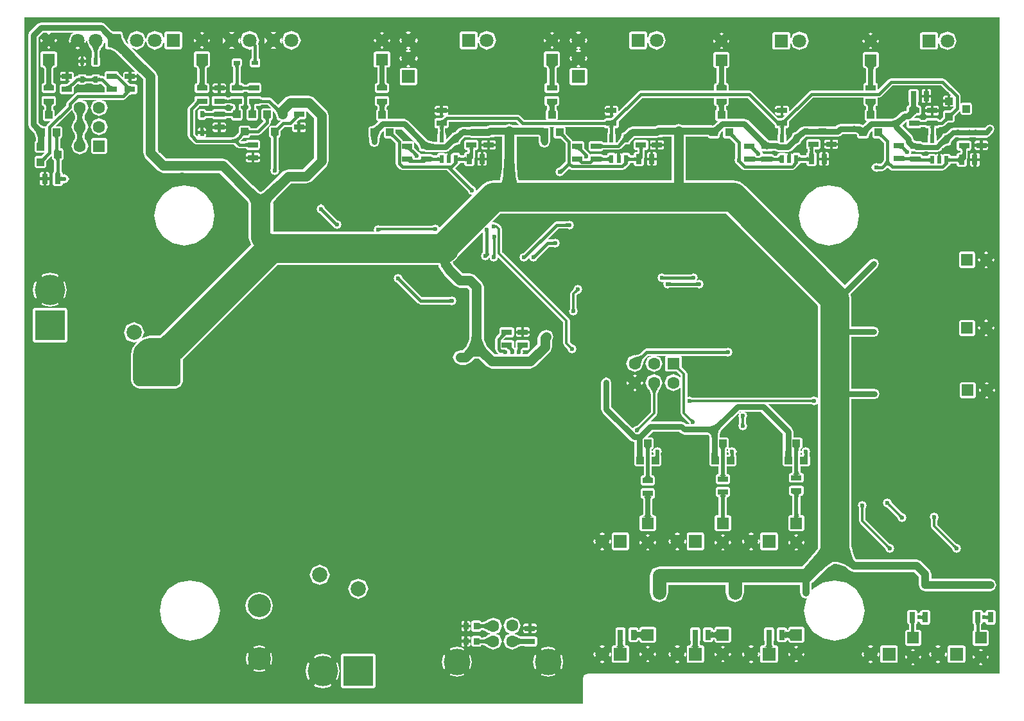
<source format=gbl>
G04 Layer_Physical_Order=2*
G04 Layer_Color=16711680*
%FSLAX44Y44*%
%MOMM*%
G71*
G01*
G75*
%ADD10C,1.2700*%
%ADD11C,0.3810*%
%ADD12R,0.8000X1.3500*%
%ADD14R,1.3500X0.8000*%
%ADD15R,1.0160X1.0160*%
%ADD16R,0.8500X0.6000*%
%ADD17R,1.0160X1.0160*%
%ADD29R,0.6000X0.8500*%
%ADD35C,1.0160*%
%ADD36C,0.7620*%
%ADD37C,0.3048*%
%ADD38C,0.6350*%
%ADD39C,0.8890*%
%ADD40C,0.5080*%
%ADD41C,1.7780*%
%ADD43C,3.8100*%
%ADD45C,1.6002*%
%ADD46R,1.6002X1.6002*%
%ADD47C,2.0000*%
%ADD48R,4.0000X4.0000*%
%ADD49C,4.0000*%
%ADD50C,1.8000*%
%ADD51R,1.8000X1.8000*%
%ADD52R,1.6002X1.6002*%
%ADD53R,1.8000X1.8000*%
%ADD54R,4.0000X4.0000*%
%ADD55C,3.0480*%
%ADD56C,3.5000*%
%ADD57C,1.6000*%
%ADD58C,0.6000*%
%ADD59R,0.7500X0.9000*%
%ADD60R,0.6000X1.0500*%
%ADD61C,2.5400*%
G36*
X1293127Y46873D02*
X750000D01*
X745140Y44860D01*
X743127Y40000D01*
Y6873D01*
X6873D01*
Y913127D01*
X1293127D01*
Y46873D01*
D02*
G37*
%LPC*%
G36*
X965000Y213816D02*
X961637Y210452D01*
X965000Y209059D01*
X968364Y210452D01*
X965000Y213816D01*
D02*
G37*
G36*
X829000Y212817D02*
X826401Y210218D01*
X829000Y209141D01*
X831599Y210218D01*
X829000Y212817D01*
D02*
G37*
G36*
X769000Y213816D02*
X765637Y210452D01*
X769000Y209059D01*
X772364Y210452D01*
X769000Y213816D01*
D02*
G37*
G36*
X868000Y213816D02*
X864637Y210452D01*
X868000Y209059D01*
X871363Y210452D01*
X868000Y213816D01*
D02*
G37*
G36*
X802000Y232749D02*
X784000D01*
X782056Y231944D01*
X781251Y230000D01*
Y212000D01*
X782056Y210056D01*
X784000Y209251D01*
X802000D01*
X803944Y210056D01*
X804749Y212000D01*
Y230000D01*
X803944Y231944D01*
X802000Y232749D01*
D02*
G37*
G36*
X901000D02*
X883000D01*
X881056Y231944D01*
X880251Y230000D01*
Y212000D01*
X881056Y210056D01*
X883000Y209251D01*
X901000D01*
X902944Y210056D01*
X903749Y212000D01*
Y230000D01*
X902944Y231944D01*
X901000Y232749D01*
D02*
G37*
G36*
X928000Y212817D02*
X925401Y210218D01*
X928000Y209141D01*
X930599Y210218D01*
X928000Y212817D01*
D02*
G37*
G36*
X1025000Y212817D02*
X1022401Y210218D01*
X1025000Y209141D01*
X1027599Y210218D01*
X1025000Y212817D01*
D02*
G37*
G36*
X1199000Y130499D02*
X1191000D01*
X1189056Y129694D01*
X1188251Y127750D01*
Y126502D01*
X1187058Y126996D01*
X1184749Y126040D01*
Y127750D01*
X1183944Y129694D01*
X1182000Y130499D01*
X1174000D01*
X1172056Y129694D01*
X1171251Y127750D01*
Y114250D01*
X1171769Y112999D01*
X1171910Y112536D01*
X1171975Y112502D01*
X1172056Y112306D01*
X1173189Y111837D01*
Y104750D01*
X1170999D01*
X1169055Y103945D01*
X1168250Y102001D01*
Y85999D01*
X1169055Y84055D01*
X1170999Y83250D01*
X1187001D01*
X1188945Y84055D01*
X1189750Y85999D01*
Y102001D01*
X1188945Y103945D01*
X1187001Y104750D01*
X1182811D01*
Y111837D01*
X1183944Y112306D01*
X1184025Y112502D01*
X1184090Y112536D01*
X1184231Y112999D01*
X1184749Y114250D01*
Y115960D01*
X1187058Y115004D01*
X1188251Y115498D01*
Y114250D01*
X1189056Y112306D01*
X1191000Y111501D01*
X1199000D01*
X1200944Y112306D01*
X1201749Y114250D01*
Y127750D01*
X1200944Y129694D01*
X1199000Y130499D01*
D02*
G37*
G36*
X1285000D02*
X1277000D01*
X1275056Y129694D01*
X1274251Y127750D01*
Y126504D01*
X1273062Y126996D01*
X1270749Y126038D01*
Y127750D01*
X1269944Y129694D01*
X1268000Y130499D01*
X1260000D01*
X1258056Y129694D01*
X1257251Y127750D01*
Y114250D01*
X1257769Y112999D01*
X1257910Y112536D01*
X1257975Y112502D01*
X1258056Y112306D01*
X1259189Y111837D01*
Y104415D01*
X1258055Y103945D01*
X1257250Y102001D01*
Y85999D01*
X1258055Y84055D01*
X1259999Y83250D01*
X1276001D01*
X1277945Y84055D01*
X1278750Y85999D01*
Y102001D01*
X1277945Y103945D01*
X1276001Y104750D01*
X1268811D01*
Y111837D01*
X1269944Y112306D01*
X1270025Y112502D01*
X1270090Y112536D01*
X1270231Y112999D01*
X1270749Y114250D01*
Y115962D01*
X1273062Y115004D01*
X1274251Y115496D01*
Y114250D01*
X1275056Y112306D01*
X1277000Y111501D01*
X1285000D01*
X1286944Y112306D01*
X1287749Y114250D01*
Y127750D01*
X1286944Y129694D01*
X1285000Y130499D01*
D02*
G37*
G36*
X625000Y120928D02*
X616933Y117587D01*
X616607Y116801D01*
X615829Y116370D01*
X614946Y115953D01*
X614056Y115603D01*
X613156Y115317D01*
X612245Y115096D01*
X611791Y115019D01*
X609309D01*
X609230Y115035D01*
X609057Y115088D01*
X608694Y115964D01*
X608440Y116069D01*
X608375Y116180D01*
X607831Y116322D01*
X606750Y116769D01*
X599250D01*
X597306Y115964D01*
X596501Y114020D01*
Y105020D01*
X597306Y103076D01*
X599250Y102271D01*
X606750D01*
X607831Y102718D01*
X608375Y102860D01*
X608440Y102971D01*
X608694Y103076D01*
X609057Y103952D01*
X609230Y104005D01*
X609309Y104022D01*
X611791D01*
X612245Y103944D01*
X613156Y103723D01*
X614057Y103438D01*
X614946Y103087D01*
X615829Y102670D01*
X616607Y102239D01*
X616933Y101453D01*
X621600Y99520D01*
X616933Y97587D01*
X616581Y96737D01*
X616349Y96574D01*
X615383Y96001D01*
X614418Y95499D01*
X613482Y95082D01*
X612575Y94748D01*
X611699Y94494D01*
X610925Y94331D01*
X609392D01*
X609276Y94558D01*
X608694Y95964D01*
X608525Y96034D01*
X608503Y96077D01*
X608123Y96201D01*
X606750Y96769D01*
X599250D01*
X597306Y95964D01*
X596501Y94020D01*
Y85020D01*
X597306Y83076D01*
X599250Y82271D01*
X606750D01*
X608123Y82839D01*
X608503Y82963D01*
X608525Y83006D01*
X608694Y83076D01*
X609276Y84482D01*
X609392Y84709D01*
X610925D01*
X611699Y84546D01*
X612575Y84292D01*
X613482Y83958D01*
X614418Y83541D01*
X615351Y83055D01*
X616593Y82274D01*
X616933Y81453D01*
X625000Y78112D01*
X633067Y81453D01*
X636408Y89520D01*
X633067Y97587D01*
X628400Y99520D01*
X633067Y101453D01*
X636408Y109520D01*
X633067Y117587D01*
X625000Y120928D01*
D02*
G37*
G36*
X316500Y154478D02*
X309563Y153098D01*
X303681Y149169D01*
X299752Y143287D01*
X298372Y136350D01*
X299752Y129413D01*
X303681Y123531D01*
X309563Y119602D01*
X316500Y118222D01*
X323437Y119602D01*
X329319Y123531D01*
X333248Y129413D01*
X334628Y136350D01*
X333248Y143287D01*
X329319Y149169D01*
X323437Y153098D01*
X316500Y154478D01*
D02*
G37*
G36*
X1112000Y274996D02*
X1107760Y273240D01*
X1106004Y269000D01*
X1107301Y265868D01*
X1107354Y265618D01*
X1107435Y265498D01*
X1107453Y265466D01*
X1107488Y265385D01*
X1107533Y265251D01*
X1107581Y265065D01*
X1107601Y264963D01*
Y248250D01*
X1108890Y245140D01*
X1142035Y211994D01*
X1142093Y211908D01*
X1142190Y211742D01*
X1142253Y211616D01*
X1142286Y211533D01*
X1142296Y211498D01*
X1142323Y211356D01*
X1142462Y211142D01*
X1143760Y208010D01*
X1148000Y206254D01*
X1152240Y208010D01*
X1153996Y212250D01*
X1152240Y216490D01*
X1149108Y217788D01*
X1148894Y217927D01*
X1148752Y217954D01*
X1148717Y217964D01*
X1148634Y217997D01*
X1148508Y218060D01*
X1148342Y218157D01*
X1148256Y218215D01*
X1116399Y250072D01*
Y264963D01*
X1116419Y265065D01*
X1116467Y265251D01*
X1116512Y265385D01*
X1116547Y265466D01*
X1116565Y265499D01*
X1116646Y265618D01*
X1116699Y265868D01*
X1117997Y269000D01*
X1116240Y273240D01*
X1112000Y274996D01*
D02*
G37*
G36*
X1206750Y259246D02*
X1202510Y257490D01*
X1200754Y253250D01*
X1202051Y250117D01*
X1202104Y249868D01*
X1202185Y249748D01*
X1202203Y249716D01*
X1202238Y249635D01*
X1202283Y249501D01*
X1202331Y249315D01*
X1202351Y249213D01*
Y241750D01*
X1203640Y238640D01*
X1230285Y211994D01*
X1230343Y211908D01*
X1230440Y211742D01*
X1230503Y211616D01*
X1230536Y211533D01*
X1230546Y211498D01*
X1230573Y211356D01*
X1230712Y211142D01*
X1232010Y208010D01*
X1236250Y206254D01*
X1240490Y208010D01*
X1242246Y212250D01*
X1240490Y216490D01*
X1237358Y217788D01*
X1237144Y217927D01*
X1237002Y217954D01*
X1236967Y217964D01*
X1236884Y217997D01*
X1236758Y218060D01*
X1236592Y218157D01*
X1236506Y218215D01*
X1211149Y243572D01*
Y249213D01*
X1211169Y249315D01*
X1211217Y249501D01*
X1211262Y249635D01*
X1211297Y249716D01*
X1211315Y249748D01*
X1211396Y249868D01*
X1211449Y250117D01*
X1212747Y253250D01*
X1210990Y257490D01*
X1206750Y259246D01*
D02*
G37*
G36*
X447250Y172573D02*
X437652Y168598D01*
X433677Y159000D01*
X437652Y149402D01*
X447250Y145427D01*
X456848Y149402D01*
X460823Y159000D01*
X456848Y168598D01*
X447250Y172573D01*
D02*
G37*
G36*
X396250Y190573D02*
X386652Y186598D01*
X382677Y177000D01*
X386652Y167402D01*
X396250Y163427D01*
X405848Y167402D01*
X409823Y177000D01*
X405848Y186598D01*
X396250Y190573D01*
D02*
G37*
G36*
X998000Y232749D02*
X980000D01*
X978056Y231944D01*
X977251Y230000D01*
Y212000D01*
X978056Y210056D01*
X980000Y209251D01*
X998000D01*
X999944Y210056D01*
X1000749Y212000D01*
Y230000D01*
X999944Y231944D01*
X998000Y232749D01*
D02*
G37*
G36*
X878548Y224363D02*
X875184Y221000D01*
X878548Y217636D01*
X879941Y221000D01*
X878548Y224363D01*
D02*
G37*
G36*
X779548D02*
X776184Y221000D01*
X779548Y217636D01*
X780941Y221000D01*
X779548Y224363D01*
D02*
G37*
G36*
X1034783Y222600D02*
X1032184Y220001D01*
X1034783Y217402D01*
X1035860Y220001D01*
X1034783Y222600D01*
D02*
G37*
G36*
X937783D02*
X935184Y220001D01*
X937783Y217402D01*
X938860Y220001D01*
X937783Y222600D01*
D02*
G37*
G36*
X954452Y224364D02*
X953059Y221000D01*
X954452Y217637D01*
X957816Y221000D01*
X954452Y224364D01*
D02*
G37*
G36*
X758452Y224363D02*
X757059Y221000D01*
X758452Y217637D01*
X761816Y221000D01*
X758452Y224363D01*
D02*
G37*
G36*
X1079949Y743595D02*
X1072905D01*
Y739301D01*
X1077750D01*
X1079305Y739945D01*
X1079949Y741500D01*
Y743595D01*
D02*
G37*
G36*
X1069095D02*
X1062051D01*
Y741500D01*
X1062695Y739945D01*
X1064250Y739301D01*
X1069095D01*
Y743595D01*
D02*
G37*
G36*
X918217Y222600D02*
X917140Y220001D01*
X918217Y217402D01*
X920816Y220001D01*
X918217Y222600D01*
D02*
G37*
G36*
X1275750Y750199D02*
X1270905D01*
Y745905D01*
X1277949D01*
Y748000D01*
X1277305Y749555D01*
X1275750Y750199D01*
D02*
G37*
G36*
X1077750Y751699D02*
X1072905D01*
Y747405D01*
X1079949D01*
Y749500D01*
X1079305Y751055D01*
X1077750Y751699D01*
D02*
G37*
G36*
X1069095D02*
X1064250D01*
X1062695Y751055D01*
X1062051Y749500D01*
Y747405D01*
X1069095D01*
Y751699D01*
D02*
G37*
G36*
X819217Y222600D02*
X818140Y220001D01*
X819217Y217402D01*
X821816Y220001D01*
X819217Y222600D01*
D02*
G37*
G36*
X838783Y222600D02*
X836184Y220001D01*
X838783Y217402D01*
X839860Y220001D01*
X838783Y222600D01*
D02*
G37*
G36*
X1267095Y750199D02*
X1262250D01*
X1260695Y749555D01*
X1260051Y748000D01*
Y745905D01*
X1267095D01*
Y750199D01*
D02*
G37*
G36*
X1015217Y222600D02*
X1014140Y220001D01*
X1015217Y217402D01*
X1017816Y220001D01*
X1015217Y222600D01*
D02*
G37*
G36*
X105400Y780030D02*
X97332Y776688D01*
X93990Y768620D01*
X97332Y760552D01*
X105400Y757210D01*
X113468Y760552D01*
X116810Y768620D01*
X113468Y776688D01*
X105400Y780030D01*
D02*
G37*
G36*
X262095Y774059D02*
X257250D01*
X255695Y773415D01*
X255051Y771860D01*
Y769765D01*
X262095D01*
Y774059D01*
D02*
G37*
G36*
X587095Y87615D02*
X583050D01*
Y85020D01*
X583695Y83465D01*
X585250Y82821D01*
X587095D01*
Y87615D01*
D02*
G37*
G36*
X375750Y774059D02*
X370905D01*
Y769765D01*
X377949D01*
Y771860D01*
X377305Y773415D01*
X375750Y774059D01*
D02*
G37*
G36*
X270750D02*
X265905D01*
Y769765D01*
X272949D01*
Y771860D01*
X272305Y773415D01*
X270750Y774059D01*
D02*
G37*
G36*
X587095Y96219D02*
X585250D01*
X583695Y95575D01*
X583050Y94020D01*
Y91425D01*
X587095D01*
Y96219D01*
D02*
G37*
G36*
X592750D02*
X590905D01*
Y91425D01*
X594949D01*
Y94020D01*
X594305Y95575D01*
X592750Y96219D01*
D02*
G37*
G36*
X594949Y87615D02*
X590905D01*
Y82821D01*
X592750D01*
X594305Y83465D01*
X594949Y85020D01*
Y87615D01*
D02*
G37*
G36*
X225000Y169882D02*
X209738Y166847D01*
X196799Y158201D01*
X188153Y145262D01*
X185118Y130000D01*
X188153Y114738D01*
X196799Y101799D01*
X209738Y93153D01*
X225000Y90118D01*
X240262Y93153D01*
X253201Y101799D01*
X261847Y114738D01*
X264882Y130000D01*
X261847Y145262D01*
X253201Y158201D01*
X240262Y166847D01*
X225000Y169882D01*
D02*
G37*
G36*
X829000Y83459D02*
X826401Y82382D01*
X829000Y79783D01*
X831599Y82382D01*
X829000Y83459D01*
D02*
G37*
G36*
X1025000D02*
X1022401Y82382D01*
X1025000Y79783D01*
X1027599Y82382D01*
X1025000Y83459D01*
D02*
G37*
G36*
X1212000Y84540D02*
X1208636Y83147D01*
X1212000Y79783D01*
X1215363Y83147D01*
X1212000Y84540D01*
D02*
G37*
G36*
X868000D02*
X864636Y83147D01*
X868000Y79783D01*
X871364Y83147D01*
X868000Y84540D01*
D02*
G37*
G36*
X965000D02*
X961637Y83147D01*
X965000Y79783D01*
X968364Y83147D01*
X965000Y84540D01*
D02*
G37*
G36*
X650000Y121408D02*
X641933Y118067D01*
X638592Y110000D01*
X641933Y101933D01*
X647179Y99760D01*
X641933Y97587D01*
X638592Y89520D01*
X641933Y81453D01*
X650000Y78112D01*
X658067Y81453D01*
X658340Y82113D01*
X658705Y82298D01*
X659503Y82634D01*
X660348Y82921D01*
X661243Y83160D01*
X662121Y83334D01*
X665351D01*
X665416Y83319D01*
X665439Y83310D01*
X665748Y83006D01*
X666175Y83009D01*
X666750Y82771D01*
X680250D01*
X682194Y83576D01*
X682999Y85520D01*
Y93520D01*
X682194Y95464D01*
X680250Y96269D01*
X666750D01*
X666175Y96031D01*
X665748Y96034D01*
X665439Y95730D01*
X665416Y95721D01*
X665362Y95708D01*
X665324Y95706D01*
X662121D01*
X661242Y95880D01*
X660348Y96119D01*
X659503Y96406D01*
X658705Y96742D01*
X658340Y96927D01*
X658067Y97587D01*
X652821Y99760D01*
X658067Y101933D01*
X661408Y110000D01*
X658067Y118067D01*
X650000Y121408D01*
D02*
G37*
G36*
X769000Y84540D02*
X765636Y83147D01*
X769000Y79783D01*
X772364Y83147D01*
X769000Y84540D01*
D02*
G37*
G36*
X928000Y83459D02*
X925401Y82382D01*
X928000Y79783D01*
X930599Y82382D01*
X928000Y83459D01*
D02*
G37*
G36*
X671595Y104615D02*
X664551D01*
Y102520D01*
X665195Y100965D01*
X666750Y100321D01*
X671595D01*
Y104615D01*
D02*
G37*
G36*
X1033001Y108749D02*
X1016999D01*
X1015055Y107944D01*
X1014250Y106000D01*
Y105355D01*
X1014191Y105108D01*
X1014093Y104888D01*
X1013979Y104729D01*
X1013809Y104574D01*
X1013528Y104403D01*
X1013281Y104304D01*
X1013224Y104321D01*
X1012909Y104464D01*
X1012765Y104563D01*
X1012749Y104579D01*
Y104750D01*
X1012718Y104825D01*
X1012704Y104975D01*
X1012483Y105394D01*
X1011944Y106694D01*
X1011752Y106773D01*
X1011720Y106835D01*
X1011267Y106974D01*
X1010000Y107499D01*
X1002000D01*
X1000056Y106694D01*
X999251Y104750D01*
Y91250D01*
X1000056Y89306D01*
X1002000Y88501D01*
X1010000D01*
X1011267Y89025D01*
X1011720Y89165D01*
X1011752Y89227D01*
X1011944Y89306D01*
X1012483Y90606D01*
X1012704Y91025D01*
X1012718Y91175D01*
X1012749Y91250D01*
Y91421D01*
X1012765Y91437D01*
X1012909Y91536D01*
X1013224Y91679D01*
X1013281Y91697D01*
X1013528Y91597D01*
X1013809Y91426D01*
X1013978Y91271D01*
X1014093Y91112D01*
X1014191Y90892D01*
X1014250Y90645D01*
Y89998D01*
X1015055Y88054D01*
X1016999Y87249D01*
X1033001D01*
X1034945Y88054D01*
X1035750Y89998D01*
Y106000D01*
X1034945Y107944D01*
X1033001Y108749D01*
D02*
G37*
G36*
X671595Y112719D02*
X666750D01*
X665195Y112075D01*
X664551Y110520D01*
Y108425D01*
X671595D01*
Y112719D01*
D02*
G37*
G36*
X936001Y108749D02*
X919999D01*
X918055Y107944D01*
X917250Y106000D01*
Y105354D01*
X917191Y105107D01*
X917093Y104887D01*
X916979Y104728D01*
X916809Y104573D01*
X916528Y104402D01*
X916087Y104225D01*
X916062Y104218D01*
X915724Y104320D01*
X915410Y104463D01*
X915265Y104562D01*
X915249Y104578D01*
Y104750D01*
X915218Y104825D01*
X915204Y104975D01*
X914983Y105394D01*
X914444Y106694D01*
X914252Y106773D01*
X914220Y106835D01*
X913767Y106974D01*
X912500Y107499D01*
X904500D01*
X902556Y106694D01*
X901751Y104750D01*
Y91250D01*
X902556Y89306D01*
X904500Y88501D01*
X912500D01*
X913767Y89025D01*
X914220Y89165D01*
X914252Y89227D01*
X914444Y89306D01*
X914983Y90606D01*
X915204Y91025D01*
X915218Y91175D01*
X915249Y91250D01*
Y91420D01*
X915265Y91436D01*
X915409Y91535D01*
X915723Y91678D01*
X916062Y91780D01*
X916087Y91773D01*
X916528Y91596D01*
X916809Y91425D01*
X916978Y91270D01*
X917093Y91111D01*
X917191Y90891D01*
X917250Y90644D01*
Y89998D01*
X918055Y88054D01*
X919999Y87249D01*
X936001D01*
X937945Y88054D01*
X938750Y89998D01*
Y106000D01*
X937945Y107944D01*
X936001Y108749D01*
D02*
G37*
G36*
X837001D02*
X820999D01*
X819055Y107944D01*
X818250Y106000D01*
Y105354D01*
X818191Y105107D01*
X818093Y104887D01*
X817979Y104728D01*
X817809Y104573D01*
X817528Y104402D01*
X817281Y104303D01*
X817224Y104320D01*
X816910Y104463D01*
X816765Y104562D01*
X816749Y104578D01*
Y104750D01*
X816718Y104825D01*
X816704Y104975D01*
X816483Y105394D01*
X815944Y106694D01*
X815752Y106773D01*
X815720Y106835D01*
X815267Y106974D01*
X814000Y107499D01*
X806000D01*
X804056Y106694D01*
X803251Y104750D01*
Y91250D01*
X804056Y89306D01*
X806000Y88501D01*
X814000D01*
X815267Y89025D01*
X815720Y89165D01*
X815752Y89227D01*
X815944Y89306D01*
X816482Y90606D01*
X816704Y91025D01*
X816718Y91175D01*
X816749Y91250D01*
Y91420D01*
X816765Y91436D01*
X816909Y91535D01*
X817224Y91678D01*
X817281Y91696D01*
X817528Y91596D01*
X817809Y91425D01*
X817978Y91270D01*
X818093Y91111D01*
X818191Y90891D01*
X818250Y90644D01*
Y89998D01*
X819055Y88054D01*
X820999Y87249D01*
X837001D01*
X838945Y88054D01*
X839750Y89998D01*
Y106000D01*
X838945Y107944D01*
X837001Y108749D01*
D02*
G37*
G36*
X592750Y116219D02*
X590905D01*
Y111425D01*
X594949D01*
Y114020D01*
X594305Y115575D01*
X592750Y116219D01*
D02*
G37*
G36*
X1123000Y84540D02*
X1119636Y83147D01*
X1123000Y79783D01*
X1126364Y83147D01*
X1123000Y84540D01*
D02*
G37*
G36*
X680250Y112719D02*
X675405D01*
Y108425D01*
X682449D01*
Y110520D01*
X681805Y112075D01*
X680250Y112719D01*
D02*
G37*
G36*
X587095Y116219D02*
X585250D01*
X583695Y115575D01*
X583051Y114020D01*
Y111425D01*
X587095D01*
Y116219D01*
D02*
G37*
G36*
X244000Y767309D02*
X242905D01*
Y762765D01*
X246199D01*
Y765110D01*
X245555Y766665D01*
X244000Y767309D01*
D02*
G37*
G36*
X239095D02*
X238000D01*
X236445Y766665D01*
X235801Y765110D01*
Y762765D01*
X239095D01*
Y767309D01*
D02*
G37*
G36*
X682449Y104615D02*
X675405D01*
Y100321D01*
X680250D01*
X681805Y100965D01*
X682449Y102520D01*
Y104615D01*
D02*
G37*
G36*
X587095Y107615D02*
X583051D01*
Y105020D01*
X583695Y103465D01*
X585250Y102821D01*
X587095D01*
Y107615D01*
D02*
G37*
G36*
X262095Y765955D02*
X255051D01*
Y763860D01*
X255695Y762305D01*
X257250Y761661D01*
X262095D01*
Y765955D01*
D02*
G37*
G36*
X594949Y107615D02*
X590905D01*
Y102821D01*
X592750D01*
X594305Y103465D01*
X594949Y105020D01*
Y107615D01*
D02*
G37*
G36*
X377949Y765955D02*
X370905D01*
Y761661D01*
X375750D01*
X377305Y762305D01*
X377949Y763860D01*
Y765955D01*
D02*
G37*
G36*
X272949Y765955D02*
X265905D01*
Y761661D01*
X270750D01*
X272305Y762305D01*
X272949Y763860D01*
Y765955D01*
D02*
G37*
G36*
X1265617Y505600D02*
X1264540Y503001D01*
X1265617Y500402D01*
X1268216Y503001D01*
X1265617Y505600D01*
D02*
G37*
G36*
X37811Y708949D02*
X35716D01*
Y701905D01*
X40010D01*
Y706750D01*
X39366Y708305D01*
X37811Y708949D01*
D02*
G37*
G36*
X662095Y503699D02*
X657250D01*
X655695Y503055D01*
X655051Y501500D01*
Y499405D01*
X662095D01*
Y503699D01*
D02*
G37*
G36*
X670750D02*
X665905D01*
Y499405D01*
X672949D01*
Y501500D01*
X672305Y503055D01*
X670750Y503699D01*
D02*
G37*
G36*
X40010Y698095D02*
X35716D01*
Y691051D01*
X37811D01*
X39366Y691695D01*
X40010Y693250D01*
Y698095D01*
D02*
G37*
G36*
X31906D02*
X27612D01*
Y693250D01*
X28256Y691695D01*
X29811Y691051D01*
X31906D01*
Y698095D01*
D02*
G37*
G36*
Y708949D02*
X29811D01*
X28256Y708305D01*
X27612Y706750D01*
Y701905D01*
X31906D01*
Y708949D01*
D02*
G37*
G36*
X1285183Y505600D02*
X1282584Y503001D01*
X1285183Y500402D01*
X1286260Y503001D01*
X1285183Y505600D01*
D02*
G37*
G36*
X662095Y495595D02*
X655051D01*
Y493500D01*
X655695Y491945D01*
X657250Y491301D01*
X662095D01*
Y495595D01*
D02*
G37*
G36*
X672949D02*
X665905D01*
Y491301D01*
X670750D01*
X672305Y491945D01*
X672949Y493500D01*
Y495595D01*
D02*
G37*
G36*
X1059595Y724095D02*
X1055301D01*
Y719250D01*
X1055945Y717695D01*
X1057500Y717051D01*
X1059595D01*
Y724095D01*
D02*
G37*
G36*
X60681Y529081D02*
X20681D01*
X18737Y528276D01*
X17932Y526332D01*
Y486332D01*
X18737Y484388D01*
X20681Y483583D01*
X60681D01*
X62625Y484388D01*
X63430Y486332D01*
Y526332D01*
X62625Y528276D01*
X60681Y529081D01*
D02*
G37*
G36*
X1258345Y723063D02*
X1254051D01*
Y718218D01*
X1254695Y716663D01*
X1256250Y716019D01*
X1258345D01*
Y723063D01*
D02*
G37*
G36*
X1258001Y513751D02*
X1241999D01*
X1240055Y512946D01*
X1239250Y511002D01*
Y495000D01*
X1240055Y493056D01*
X1241999Y492251D01*
X1258001D01*
X1259945Y493056D01*
X1260750Y495000D01*
Y511002D01*
X1259945Y512946D01*
X1258001Y513751D01*
D02*
G37*
G36*
X1275400Y495817D02*
X1272801Y493218D01*
X1275400Y492142D01*
X1277999Y493218D01*
X1275400Y495817D01*
D02*
G37*
G36*
X1266449Y723063D02*
X1262155D01*
Y716019D01*
X1264250D01*
X1265805Y716663D01*
X1266449Y718218D01*
Y723063D01*
D02*
G37*
G36*
X1275400Y513861D02*
X1272801Y512784D01*
X1275400Y510185D01*
X1277999Y512784D01*
X1275400Y513861D01*
D02*
G37*
G36*
Y603701D02*
X1272801Y602624D01*
X1275400Y600025D01*
X1277999Y602624D01*
X1275400Y603701D01*
D02*
G37*
G36*
X1285183Y595440D02*
X1282584Y592841D01*
X1285183Y590242D01*
X1286260Y592841D01*
X1285183Y595440D01*
D02*
G37*
G36*
X217815Y691382D02*
X202553Y688346D01*
X189614Y679701D01*
X180969Y666762D01*
X177933Y651500D01*
X180969Y636238D01*
X189614Y623299D01*
X202553Y614654D01*
X217815Y611618D01*
X233077Y614654D01*
X246016Y623299D01*
X254662Y636238D01*
X257697Y651500D01*
X254662Y666762D01*
X246016Y679701D01*
X233077Y688346D01*
X217815Y691382D01*
D02*
G37*
G36*
X40681Y575796D02*
X32085Y574086D01*
X29103Y572094D01*
X40681Y560516D01*
X52259Y572094D01*
X49277Y574086D01*
X40681Y575796D01*
D02*
G37*
G36*
X1275400Y585657D02*
X1272801Y583058D01*
X1275400Y581982D01*
X1277999Y583058D01*
X1275400Y585657D01*
D02*
G37*
G36*
X889000Y574996D02*
X886176Y573827D01*
X886043Y573840D01*
X885980Y573821D01*
X885957Y573821D01*
X885934Y573811D01*
X851066D01*
X851043Y573821D01*
X851020Y573821D01*
X850957Y573840D01*
X850824Y573827D01*
X848000Y574996D01*
X843760Y573240D01*
X842003Y569000D01*
X843760Y564760D01*
X848000Y563004D01*
X850213Y563920D01*
X849004Y561000D01*
X850760Y556760D01*
X855000Y555004D01*
X857824Y556173D01*
X857957Y556160D01*
X858020Y556179D01*
X858043Y556179D01*
X858066Y556189D01*
X893934D01*
X893957Y556179D01*
X893980Y556179D01*
X894043Y556160D01*
X894176Y556173D01*
X897000Y555004D01*
X901240Y556760D01*
X902997Y561000D01*
X901240Y565240D01*
X897000Y566996D01*
X894176Y565827D01*
X894043Y565840D01*
X893980Y565821D01*
X893957Y565821D01*
X893934Y565811D01*
X893676D01*
X894996Y569000D01*
X893240Y573240D01*
X889000Y574996D01*
D02*
G37*
G36*
X1265617Y595440D02*
X1264540Y592841D01*
X1265617Y590242D01*
X1268216Y592841D01*
X1265617Y595440D01*
D02*
G37*
G36*
X1258001Y603591D02*
X1241999D01*
X1240055Y602786D01*
X1239250Y600842D01*
Y584840D01*
X1240055Y582896D01*
X1241999Y582091D01*
X1258001D01*
X1259945Y582896D01*
X1260750Y584840D01*
Y600842D01*
X1259945Y602786D01*
X1258001Y603591D01*
D02*
G37*
G36*
X726000Y644996D02*
X723176Y643827D01*
X723043Y643840D01*
X722980Y643821D01*
X722957Y643821D01*
X722934Y643811D01*
X709002D01*
X705600Y642402D01*
X664768Y601570D01*
X664744Y601561D01*
X664728Y601545D01*
X664670Y601513D01*
X664586Y601410D01*
X661762Y600240D01*
X660005Y596000D01*
X661762Y591760D01*
X666002Y590004D01*
X670242Y591760D01*
X671412Y594584D01*
X671516Y594669D01*
X671547Y594726D01*
X671563Y594743D01*
X671572Y594766D01*
X672239Y595433D01*
X673760Y591760D01*
X678000Y590004D01*
X682240Y591760D01*
X683410Y594584D01*
X683513Y594669D01*
X683545Y594726D01*
X683561Y594743D01*
X683570Y594766D01*
X698993Y610189D01*
X703934D01*
X703957Y610179D01*
X703980Y610179D01*
X704043Y610160D01*
X704176Y610173D01*
X707000Y609004D01*
X711240Y610760D01*
X712997Y615000D01*
X711240Y619240D01*
X707000Y620997D01*
X704176Y619827D01*
X704043Y619840D01*
X703980Y619821D01*
X703957Y619821D01*
X703934Y619811D01*
X697000D01*
X696347Y619541D01*
X710995Y634189D01*
X722934D01*
X722957Y634179D01*
X722980Y634179D01*
X723043Y634160D01*
X723176Y634173D01*
X726000Y633004D01*
X730240Y634760D01*
X731997Y639000D01*
X730240Y643240D01*
X726000Y644996D01*
D02*
G37*
G36*
X500000Y573997D02*
X495760Y572240D01*
X494003Y568000D01*
X495760Y563760D01*
X498584Y562590D01*
X498669Y562486D01*
X498726Y562455D01*
X498742Y562439D01*
X498766Y562430D01*
X525722Y535474D01*
X526718Y535061D01*
X529124Y534065D01*
X567934D01*
X567957Y534055D01*
X567980Y534055D01*
X568043Y534036D01*
X568176Y534049D01*
X571000Y532880D01*
X575240Y534636D01*
X576996Y538876D01*
X575240Y543116D01*
X571000Y544873D01*
X568176Y543703D01*
X568043Y543716D01*
X567980Y543697D01*
X567957Y543697D01*
X567934Y543687D01*
X531117D01*
X505570Y569234D01*
X505561Y569258D01*
X505545Y569274D01*
X505513Y569332D01*
X505410Y569416D01*
X504240Y572240D01*
X500000Y573997D01*
D02*
G37*
G36*
X737000Y559996D02*
X732760Y558240D01*
X731462Y555108D01*
X731323Y554894D01*
X731296Y554752D01*
X731286Y554717D01*
X731253Y554634D01*
X731190Y554508D01*
X731093Y554342D01*
X731035Y554256D01*
X727890Y551110D01*
X726601Y548000D01*
Y529037D01*
X726581Y528935D01*
X726533Y528749D01*
X726488Y528615D01*
X726453Y528534D01*
X726435Y528502D01*
X726354Y528382D01*
X726301Y528133D01*
X725004Y525000D01*
X726760Y520760D01*
X731000Y519003D01*
X735240Y520760D01*
X736997Y525000D01*
X735699Y528133D01*
X735647Y528382D01*
X735565Y528502D01*
X735547Y528534D01*
X735512Y528615D01*
X735467Y528749D01*
X735419Y528935D01*
X735399Y529037D01*
Y546178D01*
X737256Y548035D01*
X737342Y548093D01*
X737508Y548190D01*
X737634Y548253D01*
X737717Y548286D01*
X737752Y548296D01*
X737894Y548323D01*
X738108Y548462D01*
X741240Y549760D01*
X742997Y554000D01*
X741240Y558240D01*
X737000Y559996D01*
D02*
G37*
G36*
X40681Y546148D02*
X29103Y534570D01*
X32085Y532578D01*
X40681Y530868D01*
X49277Y532578D01*
X52259Y534570D01*
X40681Y546148D01*
D02*
G37*
G36*
X21919Y564910D02*
X19927Y561928D01*
X18217Y553332D01*
X19927Y544735D01*
X21919Y541754D01*
X33497Y553332D01*
X21919Y564910D01*
D02*
G37*
G36*
X1067815Y691382D02*
X1052553Y688346D01*
X1039614Y679701D01*
X1030969Y666762D01*
X1027933Y651500D01*
X1030969Y636238D01*
X1039614Y623299D01*
X1052553Y614654D01*
X1067815Y611618D01*
X1083077Y614654D01*
X1096016Y623299D01*
X1104661Y636238D01*
X1107697Y651500D01*
X1104661Y666762D01*
X1096016Y679701D01*
X1083077Y688346D01*
X1067815Y691382D01*
D02*
G37*
G36*
X397750Y666246D02*
X393510Y664490D01*
X391754Y660250D01*
X393510Y656010D01*
X396334Y654840D01*
X396418Y654736D01*
X396476Y654705D01*
X396493Y654689D01*
X396516Y654680D01*
X414178Y637018D01*
X415010Y635010D01*
X419250Y633254D01*
X423490Y635010D01*
X425247Y639250D01*
X423490Y643490D01*
X419775Y645029D01*
X403320Y661484D01*
X403311Y661507D01*
X403295Y661524D01*
X403264Y661581D01*
X403160Y661666D01*
X401990Y664490D01*
X397750Y666246D01*
D02*
G37*
G36*
X59443Y564910D02*
X47865Y553332D01*
X59443Y541754D01*
X61435Y544735D01*
X63145Y553332D01*
X61435Y561928D01*
X59443Y564910D01*
D02*
G37*
G36*
X1067699Y724095D02*
X1063405D01*
Y717051D01*
X1065500D01*
X1067055Y717695D01*
X1067699Y719250D01*
Y724095D01*
D02*
G37*
G36*
X965000Y232941D02*
X961637Y231548D01*
X965000Y228184D01*
X968364Y231548D01*
X965000Y232941D01*
D02*
G37*
G36*
X835750Y291249D02*
X822250D01*
X820306Y290444D01*
X819501Y288500D01*
Y280500D01*
X820025Y279233D01*
X820165Y278780D01*
X820227Y278748D01*
X820306Y278556D01*
X821606Y278017D01*
X822025Y277796D01*
X822175Y277782D01*
X822250Y277751D01*
X822421D01*
X822437Y277735D01*
X822536Y277591D01*
X822679Y277276D01*
X822814Y276827D01*
Y257473D01*
X822774Y257314D01*
X822597Y256873D01*
X822426Y256592D01*
X822271Y256423D01*
X822112Y256308D01*
X821892Y256210D01*
X821645Y256151D01*
X820999D01*
X819055Y255346D01*
X818250Y253402D01*
Y237400D01*
X819055Y235456D01*
X820999Y234651D01*
X837001D01*
X838945Y235456D01*
X839750Y237400D01*
Y253402D01*
X838945Y255346D01*
X837001Y256151D01*
X836355D01*
X836108Y256210D01*
X835888Y256308D01*
X835729Y256423D01*
X835574Y256592D01*
X835403Y256873D01*
X835226Y257314D01*
X835186Y257473D01*
Y276827D01*
X835321Y277276D01*
X835464Y277591D01*
X835563Y277735D01*
X835579Y277751D01*
X835750D01*
X835825Y277782D01*
X835975Y277796D01*
X836394Y278017D01*
X837694Y278556D01*
X837773Y278748D01*
X837835Y278780D01*
X837974Y279233D01*
X838499Y280500D01*
Y288500D01*
X837694Y290444D01*
X835750Y291249D01*
D02*
G37*
G36*
X1277949Y742095D02*
X1270905D01*
Y737801D01*
X1275750D01*
X1277305Y738445D01*
X1277949Y740000D01*
Y742095D01*
D02*
G37*
G36*
X1267095D02*
X1260051D01*
Y740000D01*
X1260695Y738445D01*
X1262250Y737801D01*
X1267095D01*
Y742095D01*
D02*
G37*
G36*
X1145000Y277996D02*
X1140760Y276240D01*
X1139004Y272000D01*
X1140760Y267760D01*
X1143892Y266462D01*
X1144106Y266323D01*
X1144248Y266296D01*
X1144283Y266286D01*
X1144366Y266253D01*
X1144492Y266190D01*
X1144658Y266093D01*
X1144744Y266035D01*
X1158035Y252744D01*
X1158093Y252658D01*
X1158190Y252492D01*
X1158253Y252366D01*
X1158286Y252283D01*
X1158296Y252248D01*
X1158323Y252106D01*
X1158463Y251892D01*
X1159760Y248760D01*
X1164000Y247003D01*
X1168240Y248760D01*
X1169996Y253000D01*
X1168240Y257240D01*
X1165108Y258538D01*
X1164894Y258677D01*
X1164752Y258704D01*
X1164717Y258714D01*
X1164634Y258747D01*
X1164508Y258810D01*
X1164342Y258907D01*
X1164256Y258965D01*
X1150965Y272256D01*
X1150907Y272342D01*
X1150810Y272508D01*
X1150747Y272634D01*
X1150714Y272717D01*
X1150704Y272752D01*
X1150677Y272894D01*
X1150538Y273108D01*
X1149240Y276240D01*
X1145000Y277996D01*
D02*
G37*
G36*
X113401Y753970D02*
X97399D01*
X95455Y753165D01*
X94650Y751221D01*
Y735219D01*
X95455Y733275D01*
X97399Y732470D01*
X113401D01*
X115345Y733275D01*
X116150Y735219D01*
Y751221D01*
X115345Y753165D01*
X113401Y753970D01*
D02*
G37*
G36*
X934750Y293249D02*
X921250D01*
X919306Y292444D01*
X918501Y290500D01*
Y282500D01*
X919306Y280556D01*
X921250Y279751D01*
X921979D01*
X922141Y279713D01*
X922219Y279678D01*
X922254Y279653D01*
X922302Y279600D01*
X922387Y279462D01*
X922496Y279191D01*
X922502Y279171D01*
Y256151D01*
X919999D01*
X918055Y255346D01*
X917250Y253402D01*
Y237400D01*
X918055Y235456D01*
X919999Y234651D01*
X936001D01*
X937945Y235456D01*
X938750Y237400D01*
Y253402D01*
X937945Y255346D01*
X936001Y256151D01*
X933499D01*
Y279171D01*
X933504Y279191D01*
X933613Y279462D01*
X933698Y279600D01*
X933746Y279653D01*
X933781Y279678D01*
X933859Y279713D01*
X934021Y279751D01*
X934750D01*
X936694Y280556D01*
X937499Y282500D01*
Y290500D01*
X936694Y292444D01*
X934750Y293249D01*
D02*
G37*
G36*
X1031750Y295249D02*
X1018250D01*
X1016306Y294444D01*
X1015501Y292500D01*
Y284500D01*
X1016306Y282556D01*
X1018250Y281751D01*
X1018979D01*
X1019141Y281713D01*
X1019219Y281678D01*
X1019254Y281653D01*
X1019302Y281600D01*
X1019387Y281462D01*
X1019496Y281191D01*
X1019501Y281171D01*
Y256717D01*
X1019495Y256690D01*
X1019384Y256415D01*
X1019298Y256273D01*
X1019248Y256218D01*
X1019213Y256193D01*
X1019136Y256159D01*
X1019105Y256151D01*
X1016999D01*
X1015055Y255346D01*
X1014250Y253402D01*
Y237400D01*
X1015055Y235456D01*
X1016999Y234651D01*
X1033001D01*
X1034945Y235456D01*
X1035750Y237400D01*
Y253402D01*
X1034945Y255346D01*
X1033001Y256151D01*
X1030895D01*
X1030864Y256159D01*
X1030787Y256193D01*
X1030752Y256218D01*
X1030702Y256273D01*
X1030616Y256415D01*
X1030505Y256690D01*
X1030499Y256717D01*
Y281171D01*
X1030504Y281192D01*
X1030613Y281462D01*
X1030698Y281600D01*
X1030746Y281653D01*
X1030781Y281678D01*
X1030859Y281713D01*
X1031021Y281751D01*
X1031750D01*
X1033694Y282556D01*
X1034499Y284500D01*
Y292500D01*
X1033694Y294444D01*
X1031750Y295249D01*
D02*
G37*
G36*
X965000Y221000D02*
D01*
D01*
D01*
D01*
D02*
G37*
G36*
X829000Y230861D02*
X826401Y229784D01*
X829000Y227185D01*
X831599Y229784D01*
X829000Y230861D01*
D02*
G37*
G36*
X857452Y224363D02*
X856059Y221000D01*
X857452Y217637D01*
X860816Y221000D01*
X857452Y224363D01*
D02*
G37*
G36*
X975548Y224363D02*
X972184Y221000D01*
X975548Y217637D01*
X976941Y221000D01*
X975548Y224363D01*
D02*
G37*
G36*
X868000Y232941D02*
X864636Y231548D01*
X868000Y228184D01*
X871364Y231548D01*
X868000Y232941D01*
D02*
G37*
G36*
X769000D02*
X765636Y231548D01*
X769000Y228184D01*
X772364Y231548D01*
X769000Y232941D01*
D02*
G37*
G36*
X1025000Y230861D02*
X1022401Y229784D01*
X1025000Y227185D01*
X1027599Y229784D01*
X1025000Y230861D01*
D02*
G37*
G36*
X928000D02*
X925401Y229784D01*
X928000Y227185D01*
X930599Y229784D01*
X928000Y230861D01*
D02*
G37*
G36*
X315000Y733949D02*
X310155D01*
Y729655D01*
X317199D01*
Y731750D01*
X316555Y733305D01*
X315000Y733949D01*
D02*
G37*
G36*
X1286183Y423280D02*
X1283584Y420681D01*
X1286183Y418082D01*
X1287260Y420681D01*
X1286183Y423280D01*
D02*
G37*
G36*
X812000Y423416D02*
X809401Y420817D01*
X812000Y419740D01*
X814599Y420817D01*
X812000Y423416D01*
D02*
G37*
G36*
X1259001Y431432D02*
X1242999D01*
X1241055Y430626D01*
X1240250Y428682D01*
Y412680D01*
X1241055Y410736D01*
X1242999Y409931D01*
X1259001D01*
X1260945Y410736D01*
X1261750Y412680D01*
Y428682D01*
X1260945Y430626D01*
X1259001Y431432D01*
D02*
G37*
G36*
X1266617Y423280D02*
X1265540Y420681D01*
X1266617Y418082D01*
X1269216Y420681D01*
X1266617Y423280D01*
D02*
G37*
G36*
X821783Y433199D02*
X819184Y430600D01*
X821783Y428001D01*
X822860Y430600D01*
X821783Y433199D01*
D02*
G37*
G36*
X812000Y441460D02*
X809401Y440383D01*
X812000Y437784D01*
X814599Y440383D01*
X812000Y441460D01*
D02*
G37*
G36*
X1276400Y431541D02*
X1273801Y430464D01*
X1276400Y427865D01*
X1278999Y430464D01*
X1276400Y431541D01*
D02*
G37*
G36*
X802217Y433199D02*
X801140Y430600D01*
X802217Y428001D01*
X804816Y430600D01*
X802217Y433199D01*
D02*
G37*
G36*
X1059595Y734949D02*
X1057500D01*
X1055945Y734305D01*
X1055301Y732750D01*
Y727905D01*
X1059595D01*
Y734949D01*
D02*
G37*
G36*
X1264250Y733917D02*
X1262155D01*
Y726873D01*
X1266449D01*
Y731718D01*
X1265805Y733273D01*
X1264250Y733917D01*
D02*
G37*
G36*
X306345Y733949D02*
X301500D01*
X299945Y733305D01*
X299301Y731750D01*
Y729655D01*
X306345D01*
Y733949D01*
D02*
G37*
G36*
X1065500Y734949D02*
X1063405D01*
Y727905D01*
X1067699D01*
Y732750D01*
X1067055Y734305D01*
X1065500Y734949D01*
D02*
G37*
G36*
X306345Y725845D02*
X299301D01*
Y723750D01*
X299945Y722195D01*
X301500Y721551D01*
X306345D01*
Y725845D01*
D02*
G37*
G36*
X1276400Y413497D02*
X1273801Y410898D01*
X1276400Y409822D01*
X1278999Y410898D01*
X1276400Y413497D01*
D02*
G37*
G36*
X1258345Y733917D02*
X1256250D01*
X1254695Y733273D01*
X1254051Y731718D01*
Y726873D01*
X1258345D01*
Y733917D01*
D02*
G37*
G36*
X317199Y725845D02*
X310155D01*
Y721551D01*
X315000D01*
X316555Y722195D01*
X317199Y723750D01*
Y725845D01*
D02*
G37*
G36*
X1179000Y79460D02*
X1176401Y78383D01*
X1179000Y75784D01*
X1181599Y78383D01*
X1179000Y79460D01*
D02*
G37*
G36*
X400250Y43066D02*
X388672Y31488D01*
X391654Y29496D01*
X400250Y27786D01*
X408847Y29496D01*
X411828Y31488D01*
X400250Y43066D01*
D02*
G37*
G36*
X381488Y61828D02*
X379496Y58846D01*
X377786Y50250D01*
X379496Y41653D01*
X381488Y38672D01*
X393066Y50250D01*
X381488Y61828D01*
D02*
G37*
G36*
X513550Y870661D02*
X510187Y869268D01*
X513550Y865904D01*
X516914Y869268D01*
X513550Y870661D01*
D02*
G37*
G36*
X467250Y72999D02*
X427250D01*
X425306Y72194D01*
X424501Y70250D01*
Y30250D01*
X425306Y28306D01*
X427250Y27501D01*
X467250D01*
X469194Y28306D01*
X469999Y30250D01*
Y70250D01*
X469194Y72194D01*
X467250Y72999D01*
D02*
G37*
G36*
X86000Y861449D02*
X84905D01*
Y856905D01*
X88199D01*
Y859250D01*
X87555Y860805D01*
X86000Y861449D01*
D02*
G37*
G36*
X748098Y862083D02*
X744734Y858720D01*
X748098Y855357D01*
X749491Y858720D01*
X748098Y862083D01*
D02*
G37*
G36*
X503002Y862083D02*
X501609Y858720D01*
X503003Y855356D01*
X506366Y858720D01*
X503002Y862083D01*
D02*
G37*
G36*
X81095Y861449D02*
X80000D01*
X78445Y860805D01*
X77801Y859250D01*
Y856905D01*
X81095D01*
Y861449D01*
D02*
G37*
G36*
X419012Y61828D02*
X407434Y50250D01*
X419012Y38672D01*
X421004Y41653D01*
X422714Y50250D01*
X421004Y58846D01*
X419012Y61828D01*
D02*
G37*
G36*
X926000Y874816D02*
X923401Y872217D01*
X926000Y871140D01*
X928599Y872217D01*
X926000Y874816D01*
D02*
G37*
G36*
X108220Y906373D02*
X28750D01*
X23890Y904360D01*
X23890Y904360D01*
X13640Y894110D01*
X11627Y889250D01*
Y771480D01*
X13640Y766620D01*
X19069Y761191D01*
X19527Y760518D01*
X20017Y759677D01*
X20404Y758876D01*
X20693Y758120D01*
X20890Y757407D01*
X21003Y756734D01*
X21011Y756595D01*
Y756060D01*
X21046Y755975D01*
X21048Y755937D01*
X21144Y755739D01*
X21304Y755353D01*
X21344Y754843D01*
X21588Y754635D01*
X21684Y754329D01*
X21740Y754300D01*
X21816Y754116D01*
X21943Y754063D01*
X21967Y753941D01*
Y750535D01*
X21850Y750023D01*
X21732Y749678D01*
X20927Y749344D01*
X20793Y749022D01*
X20633Y748917D01*
X20514Y748347D01*
X20122Y747400D01*
Y737240D01*
X20927Y735296D01*
X22871Y734491D01*
X33031D01*
X34067Y734920D01*
X29159Y730012D01*
X28916Y729829D01*
X22871D01*
X20927Y729024D01*
X20122Y727080D01*
Y716920D01*
X20927Y714976D01*
X22871Y714171D01*
X33031D01*
X34975Y714976D01*
X35780Y716920D01*
Y722965D01*
X35963Y723208D01*
X42982Y730227D01*
Y727080D01*
X43787Y725136D01*
X45731Y724331D01*
X46000D01*
Y709163D01*
X44867Y708694D01*
X44786Y708498D01*
X44721Y708464D01*
X44580Y708001D01*
X44062Y706750D01*
Y693250D01*
X44867Y691306D01*
X46811Y690501D01*
X54811D01*
X56755Y691306D01*
X57560Y693250D01*
Y694911D01*
X59750Y694004D01*
X63990Y695760D01*
X65746Y700000D01*
X63990Y704240D01*
X59750Y705996D01*
X57560Y705089D01*
Y706750D01*
X57042Y708001D01*
X56901Y708464D01*
X56836Y708498D01*
X56755Y708694D01*
X55622Y709163D01*
Y724331D01*
X55891D01*
X57835Y725136D01*
X58640Y727080D01*
Y737240D01*
X57835Y739184D01*
X55891Y739989D01*
X53971D01*
Y753311D01*
X54240D01*
X56184Y754116D01*
X56989Y756060D01*
Y766220D01*
X56184Y768164D01*
X54240Y768969D01*
X48066D01*
X69916Y790820D01*
X71932Y785952D01*
X72593Y785679D01*
X72778Y785314D01*
X73114Y784516D01*
X73401Y783670D01*
X73639Y782776D01*
X73814Y781897D01*
Y780743D01*
X73639Y779864D01*
X73401Y778970D01*
X73114Y778124D01*
X72778Y777326D01*
X72593Y776961D01*
X71932Y776688D01*
X68590Y768620D01*
X71932Y760552D01*
X72593Y760279D01*
X72778Y759914D01*
X73114Y759116D01*
X73401Y758270D01*
X73639Y757376D01*
X73814Y756497D01*
Y755343D01*
X73639Y754464D01*
X73401Y753570D01*
X73114Y752724D01*
X72778Y751926D01*
X72593Y751561D01*
X71932Y751288D01*
X68590Y743220D01*
X71932Y735152D01*
X80000Y731811D01*
X88068Y735152D01*
X91410Y743220D01*
X88068Y751288D01*
X87407Y751561D01*
X87222Y751926D01*
X86886Y752724D01*
X86599Y753570D01*
X86361Y754464D01*
X86186Y755343D01*
Y756497D01*
X86361Y757376D01*
X86599Y758270D01*
X86886Y759116D01*
X87222Y759914D01*
X87407Y760279D01*
X88068Y760552D01*
X91410Y768620D01*
X88068Y776688D01*
X87407Y776961D01*
X87222Y777326D01*
X86886Y778124D01*
X86599Y778970D01*
X86361Y779864D01*
X86186Y780743D01*
Y781897D01*
X86361Y782776D01*
X86599Y783670D01*
X86886Y784516D01*
X87222Y785314D01*
X87407Y785679D01*
X88068Y785952D01*
X91410Y794020D01*
X88068Y802088D01*
X82996Y804189D01*
X102405D01*
X97332Y802088D01*
X93990Y794020D01*
X97332Y785952D01*
X105400Y782610D01*
X113468Y785952D01*
X116810Y794020D01*
X113468Y802088D01*
X108396Y804189D01*
X137000D01*
X140402Y805598D01*
X145097Y810293D01*
X145201Y810362D01*
X145634Y810602D01*
X146086Y810805D01*
X146561Y810972D01*
X147063Y811105D01*
X147596Y811202D01*
X148060Y811251D01*
X152750D01*
X154694Y812056D01*
X155499Y814000D01*
Y822000D01*
X154694Y823944D01*
X152750Y824749D01*
X147816D01*
X147612Y824771D01*
X147081Y824870D01*
X146580Y825005D01*
X146105Y825175D01*
X145651Y825380D01*
X145215Y825624D01*
X145111Y825694D01*
X142003Y828801D01*
X144095D01*
Y835000D01*
Y841199D01*
X139250D01*
X137695Y840555D01*
X137051Y839000D01*
Y833754D01*
X132402Y838402D01*
X131499Y838776D01*
Y839000D01*
X130694Y840944D01*
X128750Y841749D01*
X115250D01*
X113306Y840944D01*
X112501Y839000D01*
Y834303D01*
X112402Y834402D01*
X109000Y835811D01*
X106521D01*
X106502Y835848D01*
X105944Y837194D01*
X105763Y837269D01*
X105736Y837322D01*
X105313Y837455D01*
X104000Y837999D01*
X98000D01*
X96687Y837455D01*
X96264Y837322D01*
X96237Y837269D01*
X96056Y837194D01*
X95498Y835848D01*
X95479Y835811D01*
X88521D01*
X88502Y835848D01*
X87944Y837194D01*
X87763Y837269D01*
X87736Y837322D01*
X87313Y837455D01*
X86000Y837999D01*
X80000D01*
X78687Y837455D01*
X78264Y837322D01*
X78237Y837269D01*
X78056Y837194D01*
X77498Y835848D01*
X77479Y835811D01*
X76000D01*
X73594Y834815D01*
X72598Y834402D01*
X71949Y833754D01*
Y839000D01*
X71305Y840555D01*
X69750Y841199D01*
X64905D01*
Y835000D01*
Y828801D01*
X66996D01*
X63889Y825694D01*
X63785Y825624D01*
X63349Y825380D01*
X62895Y825175D01*
X62420Y825005D01*
X61919Y824870D01*
X61388Y824771D01*
X61184Y824749D01*
X56250D01*
X54306Y823944D01*
X53501Y822000D01*
Y814000D01*
X54306Y812056D01*
X56250Y811251D01*
X69750D01*
X71694Y812056D01*
X72499Y814000D01*
Y820695D01*
X77632Y825828D01*
X78056Y824806D01*
X78237Y824731D01*
X78264Y824678D01*
X78687Y824545D01*
X80000Y824001D01*
X86000D01*
X87313Y824545D01*
X87736Y824678D01*
X87763Y824731D01*
X87944Y824806D01*
X88502Y826152D01*
X88521Y826189D01*
X95479D01*
X95498Y826152D01*
X96056Y824806D01*
X96237Y824731D01*
X96264Y824678D01*
X96687Y824545D01*
X98000Y824001D01*
X104000D01*
X105313Y824545D01*
X105736Y824678D01*
X105763Y824731D01*
X105944Y824806D01*
X106502Y826152D01*
X106521Y826189D01*
X107007D01*
X112501Y820695D01*
Y814000D01*
X112579Y813811D01*
X77000D01*
X74594Y812815D01*
X73598Y812402D01*
X63598Y802402D01*
X62189Y799000D01*
Y796701D01*
X46829Y781341D01*
Y789080D01*
X46427Y790051D01*
X46302Y790619D01*
X46152Y790716D01*
X46024Y791024D01*
X45320Y791316D01*
X45280Y791425D01*
X45186Y791817D01*
Y794827D01*
X45321Y795276D01*
X45464Y795591D01*
X45563Y795735D01*
X45579Y795751D01*
X45750D01*
X45825Y795782D01*
X45975Y795796D01*
X46394Y796017D01*
X47694Y796556D01*
X47773Y796748D01*
X47835Y796780D01*
X47974Y797233D01*
X48499Y798500D01*
Y806500D01*
X47694Y808444D01*
X45750Y809249D01*
X32250D01*
X30306Y808444D01*
X29501Y806500D01*
Y798500D01*
X30025Y797233D01*
X30165Y796780D01*
X30227Y796748D01*
X30306Y796556D01*
X31606Y796017D01*
X32025Y795796D01*
X32175Y795782D01*
X32250Y795751D01*
X32421D01*
X32437Y795735D01*
X32536Y795591D01*
X32679Y795276D01*
X32814Y794827D01*
Y791817D01*
X32720Y791425D01*
X32680Y791316D01*
X31976Y791024D01*
X31848Y790716D01*
X31698Y790619D01*
X31573Y790051D01*
X31171Y789080D01*
Y778920D01*
X31976Y776976D01*
X33920Y776171D01*
X41659D01*
X36741Y771253D01*
X35521Y768306D01*
X34241Y768836D01*
X34043Y768932D01*
X34005Y768934D01*
X33920Y768969D01*
X33385D01*
X33246Y768977D01*
X32573Y769090D01*
X31860Y769287D01*
X31104Y769576D01*
X30304Y769963D01*
X29462Y770454D01*
X28789Y770911D01*
X25373Y774327D01*
Y886403D01*
X31597Y892627D01*
X36700D01*
X36401Y892503D01*
X39000Y889904D01*
X41599Y892503D01*
X41300Y892627D01*
X72089D01*
X68556Y891163D01*
X65059Y882720D01*
X66452Y879357D01*
X73408Y886312D01*
X77000Y882720D01*
X80592Y886312D01*
X87548Y879357D01*
X88725Y882199D01*
X92168Y873888D01*
X93150Y873481D01*
X93448Y873058D01*
X94144Y871909D01*
X94752Y870775D01*
X95256Y869685D01*
X95659Y868641D01*
X95965Y867644D01*
X96178Y866693D01*
X96189Y866614D01*
Y861249D01*
X96056Y861194D01*
X95922Y860872D01*
X95762Y860767D01*
X95643Y860197D01*
X95251Y859250D01*
Y850750D01*
X96056Y848806D01*
X98000Y848001D01*
X104000D01*
X105944Y848806D01*
X106749Y850750D01*
Y859250D01*
X106357Y860197D01*
X106238Y860767D01*
X106078Y860872D01*
X105944Y861194D01*
X105811Y861249D01*
Y866614D01*
X105822Y866693D01*
X106035Y867644D01*
X106341Y868641D01*
X106744Y869686D01*
X107248Y870775D01*
X107839Y871879D01*
X108869Y873489D01*
X109832Y873888D01*
X113251Y882141D01*
Y873720D01*
X113951Y872029D01*
X113994Y871909D01*
X114003Y871905D01*
X114056Y871776D01*
X115780Y871062D01*
X115895Y871007D01*
X115914Y871006D01*
X116000Y870971D01*
X116622D01*
X117550Y870924D01*
X119076Y870695D01*
X120617Y870309D01*
X122179Y869761D01*
X123764Y869047D01*
X125372Y868161D01*
X127005Y867098D01*
X127039Y867073D01*
X153027Y841085D01*
X152750Y841199D01*
X147905D01*
Y836905D01*
X154949D01*
Y839000D01*
X154835Y839277D01*
X155284Y838828D01*
X156780Y838208D01*
X163531Y831457D01*
Y734000D01*
X166349Y727196D01*
X183217Y710328D01*
X190021Y707510D01*
X264382D01*
X298126Y673766D01*
X300814Y670506D01*
X301928Y668952D01*
X302455Y668089D01*
X302004Y667000D01*
Y622000D01*
X305626Y613257D01*
X186935Y494566D01*
X185942Y493080D01*
X185611Y492749D01*
X172898D01*
X172638Y492641D01*
X172362Y492696D01*
X167455Y491720D01*
X167221Y491564D01*
X166939D01*
X162316Y489649D01*
X162117Y489450D01*
X161931Y489413D01*
X165073Y497000D01*
X161098Y506598D01*
X151500Y510573D01*
X141902Y506598D01*
X137927Y497000D01*
X141902Y487402D01*
X151500Y483427D01*
X156481Y485490D01*
X153727Y482736D01*
X153619Y482475D01*
X153385Y482319D01*
X150605Y478159D01*
X150550Y477883D01*
X150351Y477683D01*
X148436Y473061D01*
Y472779D01*
X148280Y472545D01*
X147304Y467638D01*
X147359Y467362D01*
X147251Y467102D01*
Y464600D01*
Y436000D01*
Y434990D01*
X147359Y434730D01*
X147304Y434454D01*
X147697Y432474D01*
X147854Y432240D01*
Y431958D01*
X148627Y430093D01*
X148826Y429894D01*
X148881Y429617D01*
X150002Y427939D01*
X150237Y427782D01*
X150344Y427522D01*
X151772Y426094D01*
X152032Y425987D01*
X152189Y425752D01*
X153867Y424631D01*
X154143Y424576D01*
X154343Y424376D01*
X156208Y423604D01*
X156490D01*
X156724Y423447D01*
X158704Y423054D01*
X158980Y423108D01*
X159240Y423001D01*
X205788D01*
X206048Y423108D01*
X206324Y423054D01*
X207870Y423361D01*
X208104Y423517D01*
X208386D01*
X209841Y424120D01*
X210041Y424320D01*
X210317Y424375D01*
X211627Y425250D01*
X211784Y425484D01*
X212044Y425592D01*
X213158Y426706D01*
X213266Y426967D01*
X213500Y427123D01*
X214375Y428433D01*
X214430Y428709D01*
X214629Y428909D01*
X215233Y430364D01*
Y430646D01*
X215389Y430880D01*
X215696Y432426D01*
X215641Y432702D01*
X215749Y432962D01*
Y433750D01*
Y461887D01*
X218065Y463434D01*
X341118Y586487D01*
X552784D01*
X553349Y583642D01*
X560769Y572538D01*
X560885Y572256D01*
X574196Y558946D01*
X581000Y556128D01*
X590764D01*
X593628Y553264D01*
Y488799D01*
X593412Y487669D01*
X592843Y485605D01*
X592113Y483613D01*
X591220Y481688D01*
X590163Y479826D01*
X589517Y478875D01*
X584264Y473623D01*
X581500D01*
X574696Y470804D01*
X571878Y464000D01*
X574696Y457196D01*
X581500Y454378D01*
X588250D01*
X595054Y457196D01*
X599533Y461675D01*
X600675Y462246D01*
X601991Y462641D01*
X603250Y462767D01*
X604509Y462641D01*
X605825Y462246D01*
X606967Y461675D01*
X616446Y452196D01*
X623250Y449378D01*
X674250D01*
X681054Y452196D01*
X700054Y471196D01*
X702872Y478000D01*
Y486899D01*
X704622Y491124D01*
X701804Y497928D01*
X695000Y500746D01*
X688196Y497928D01*
X686446Y496178D01*
X683627Y489374D01*
Y481986D01*
X670264Y468623D01*
X663886D01*
X664871Y471000D01*
X663826Y473522D01*
X664055Y473751D01*
X670750D01*
X672694Y474556D01*
X673499Y476500D01*
Y484500D01*
X672694Y486444D01*
X670750Y487249D01*
X657250D01*
X655306Y486444D01*
X654501Y484500D01*
Y476500D01*
X654515Y476466D01*
X654063Y475374D01*
Y475314D01*
X654059Y475315D01*
X654018Y475415D01*
X654026Y475464D01*
X653958Y475559D01*
X653815Y475906D01*
X653402Y476902D01*
X652499Y477805D01*
Y484500D01*
X651694Y486444D01*
X649750Y487249D01*
X638053D01*
X641219Y490415D01*
X641500Y490622D01*
X641709Y490751D01*
X649750D01*
X651694Y491556D01*
X652499Y493500D01*
Y501500D01*
X651694Y503444D01*
X649750Y504249D01*
X636250D01*
X634306Y503444D01*
X633501Y501500D01*
Y496351D01*
X633297Y496101D01*
X628911Y491715D01*
X627502Y488313D01*
Y474869D01*
X628911Y471467D01*
X631217Y469161D01*
X632214Y468748D01*
X632517Y468623D01*
X627236D01*
X616983Y478875D01*
X616337Y479827D01*
X615280Y481688D01*
X614387Y483613D01*
X613657Y485605D01*
X613088Y487669D01*
X612873Y488799D01*
Y557250D01*
X610054Y564054D01*
X601554Y572554D01*
X594750Y575373D01*
X584986D01*
X574494Y585865D01*
X573627Y586224D01*
X571924Y590334D01*
X575816Y592934D01*
X579959Y599136D01*
X611433Y630610D01*
X611703Y629957D01*
X611690Y629824D01*
X611709Y629761D01*
X611709Y629738D01*
X611719Y629715D01*
Y602637D01*
X610760Y602240D01*
X609004Y598000D01*
X610760Y593760D01*
X615000Y592004D01*
X619240Y593760D01*
X620148Y595951D01*
X621884Y591760D01*
X626124Y590004D01*
X630364Y591760D01*
X632094Y595935D01*
X717351Y510678D01*
Y482622D01*
X718640Y479512D01*
X723412Y474739D01*
X725010Y470882D01*
X729250Y469126D01*
X733490Y470882D01*
X735247Y475122D01*
X733490Y479362D01*
X729633Y480960D01*
X726149Y484444D01*
Y512500D01*
X724861Y515610D01*
X637205Y603266D01*
Y633444D01*
X635916Y636554D01*
X632360Y640110D01*
X629762Y641187D01*
X629740Y641240D01*
X625500Y642997D01*
X622631Y641808D01*
X634810Y653987D01*
X932132D01*
X1053737Y532382D01*
Y497750D01*
Y416750D01*
Y407980D01*
X1052490Y410990D01*
X1048250Y412747D01*
X1045117Y411449D01*
X1044868Y411396D01*
X1044748Y411315D01*
X1044716Y411297D01*
X1044635Y411262D01*
X1044501Y411217D01*
X1044315Y411169D01*
X1044213Y411149D01*
X887627D01*
X887436Y411189D01*
X887303Y411226D01*
X887243Y411248D01*
X887167Y411295D01*
X887130Y411301D01*
X887108Y411311D01*
X887047Y411314D01*
X886735Y411364D01*
X884000Y412496D01*
X881149Y411315D01*
Y442050D01*
X879861Y445160D01*
X873567Y451454D01*
X873550Y451476D01*
Y464001D01*
X872745Y465945D01*
X872157Y466189D01*
X931684D01*
X931707Y466179D01*
X931730Y466179D01*
X931793Y466160D01*
X931926Y466173D01*
X934750Y465004D01*
X938990Y466760D01*
X940747Y471000D01*
X938990Y475240D01*
X934750Y476996D01*
X931926Y475827D01*
X931793Y475840D01*
X931730Y475821D01*
X931707Y475821D01*
X931684Y475811D01*
X827000D01*
X824594Y474815D01*
X823598Y474402D01*
X818552Y469356D01*
X817890Y468924D01*
X817090Y468483D01*
X816213Y468079D01*
X815256Y467711D01*
X814252Y467395D01*
X812821Y467070D01*
X812000Y467410D01*
X803932Y464068D01*
X800591Y456000D01*
X803932Y447932D01*
X812000Y444590D01*
X820068Y447932D01*
X823410Y456000D01*
X823057Y456850D01*
X823107Y457130D01*
X823384Y458217D01*
X823711Y459256D01*
X824079Y460213D01*
X824483Y461090D01*
X824924Y461890D01*
X825356Y462552D01*
X828993Y466189D01*
X834453D01*
X829332Y464068D01*
X825991Y456000D01*
X829332Y447932D01*
X837400Y444590D01*
X845468Y447932D01*
X848810Y456000D01*
X845468Y464068D01*
X840347Y466189D01*
X853443D01*
X852855Y465945D01*
X852050Y464001D01*
Y447999D01*
X852855Y446055D01*
X854799Y445250D01*
X867324D01*
X867346Y445233D01*
X872351Y440228D01*
Y435086D01*
X870868Y438668D01*
X862800Y442010D01*
X854732Y438668D01*
X851391Y430600D01*
X854732Y422532D01*
X862800Y419190D01*
X870868Y422532D01*
X872351Y426114D01*
Y390750D01*
X873640Y387640D01*
X882535Y378744D01*
X882593Y378658D01*
X882690Y378492D01*
X882753Y378366D01*
X882786Y378283D01*
X882796Y378248D01*
X882823Y378106D01*
X882962Y377892D01*
X883766Y375951D01*
X880019D01*
X878110Y377860D01*
X873250Y379873D01*
X832718D01*
X832551Y379804D01*
X840510Y387763D01*
X841799Y390874D01*
Y416035D01*
X841820Y416178D01*
X842009Y416978D01*
X842283Y417833D01*
X842648Y418745D01*
X843107Y419708D01*
X843646Y420695D01*
X844605Y422175D01*
X845468Y422532D01*
X848810Y430600D01*
X845468Y438668D01*
X837400Y442010D01*
X829332Y438668D01*
X825991Y430600D01*
X829332Y422532D01*
X830195Y422175D01*
X831153Y420695D01*
X831693Y419709D01*
X832152Y418745D01*
X832517Y417834D01*
X832792Y416978D01*
X832980Y416178D01*
X833001Y416035D01*
Y392696D01*
X814270Y373965D01*
X814184Y373907D01*
X814018Y373810D01*
X813892Y373747D01*
X813809Y373714D01*
X813774Y373704D01*
X813632Y373677D01*
X813418Y373538D01*
X810286Y372240D01*
X809470Y370271D01*
X781123Y398619D01*
Y431000D01*
X779110Y435860D01*
X774250Y437873D01*
X769390Y435860D01*
X767377Y431000D01*
Y395772D01*
X769390Y390911D01*
X806003Y354298D01*
X810864Y352285D01*
X811205D01*
Y333549D01*
X811011Y333080D01*
Y322920D01*
X811816Y320976D01*
X813760Y320171D01*
X823502D01*
Y308815D01*
X823495Y308788D01*
X823384Y308513D01*
X823298Y308371D01*
X823248Y308316D01*
X823213Y308291D01*
X823136Y308257D01*
X823105Y308249D01*
X822250D01*
X820306Y307444D01*
X819501Y305500D01*
Y297500D01*
X820306Y295556D01*
X822250Y294751D01*
X835750D01*
X837694Y295556D01*
X838499Y297500D01*
Y305500D01*
X837694Y307444D01*
X835750Y308249D01*
X834895D01*
X834864Y308257D01*
X834787Y308291D01*
X834752Y308316D01*
X834702Y308371D01*
X834616Y308513D01*
X834505Y308788D01*
X834499Y308815D01*
Y320171D01*
X844240D01*
X846184Y320976D01*
X846989Y322920D01*
Y333080D01*
X846611Y333994D01*
X846500Y334563D01*
X846326Y334681D01*
X846184Y335024D01*
X846130Y335046D01*
Y336934D01*
X846140Y336957D01*
X846140Y336980D01*
X846159Y337043D01*
X846145Y337176D01*
X847315Y340000D01*
X845559Y344240D01*
X841319Y345997D01*
X837079Y344240D01*
X835322Y340000D01*
X836492Y337176D01*
X836479Y337043D01*
X836498Y336980D01*
X836498Y336957D01*
X836507Y336934D01*
Y335829D01*
X834499D01*
Y342903D01*
X834554Y343113D01*
X834598Y343220D01*
X834787Y343324D01*
X836024Y343836D01*
X836111Y344045D01*
X836186Y344086D01*
X836330Y344576D01*
X836829Y345780D01*
Y355940D01*
X836024Y357884D01*
X834080Y358689D01*
X828128D01*
X835565Y366127D01*
X870403D01*
X872312Y364218D01*
X872312Y364218D01*
X877172Y362205D01*
X907972D01*
X908440Y362049D01*
X908989Y361754D01*
X909409Y361409D01*
X909753Y360989D01*
X910049Y360440D01*
X910205Y359972D01*
Y333571D01*
X910053Y333278D01*
X910071Y333224D01*
X910011Y333080D01*
Y322920D01*
X910816Y320976D01*
X912760Y320171D01*
X922502D01*
Y310815D01*
X922495Y310788D01*
X922384Y310513D01*
X922298Y310371D01*
X922248Y310316D01*
X922213Y310291D01*
X922136Y310257D01*
X922105Y310249D01*
X921250D01*
X919306Y309444D01*
X918501Y307500D01*
Y299500D01*
X919306Y297556D01*
X921250Y296751D01*
X934750D01*
X936694Y297556D01*
X937499Y299500D01*
Y307500D01*
X936694Y309444D01*
X934750Y310249D01*
X933895D01*
X933864Y310257D01*
X933787Y310291D01*
X933752Y310316D01*
X933702Y310371D01*
X933616Y310513D01*
X933505Y310788D01*
X933499Y310815D01*
Y320171D01*
X943240D01*
X945184Y320976D01*
X945989Y322920D01*
Y333080D01*
X945611Y333994D01*
X945500Y334563D01*
X945326Y334681D01*
X945184Y335024D01*
X945130Y335046D01*
Y336934D01*
X945140Y336957D01*
X945140Y336980D01*
X945159Y337043D01*
X945145Y337176D01*
X946315Y340000D01*
X944559Y344240D01*
X940319Y345997D01*
X936079Y344240D01*
X934322Y340000D01*
X935492Y337176D01*
X935479Y337043D01*
X935498Y336980D01*
X935498Y336957D01*
X935508Y336934D01*
Y335829D01*
X933499D01*
Y342903D01*
X933554Y343113D01*
X933598Y343220D01*
X933787Y343324D01*
X935024Y343836D01*
X935111Y344045D01*
X935186Y344086D01*
X935331Y344576D01*
X935829Y345780D01*
Y355940D01*
X935024Y357884D01*
X933080Y358689D01*
X923951D01*
Y363094D01*
X924053Y363627D01*
X924370Y364779D01*
X924777Y365889D01*
X925274Y366961D01*
X925864Y368000D01*
X926169Y368449D01*
X950231Y392511D01*
X952225D01*
X949806Y391509D01*
X948050Y387269D01*
X949313Y384220D01*
X949372Y383926D01*
X949448Y383813D01*
X949461Y383788D01*
X949494Y383709D01*
X949524Y383616D01*
X949601Y383265D01*
Y378037D01*
X949581Y377935D01*
X949533Y377749D01*
X949488Y377615D01*
X949453Y377534D01*
X949435Y377501D01*
X949353Y377382D01*
X949301Y377132D01*
X948003Y374000D01*
X949760Y369760D01*
X954000Y368004D01*
X958240Y369760D01*
X959996Y374000D01*
X958699Y377132D01*
X958646Y377382D01*
X958565Y377502D01*
X958547Y377534D01*
X958512Y377615D01*
X958467Y377749D01*
X958419Y377935D01*
X958399Y378037D01*
Y383166D01*
X958422Y383281D01*
X958472Y383465D01*
X958495Y383531D01*
X958565Y383700D01*
X958577Y383722D01*
X958665Y383848D01*
X958709Y384048D01*
X960043Y387269D01*
X958287Y391509D01*
X955868Y392511D01*
X978269D01*
X1007205Y363575D01*
Y333571D01*
X1007054Y333278D01*
X1007071Y333224D01*
X1007011Y333080D01*
Y322920D01*
X1007816Y320976D01*
X1009760Y320171D01*
X1019501D01*
Y312815D01*
X1019495Y312788D01*
X1019384Y312513D01*
X1019298Y312371D01*
X1019248Y312316D01*
X1019213Y312291D01*
X1019136Y312257D01*
X1019105Y312249D01*
X1018250D01*
X1016306Y311444D01*
X1015501Y309500D01*
Y301500D01*
X1016306Y299556D01*
X1018250Y298751D01*
X1031750D01*
X1033694Y299556D01*
X1034499Y301500D01*
Y309500D01*
X1033694Y311444D01*
X1031750Y312249D01*
X1030895D01*
X1030864Y312257D01*
X1030787Y312291D01*
X1030752Y312316D01*
X1030702Y312371D01*
X1030616Y312513D01*
X1030505Y312788D01*
X1030499Y312815D01*
Y320171D01*
X1040240D01*
X1042184Y320976D01*
X1042989Y322920D01*
Y333080D01*
X1042611Y333994D01*
X1042500Y334563D01*
X1042326Y334681D01*
X1042184Y335024D01*
X1042130Y335046D01*
Y336934D01*
X1042140Y336957D01*
X1042140Y336980D01*
X1042159Y337043D01*
X1042145Y337176D01*
X1043315Y340000D01*
X1041559Y344240D01*
X1037319Y345997D01*
X1033079Y344240D01*
X1031322Y340000D01*
X1032492Y337176D01*
X1032479Y337043D01*
X1032498Y336980D01*
X1032498Y336957D01*
X1032507Y336934D01*
Y335829D01*
X1030499D01*
Y342903D01*
X1030554Y343113D01*
X1030598Y343220D01*
X1030787Y343324D01*
X1032024Y343836D01*
X1032111Y344045D01*
X1032186Y344086D01*
X1032330Y344576D01*
X1032829Y345780D01*
Y355940D01*
X1032024Y357884D01*
X1030080Y358689D01*
X1020951D01*
Y366422D01*
X1018938Y371282D01*
X987869Y402351D01*
X1044213D01*
X1044315Y402331D01*
X1044501Y402283D01*
X1044635Y402238D01*
X1044716Y402203D01*
X1044749Y402185D01*
X1044868Y402104D01*
X1045117Y402051D01*
X1048250Y400754D01*
X1052490Y402510D01*
X1053737Y405520D01*
Y214000D01*
X1053776Y213805D01*
X1053759Y213710D01*
X1053135Y212137D01*
X1051986Y210043D01*
X1050368Y207590D01*
X1040597Y196343D01*
X1032625Y188372D01*
X843890D01*
X835142Y184748D01*
X831518Y176000D01*
Y153160D01*
X835142Y144412D01*
X843890Y140788D01*
X852638Y144412D01*
X856262Y153160D01*
Y163628D01*
X931378D01*
Y153160D01*
X935002Y144412D01*
X943750Y140788D01*
X952498Y144412D01*
X956122Y153160D01*
Y163628D01*
X1029675D01*
Y153160D01*
X1031889Y147814D01*
X1037235Y145599D01*
X1038817Y146255D01*
X1038154Y145262D01*
X1035118Y130000D01*
X1038154Y114738D01*
X1046799Y101799D01*
X1059738Y93153D01*
X1075000Y90118D01*
X1090262Y93153D01*
X1103201Y101799D01*
X1111846Y114738D01*
X1114882Y130000D01*
X1111846Y145262D01*
X1103201Y158201D01*
X1090262Y166847D01*
X1075000Y169882D01*
X1059738Y166847D01*
X1046799Y158201D01*
X1044796Y155203D01*
Y166547D01*
X1046498Y167252D01*
X1061860Y182614D01*
X1066331Y186381D01*
X1069254Y188561D01*
X1071793Y190236D01*
X1073887Y191385D01*
X1075406Y191987D01*
X1075848Y191918D01*
X1081565Y190631D01*
X1084068Y189865D01*
X1086406Y189002D01*
X1088549Y188053D01*
X1090498Y187021D01*
X1092039Y186047D01*
X1094918Y183168D01*
X1100750Y180752D01*
X1180584D01*
X1186502Y174834D01*
Y163750D01*
X1188918Y157918D01*
X1194750Y155502D01*
X1280750D01*
X1286582Y157918D01*
X1288998Y163750D01*
X1286582Y169582D01*
X1280750Y171998D01*
X1202998D01*
Y178250D01*
X1200582Y184082D01*
X1189832Y194832D01*
X1184000Y197248D01*
X1104166D01*
X1103703Y197711D01*
X1102729Y199252D01*
X1101697Y201201D01*
X1100748Y203344D01*
X1099884Y205682D01*
X1099119Y208185D01*
X1097832Y213902D01*
X1097763Y214341D01*
Y409127D01*
X1128000D01*
X1132860Y411140D01*
X1134873Y416000D01*
X1132860Y420860D01*
X1128000Y422873D01*
X1097763D01*
Y491447D01*
X1127000D01*
X1131860Y493460D01*
X1133873Y498320D01*
X1131860Y503180D01*
X1127000Y505193D01*
X1097763D01*
Y541500D01*
X1097763Y541500D01*
X1096485Y547925D01*
X1131860Y583300D01*
X1133873Y588160D01*
X1131860Y593020D01*
X1127000Y595033D01*
X1122140Y593020D01*
X1088751Y559631D01*
X956815Y691565D01*
X949674Y696337D01*
X941250Y698013D01*
X941250Y698013D01*
X879372D01*
Y751250D01*
Y755440D01*
X907163D01*
X907824Y755290D01*
X908295Y755130D01*
X908385Y755084D01*
X908386Y755083D01*
X908427Y755054D01*
X908816Y754116D01*
X909140Y753982D01*
X909246Y753820D01*
X909816Y753702D01*
X910760Y753311D01*
X920920D01*
X922510Y753969D01*
X922718Y754042D01*
X922726Y754059D01*
X922864Y754116D01*
X923536Y755739D01*
X923632Y755937D01*
X923634Y755975D01*
X923669Y756060D01*
Y756595D01*
X923677Y756734D01*
X923790Y757407D01*
X923987Y758120D01*
X924276Y758876D01*
X924663Y759677D01*
X925154Y760518D01*
X925611Y761191D01*
X928331Y763911D01*
Y756060D01*
X929136Y754116D01*
X931080Y753311D01*
X937120D01*
X937382Y753114D01*
X944189Y746307D01*
Y726861D01*
X943003Y724000D01*
X944760Y719760D01*
X947079Y718799D01*
X953280Y712598D01*
X954981Y711893D01*
X956682Y711189D01*
X1019318D01*
X1022720Y712598D01*
X1028209Y718087D01*
X1029944Y718806D01*
X1030749Y720750D01*
Y721189D01*
X1037751D01*
Y719250D01*
X1038556Y717306D01*
X1040500Y716501D01*
X1048500D01*
X1050444Y717306D01*
X1051249Y719250D01*
Y732750D01*
X1050731Y734001D01*
X1050590Y734464D01*
X1050525Y734498D01*
X1050444Y734694D01*
X1049311Y735163D01*
Y738751D01*
X1054000D01*
X1055944Y739556D01*
X1056749Y741500D01*
Y749500D01*
X1055944Y751444D01*
X1054000Y752249D01*
X1040500D01*
X1038556Y751444D01*
X1037751Y749500D01*
Y741500D01*
X1038269Y740249D01*
X1038410Y739786D01*
X1038475Y739752D01*
X1038556Y739556D01*
X1039689Y739087D01*
Y735163D01*
X1038556Y734694D01*
X1038475Y734498D01*
X1038410Y734464D01*
X1038269Y734001D01*
X1037751Y732750D01*
Y730811D01*
X1030749D01*
Y731250D01*
X1029944Y733194D01*
X1028000Y733999D01*
X1022000D01*
X1020056Y733194D01*
X1019918Y732862D01*
X1018500Y733449D01*
X1017405D01*
Y726000D01*
X1013595D01*
Y733449D01*
X1012500D01*
X1011082Y732862D01*
X1010944Y733194D01*
X1009000Y733999D01*
X1003000D01*
X1001056Y733194D01*
X1000251Y731250D01*
Y730811D01*
X995163D01*
X994694Y731944D01*
X994498Y732025D01*
X994464Y732090D01*
X994001Y732231D01*
X992750Y732749D01*
X980891D01*
X980994Y732999D01*
X979647Y736251D01*
X985701D01*
X986000Y736127D01*
X986299Y736251D01*
X992750D01*
X993310Y736483D01*
X993726Y736476D01*
X993978Y736719D01*
X996515D01*
X1000580Y735035D01*
X1013908D01*
X1018768Y737048D01*
X1025443Y743722D01*
X1026032Y744136D01*
X1026659Y744520D01*
X1027184Y744787D01*
X1027587Y744945D01*
X1027808Y745001D01*
X1028000D01*
X1028076Y745032D01*
X1028219Y745045D01*
X1028631Y745262D01*
X1028784Y745325D01*
X1029326Y745393D01*
X1029482Y745594D01*
X1029725Y745669D01*
X1029756Y745728D01*
X1029944Y745806D01*
X1030022Y745994D01*
X1030081Y746025D01*
X1030219Y746470D01*
X1030282Y746623D01*
X1030618Y747054D01*
Y747054D01*
D01*
X1030589Y747286D01*
X1030586Y747306D01*
X1030705Y747531D01*
X1030718Y747674D01*
X1030749Y747750D01*
Y747942D01*
X1030805Y748163D01*
X1030963Y748567D01*
X1031230Y749091D01*
X1031614Y749718D01*
X1032028Y750307D01*
X1037347Y755627D01*
X1079750D01*
X1084610Y757640D01*
X1085847Y758877D01*
X1102926D01*
X1103217Y758804D01*
X1103822Y758561D01*
X1104243Y758303D01*
X1104528Y758043D01*
X1104734Y757758D01*
X1104898Y757393D01*
X1105011Y756919D01*
Y756060D01*
X1105816Y754116D01*
X1107760Y753311D01*
X1117920D01*
X1119510Y753969D01*
X1119718Y754042D01*
X1119726Y754059D01*
X1119864Y754116D01*
X1120536Y755739D01*
X1120632Y755937D01*
X1120634Y755975D01*
X1120669Y756060D01*
Y756595D01*
X1120677Y756734D01*
X1120790Y757407D01*
X1120987Y758120D01*
X1121276Y758876D01*
X1121663Y759677D01*
X1122154Y760518D01*
X1122611Y761191D01*
X1125331Y763911D01*
Y756060D01*
X1126136Y754116D01*
X1128080Y753311D01*
X1134120D01*
X1134382Y753114D01*
X1140189Y747307D01*
Y725122D01*
X1140173Y725038D01*
X1140044Y724569D01*
X1139879Y724121D01*
X1139678Y723688D01*
X1139439Y723266D01*
X1139391Y723195D01*
X1136007Y719811D01*
X1133066D01*
X1133043Y719821D01*
X1133020Y719821D01*
X1132957Y719840D01*
X1132824Y719827D01*
X1130000Y720996D01*
X1125760Y719240D01*
X1124004Y715000D01*
X1125760Y710760D01*
X1130000Y709004D01*
X1132824Y710173D01*
X1132957Y710160D01*
X1133020Y710179D01*
X1133043Y710179D01*
X1133066Y710189D01*
X1138000D01*
X1141402Y711598D01*
X1145000Y715196D01*
X1147948Y712248D01*
X1148944Y711835D01*
X1151350Y710839D01*
X1218000D01*
X1221402Y712248D01*
X1226209Y717055D01*
X1227944Y717774D01*
X1228749Y719718D01*
Y720157D01*
X1236501D01*
Y718218D01*
X1237306Y716274D01*
X1239250Y715469D01*
X1247250D01*
X1249194Y716274D01*
X1249999Y718218D01*
Y725758D01*
X1250811Y727718D01*
Y737251D01*
X1252750D01*
X1254694Y738056D01*
X1255499Y740000D01*
Y748000D01*
X1254694Y749944D01*
X1252750Y750749D01*
X1239250D01*
X1237306Y749944D01*
X1236501Y748000D01*
Y740000D01*
X1237306Y738056D01*
X1239250Y737251D01*
X1241189D01*
Y734467D01*
X1239250D01*
X1237306Y733662D01*
X1236501Y731718D01*
Y729779D01*
X1228749D01*
Y730218D01*
X1227944Y732162D01*
X1226000Y732967D01*
X1220000D01*
X1218056Y732162D01*
X1217918Y731830D01*
X1216500Y732417D01*
X1215405D01*
Y724968D01*
X1211595D01*
Y732417D01*
X1210500D01*
X1209082Y731830D01*
X1208944Y732162D01*
X1207000Y732967D01*
X1201000D01*
X1199056Y732162D01*
X1198251Y730218D01*
Y729779D01*
X1191499D01*
Y730000D01*
X1190694Y731944D01*
X1188750Y732749D01*
X1176064D01*
X1176997Y735000D01*
X1176478Y736251D01*
X1181254D01*
X1183489Y735325D01*
X1210905D01*
X1215279Y737137D01*
X1220311Y742169D01*
X1220433Y742257D01*
X1221211Y742731D01*
X1221988Y743126D01*
X1222766Y743443D01*
X1223549Y743687D01*
X1224339Y743860D01*
X1225144Y743964D01*
X1225248Y743969D01*
X1226000D01*
X1226784Y744293D01*
X1227326Y744361D01*
X1227506Y744593D01*
X1227548Y744610D01*
X1227791Y744694D01*
X1227801Y744715D01*
X1227944Y744774D01*
X1228282Y745591D01*
X1228618Y746022D01*
Y746022D01*
D01*
X1228589Y746254D01*
X1228581Y746313D01*
X1228599Y746354D01*
X1228711Y746586D01*
X1228714Y746633D01*
X1228749Y746718D01*
Y747189D01*
X1228829Y747639D01*
X1228976Y748150D01*
X1229198Y748712D01*
X1229503Y749323D01*
X1229896Y749980D01*
X1230201Y750421D01*
X1234594Y754814D01*
X1237851D01*
X1237916Y754799D01*
X1237939Y754790D01*
X1238248Y754486D01*
X1238675Y754489D01*
X1239250Y754251D01*
X1252750D01*
X1253325Y754489D01*
X1253752Y754486D01*
X1254061Y754790D01*
X1254084Y754799D01*
X1254138Y754812D01*
X1254176Y754814D01*
X1260851D01*
X1260916Y754799D01*
X1260939Y754790D01*
X1261248Y754486D01*
X1261675Y754489D01*
X1262250Y754251D01*
X1275750D01*
X1277694Y755056D01*
X1277976Y755736D01*
X1280124Y756626D01*
X1284624Y761126D01*
X1286436Y765500D01*
X1284624Y769874D01*
X1280250Y771686D01*
X1275876Y769874D01*
X1273751Y767749D01*
X1262250D01*
X1261675Y767511D01*
X1261248Y767514D01*
X1260939Y767210D01*
X1260916Y767201D01*
X1260862Y767188D01*
X1260825Y767186D01*
X1254149D01*
X1254084Y767201D01*
X1254061Y767210D01*
X1253752Y767514D01*
X1253325Y767511D01*
X1252750Y767749D01*
X1239250D01*
X1238675Y767511D01*
X1238248Y767514D01*
X1237939Y767210D01*
X1237916Y767201D01*
X1237862Y767188D01*
X1237824Y767186D01*
X1232032D01*
X1227658Y765374D01*
X1223703Y761420D01*
X1223262Y761114D01*
X1222605Y760721D01*
X1221994Y760416D01*
X1221432Y760194D01*
X1220921Y760047D01*
X1220471Y759967D01*
X1220000D01*
X1219915Y759932D01*
X1219868Y759929D01*
X1219636Y759817D01*
X1219216Y759643D01*
X1218674Y759575D01*
X1218565Y759435D01*
X1218393Y759391D01*
X1218321Y759272D01*
X1218056Y759162D01*
X1217997Y759019D01*
X1217976Y759009D01*
X1217892Y758765D01*
X1217718Y758345D01*
X1217382Y757914D01*
Y757914D01*
D01*
X1217404Y757738D01*
X1217313Y757585D01*
X1217287Y757407D01*
X1217244Y757289D01*
X1217045Y756909D01*
X1216684Y756342D01*
X1216204Y755683D01*
X1215245Y754600D01*
X1209749Y749104D01*
Y757218D01*
X1209357Y758165D01*
X1209238Y758735D01*
X1209078Y758839D01*
X1208944Y759162D01*
X1208811Y759217D01*
Y766251D01*
X1210750D01*
X1212001Y766769D01*
X1212464Y766910D01*
X1212498Y766975D01*
X1212694Y767056D01*
X1213163Y768189D01*
X1217000D01*
X1220402Y769598D01*
X1224778Y773974D01*
X1225040Y774171D01*
X1231080D01*
X1233024Y774976D01*
X1233829Y776920D01*
Y782705D01*
X1234040Y782986D01*
X1240152Y789098D01*
X1241031Y791219D01*
Y787080D01*
X1241836Y785136D01*
X1243780Y784331D01*
X1253940D01*
X1255884Y785136D01*
X1256689Y787080D01*
Y797240D01*
X1255884Y799184D01*
X1253940Y799989D01*
X1243780D01*
X1241836Y799184D01*
X1241561Y798521D01*
Y808810D01*
X1240152Y812212D01*
X1221212Y831152D01*
X1217810Y832561D01*
X1149874D01*
X1148173Y831857D01*
X1146472Y831152D01*
X1132499Y817179D01*
Y823500D01*
X1131694Y825444D01*
X1129750Y826249D01*
X1129186D01*
Y844514D01*
X1129224Y844668D01*
X1129400Y845104D01*
X1129571Y845381D01*
X1129724Y845549D01*
X1129883Y845663D01*
X1130104Y845761D01*
X1130446Y845842D01*
X1130564Y845850D01*
X1131001D01*
X1131090Y845887D01*
X1131130Y845890D01*
X1131291Y845970D01*
X1132945Y846655D01*
X1133750Y848599D01*
Y864601D01*
X1132945Y866545D01*
X1131001Y867350D01*
X1114999D01*
X1113055Y866545D01*
X1112250Y864601D01*
Y848599D01*
X1113055Y846655D01*
X1114709Y845970D01*
X1114870Y845890D01*
X1114910Y845887D01*
X1114999Y845850D01*
X1115436D01*
X1115554Y845842D01*
X1115896Y845761D01*
X1116117Y845663D01*
X1116276Y845549D01*
X1116429Y845381D01*
X1116600Y845104D01*
X1116776Y844668D01*
X1116814Y844514D01*
Y826249D01*
X1116250D01*
X1114306Y825444D01*
X1113501Y823500D01*
Y816374D01*
X1044563D01*
X1041161Y814965D01*
X1014949Y788754D01*
Y794000D01*
X1014305Y795555D01*
X1012750Y796199D01*
X1007905D01*
Y790000D01*
Y783801D01*
X1009996D01*
X1006889Y780694D01*
X1006785Y780624D01*
X1006349Y780381D01*
X1005895Y780175D01*
X1005420Y780005D01*
X1004919Y779870D01*
X1004388Y779771D01*
X1004184Y779749D01*
X1001337D01*
X1001158Y779896D01*
X966152Y814902D01*
X962750Y816311D01*
X935499D01*
Y823500D01*
X934975Y824767D01*
X934835Y825220D01*
X934773Y825253D01*
X934694Y825444D01*
X933394Y825983D01*
X932975Y826204D01*
X932825Y826218D01*
X932750Y826249D01*
X932579D01*
X932563Y826265D01*
X932464Y826410D01*
X932321Y826724D01*
X932186Y827173D01*
Y845850D01*
X934001D01*
X935945Y846655D01*
X936750Y848599D01*
Y864601D01*
X935945Y866545D01*
X934001Y867350D01*
X917999D01*
X916055Y866545D01*
X915250Y864601D01*
Y848599D01*
X916055Y846655D01*
X917999Y845850D01*
X919814D01*
Y827173D01*
X919679Y826724D01*
X919536Y826409D01*
X919437Y826265D01*
X919421Y826249D01*
X919250D01*
X919175Y826218D01*
X919025Y826204D01*
X918606Y825983D01*
X917306Y825444D01*
X917227Y825253D01*
X917165Y825220D01*
X917026Y824767D01*
X916501Y823500D01*
Y816311D01*
X819500D01*
X816098Y814902D01*
X789949Y788754D01*
Y794000D01*
X789305Y795555D01*
X787750Y796199D01*
X782905D01*
Y790000D01*
Y783801D01*
X784997D01*
X781889Y780694D01*
X781785Y780624D01*
X781349Y780381D01*
X780895Y780175D01*
X780420Y780005D01*
X779919Y779870D01*
X779388Y779771D01*
X779184Y779749D01*
X774250D01*
X772999Y779231D01*
X772536Y779090D01*
X772502Y779025D01*
X772306Y778944D01*
X771837Y777811D01*
X709920D01*
X710379Y778920D01*
Y789080D01*
X709977Y790051D01*
X709853Y790619D01*
X709702Y790716D01*
X709574Y791024D01*
X708870Y791316D01*
X708830Y791425D01*
X708736Y791817D01*
Y794827D01*
X708871Y795276D01*
X709014Y795591D01*
X709113Y795735D01*
X709129Y795751D01*
X709300D01*
X709375Y795782D01*
X709525Y795796D01*
X709944Y796017D01*
X711244Y796556D01*
X711323Y796748D01*
X711385Y796780D01*
X711524Y797233D01*
X712049Y798500D01*
Y806500D01*
X711244Y808444D01*
X709300Y809249D01*
X695800D01*
X693856Y808444D01*
X693051Y806500D01*
Y798500D01*
X693576Y797233D01*
X693715Y796780D01*
X693777Y796748D01*
X693856Y796556D01*
X695156Y796017D01*
X695575Y795796D01*
X695725Y795782D01*
X695800Y795751D01*
X695971D01*
X695987Y795735D01*
X696086Y795591D01*
X696229Y795276D01*
X696364Y794827D01*
Y791817D01*
X696270Y791425D01*
X696230Y791316D01*
X695526Y791024D01*
X695398Y790716D01*
X695248Y790619D01*
X695123Y790051D01*
X694721Y789080D01*
Y778920D01*
X695180Y777811D01*
X666243D01*
X660902Y783152D01*
X657500Y784561D01*
X565353D01*
X565949Y786000D01*
Y788095D01*
X558905D01*
Y783801D01*
X561914D01*
X560348Y783152D01*
X557889Y780694D01*
X557785Y780624D01*
X557349Y780381D01*
X556895Y780175D01*
X556420Y780005D01*
X555919Y779870D01*
X555388Y779771D01*
X555184Y779749D01*
X550250D01*
X548306Y778944D01*
X547501Y777000D01*
Y769000D01*
X548306Y767056D01*
X550250Y766251D01*
X552189D01*
Y760249D01*
X552056Y760194D01*
X551922Y759872D01*
X551762Y759767D01*
X551643Y759197D01*
X551251Y758250D01*
Y748781D01*
X545701D01*
X545573Y748807D01*
X545572Y748810D01*
X545563Y748814D01*
X545509Y748944D01*
X545011Y749150D01*
X544789Y749412D01*
X544472Y749438D01*
X544217Y749630D01*
X543947Y749591D01*
X543796Y749653D01*
X543672Y749713D01*
X543651Y749714D01*
X543565Y749749D01*
X542953D01*
X542749Y749760D01*
X541956Y749880D01*
X541144Y750086D01*
X540310Y750381D01*
X539450Y750772D01*
X538564Y751263D01*
X537721Y751814D01*
X512613Y776922D01*
X507753Y778935D01*
X486379D01*
Y789080D01*
X485977Y790051D01*
X485853Y790619D01*
X485702Y790716D01*
X485574Y791024D01*
X484870Y791316D01*
X484830Y791425D01*
X484736Y791817D01*
Y794827D01*
X484871Y795276D01*
X485014Y795591D01*
X485113Y795735D01*
X485129Y795751D01*
X485300D01*
X485375Y795782D01*
X485525Y795796D01*
X485944Y796017D01*
X487244Y796556D01*
X487323Y796748D01*
X487385Y796780D01*
X487524Y797233D01*
X488049Y798500D01*
Y806500D01*
X487244Y808444D01*
X485300Y809249D01*
X471800D01*
X469856Y808444D01*
X469051Y806500D01*
Y798500D01*
X469576Y797233D01*
X469715Y796780D01*
X469777Y796748D01*
X469856Y796556D01*
X471156Y796017D01*
X471575Y795796D01*
X471725Y795782D01*
X471800Y795751D01*
X471971D01*
X471987Y795735D01*
X472086Y795591D01*
X472229Y795276D01*
X472364Y794827D01*
Y791817D01*
X472270Y791425D01*
X472230Y791316D01*
X471526Y791024D01*
X471398Y790716D01*
X471248Y790619D01*
X471123Y790051D01*
X470721Y789080D01*
Y778920D01*
X471526Y776976D01*
X473470Y776171D01*
X473701D01*
X468441Y770911D01*
X467768Y770453D01*
X466926Y769963D01*
X466126Y769576D01*
X465370Y769287D01*
X464657Y769090D01*
X463984Y768977D01*
X463845Y768969D01*
X463310D01*
X463225Y768934D01*
X463187Y768932D01*
X462989Y768836D01*
X461366Y768164D01*
X461309Y768026D01*
X461292Y768018D01*
X461219Y767810D01*
X460561Y766220D01*
Y756060D01*
X460854Y755351D01*
X460896Y754841D01*
X461158Y754617D01*
X461366Y754116D01*
X461494Y754063D01*
X461517Y753947D01*
Y748500D01*
X463530Y743640D01*
X468390Y741627D01*
X473250Y743640D01*
X475263Y748500D01*
Y753947D01*
X475286Y754063D01*
X475414Y754116D01*
X475621Y754617D01*
X475885Y754841D01*
X475925Y755351D01*
X476086Y755739D01*
X476182Y755937D01*
X476184Y755975D01*
X476219Y756060D01*
Y756595D01*
X476227Y756734D01*
X476340Y757407D01*
X476537Y758120D01*
X476826Y758876D01*
X477213Y759677D01*
X477704Y760518D01*
X478161Y761191D01*
X480881Y763911D01*
Y756060D01*
X481686Y754116D01*
X483630Y753311D01*
X489670D01*
X489932Y753114D01*
X496232Y746814D01*
Y720369D01*
X497641Y716967D01*
X502010Y712598D01*
X505412Y711189D01*
X564007D01*
X591680Y683516D01*
X591689Y683493D01*
X591705Y683476D01*
X591736Y683419D01*
X591840Y683334D01*
X593010Y680510D01*
X597250Y678754D01*
X597360Y678799D01*
X554238Y635677D01*
X553267Y638021D01*
X549027Y639777D01*
X545894Y638480D01*
X545645Y638427D01*
X545525Y638346D01*
X545493Y638328D01*
X545412Y638293D01*
X545278Y638248D01*
X545092Y638200D01*
X544990Y638180D01*
X475118D01*
X473750Y638746D01*
X469510Y636990D01*
X467753Y632750D01*
X468680Y630513D01*
X334996D01*
Y667000D01*
X334545Y668089D01*
X335002Y668838D01*
X342451Y677343D01*
X358486Y693378D01*
X378150D01*
X384954Y696196D01*
X405554Y716796D01*
X408372Y723600D01*
Y730250D01*
Y783750D01*
X405554Y790554D01*
X388804Y807304D01*
X382000Y810123D01*
X357250D01*
X352439Y808130D01*
X350446Y807304D01*
X341039Y797897D01*
X340167Y798658D01*
X332922Y805902D01*
X329520Y807311D01*
X319163D01*
X318694Y808444D01*
X318498Y808525D01*
X318464Y808590D01*
X318001Y808731D01*
X316750Y809249D01*
X303250D01*
X301306Y808444D01*
X300501Y806500D01*
Y798500D01*
X301026Y797231D01*
X301165Y796780D01*
X301227Y796747D01*
X301306Y796556D01*
X302509Y796058D01*
Y792689D01*
X302240D01*
X300296Y791884D01*
X299491Y789940D01*
Y779780D01*
X300296Y777836D01*
X302240Y777031D01*
X312400D01*
X314344Y777836D01*
X315149Y779780D01*
Y789940D01*
X314344Y791884D01*
X312400Y792689D01*
X312131D01*
Y795751D01*
X316750D01*
X318001Y796269D01*
X318464Y796410D01*
X318498Y796475D01*
X318694Y796556D01*
X319163Y797689D01*
X327527D01*
X332956Y792260D01*
X331920Y792689D01*
X321760D01*
X319816Y791884D01*
X319011Y789940D01*
Y779780D01*
X319816Y777836D01*
X321760Y777031D01*
X322029D01*
Y775833D01*
X313007Y766811D01*
X304989D01*
Y767080D01*
X304184Y769024D01*
X302240Y769829D01*
X292080D01*
X290136Y769024D01*
X289331Y767080D01*
Y761040D01*
X289134Y760778D01*
X283965Y755609D01*
X283894Y755561D01*
X283472Y755322D01*
X283039Y755121D01*
X282590Y754956D01*
X282122Y754827D01*
X282038Y754811D01*
X244967D01*
X245555Y755055D01*
X246199Y756610D01*
Y758955D01*
X241000D01*
Y760860D01*
D01*
Y758955D01*
X235801D01*
Y756610D01*
X236445Y755055D01*
X237033Y754811D01*
X235993D01*
X231811Y758993D01*
Y790007D01*
X237455Y795651D01*
X237587Y795751D01*
X247750D01*
X249694Y796556D01*
X250499Y798500D01*
Y806500D01*
X249694Y808444D01*
X247750Y809249D01*
X234250D01*
X232306Y808444D01*
X231501Y806500D01*
Y803409D01*
X231453Y803332D01*
X231235Y803039D01*
X223598Y795402D01*
X222189Y792000D01*
Y757000D01*
X223598Y753598D01*
X230598Y746598D01*
X231594Y746185D01*
X234000Y745189D01*
X282038D01*
X282122Y745173D01*
X282590Y745044D01*
X283039Y744879D01*
X283472Y744678D01*
X283895Y744439D01*
X283965Y744391D01*
X287008Y741348D01*
X290410Y739939D01*
X299087D01*
X299556Y738806D01*
X299752Y738725D01*
X299786Y738660D01*
X300249Y738519D01*
X301500Y738001D01*
X315000D01*
X316944Y738806D01*
X317749Y740750D01*
Y748750D01*
X316944Y750694D01*
X315000Y751499D01*
X301500D01*
X300249Y750981D01*
X299786Y750840D01*
X299752Y750775D01*
X299556Y750694D01*
X299087Y749561D01*
X292403D01*
X291964Y750000D01*
X295938Y753974D01*
X296200Y754171D01*
X302240D01*
X304184Y754976D01*
X304989Y756920D01*
Y757189D01*
X315000D01*
X318402Y758598D01*
X330242Y770438D01*
X330947Y772139D01*
X331651Y773840D01*
Y777031D01*
X331920D01*
X333864Y777836D01*
X334669Y779780D01*
Y789940D01*
X334294Y790845D01*
X335672Y789206D01*
X336480Y788105D01*
X337126Y787110D01*
X337538Y786359D01*
Y784860D01*
X339331Y780531D01*
Y779780D01*
X340136Y777836D01*
X342080Y777031D01*
X342831D01*
X344525Y776329D01*
X338208Y770012D01*
X337965Y769829D01*
X331920D01*
X329976Y769024D01*
X329171Y767080D01*
Y756920D01*
X329976Y754976D01*
X331920Y754171D01*
X332189D01*
Y713566D01*
X332179Y713543D01*
X332179Y713520D01*
X332160Y713457D01*
X332173Y713324D01*
X331004Y710500D01*
X332760Y706260D01*
X337000Y704503D01*
X341240Y706260D01*
X342996Y710500D01*
X341827Y713324D01*
X341840Y713457D01*
X341821Y713520D01*
X341821Y713543D01*
X341811Y713566D01*
Y754171D01*
X342080D01*
X344024Y754976D01*
X344829Y756920D01*
Y762965D01*
X345012Y763208D01*
X349993Y768189D01*
X357140D01*
X360051Y769394D01*
Y763860D01*
X360695Y762305D01*
X362250Y761661D01*
X367095D01*
Y767860D01*
Y774059D01*
X365004D01*
X368097Y777153D01*
X368201Y777222D01*
X368634Y777462D01*
X369086Y777665D01*
X369561Y777832D01*
X370063Y777965D01*
X370596Y778062D01*
X371060Y778111D01*
X375750D01*
X377694Y778916D01*
X378499Y780860D01*
Y788860D01*
X377694Y790804D01*
X377517Y790878D01*
X378014D01*
X389128Y779764D01*
Y730250D01*
Y727586D01*
X374164Y712623D01*
X354500D01*
X347696Y709804D01*
X325266Y687374D01*
X322006Y684686D01*
X320452Y683572D01*
X319589Y683045D01*
X318500Y683496D01*
X317411Y683045D01*
X316662Y683502D01*
X308157Y690951D01*
X275172Y723936D01*
X268368Y726755D01*
X194007D01*
X182776Y737986D01*
Y835443D01*
X179958Y842247D01*
X169769Y852436D01*
X168272Y853056D01*
X148341Y872988D01*
X155000Y870229D01*
X163832Y873888D01*
X167000Y881535D01*
X170168Y873888D01*
X179000Y870229D01*
X187832Y873888D01*
X191251Y882141D01*
Y873720D01*
X192056Y871776D01*
X194000Y870971D01*
X212000D01*
X213944Y871776D01*
X214749Y873720D01*
Y891720D01*
X213944Y893664D01*
X212000Y894469D01*
X194000D01*
X192056Y893664D01*
X191251Y891720D01*
Y883299D01*
X187832Y891552D01*
X179000Y895211D01*
X170168Y891552D01*
X167000Y883905D01*
X163832Y891552D01*
X155000Y895211D01*
X146168Y891552D01*
X142509Y882720D01*
X145268Y876061D01*
X140647Y880681D01*
X140622Y880715D01*
X139559Y882348D01*
X138673Y883957D01*
X137959Y885542D01*
X137411Y887103D01*
X137025Y888644D01*
X136796Y890170D01*
X136749Y891098D01*
Y891720D01*
X136714Y891806D01*
X136713Y891825D01*
X136658Y891940D01*
X135944Y893664D01*
X135815Y893717D01*
X135811Y893726D01*
X135691Y893769D01*
X134000Y894469D01*
X123440D01*
X122770Y894889D01*
X122106Y895388D01*
X121558Y895882D01*
X113080Y904360D01*
X108220Y906373D01*
D02*
G37*
G36*
X280000Y875536D02*
X275985Y871521D01*
X284015D01*
X280000Y875536D01*
D02*
G37*
G36*
X1123000Y874816D02*
X1120401Y872217D01*
X1123000Y871140D01*
X1125599Y872217D01*
X1123000Y874816D01*
D02*
G37*
G36*
X737550Y875536D02*
X734187Y872172D01*
X737550Y870779D01*
X740914Y872172D01*
X737550Y875536D01*
D02*
G37*
G36*
X359000Y895211D02*
X350168Y891552D01*
X346509Y882720D01*
X350168Y873888D01*
X359000Y870229D01*
X367832Y873888D01*
X371491Y882720D01*
X367832Y891552D01*
X359000Y895211D01*
D02*
G37*
G36*
X737550Y870661D02*
X734187Y869268D01*
X737550Y865904D01*
X740914Y869268D01*
X737550Y870661D01*
D02*
G37*
G36*
X513550Y875536D02*
X510187Y872172D01*
X513550Y870779D01*
X516914Y872172D01*
X513550Y875536D01*
D02*
G37*
G36*
X77000Y875536D02*
X73636Y872172D01*
X77000Y870779D01*
X80364Y872172D01*
X77000Y875536D01*
D02*
G37*
G36*
X524098Y862083D02*
X520734Y858720D01*
X524098Y855356D01*
X525491Y858720D01*
X524098Y862083D01*
D02*
G37*
G36*
X61095Y841199D02*
X56250D01*
X54695Y840555D01*
X54051Y839000D01*
Y836905D01*
X61095D01*
Y841199D01*
D02*
G37*
G36*
X154949Y833095D02*
X147905D01*
Y828801D01*
X152750D01*
X154305Y829445D01*
X154949Y831000D01*
Y833095D01*
D02*
G37*
G36*
X560341Y72195D02*
X558901Y70041D01*
X557385Y62420D01*
X558901Y54799D01*
X560341Y52645D01*
X570116Y62420D01*
X560341Y72195D01*
D02*
G37*
G36*
X680741D02*
X679301Y70041D01*
X677785Y62420D01*
X679301Y54799D01*
X680741Y52645D01*
X690516Y62420D01*
X680741Y72195D01*
D02*
G37*
G36*
X61095Y833095D02*
X54051D01*
Y831000D01*
X54695Y829445D01*
X56250Y828801D01*
X61095D01*
Y833095D01*
D02*
G37*
G36*
X400250Y72714D02*
X391654Y71004D01*
X388672Y69012D01*
X400250Y57434D01*
X411828Y69012D01*
X408847Y71004D01*
X400250Y72714D01*
D02*
G37*
G36*
X1179000Y61416D02*
X1176401Y58817D01*
X1179000Y57740D01*
X1181599Y58817D01*
X1179000Y61416D01*
D02*
G37*
G36*
X594259Y72195D02*
X584484Y62420D01*
X594259Y52645D01*
X595699Y54799D01*
X597215Y62420D01*
X595699Y70041D01*
X594259Y72195D01*
D02*
G37*
G36*
X714659D02*
X704884Y62420D01*
X714659Y52645D01*
X716099Y54799D01*
X717615Y62420D01*
X716099Y70041D01*
X714659Y72195D01*
D02*
G37*
G36*
X81095Y853095D02*
X77801D01*
Y850750D01*
X78445Y849195D01*
X80000Y848551D01*
X81095D01*
Y853095D01*
D02*
G37*
G36*
X304000Y895211D02*
X295168Y891552D01*
X291509Y882720D01*
X295168Y873888D01*
X304000Y870229D01*
X306189Y871136D01*
Y858521D01*
X306152Y858502D01*
X304806Y857944D01*
X304731Y857763D01*
X304678Y857736D01*
X304545Y857313D01*
X304001Y856000D01*
Y850000D01*
X304806Y848056D01*
X306750Y847251D01*
X315250D01*
X317194Y848056D01*
X317999Y850000D01*
Y856000D01*
X317455Y857313D01*
X317322Y857736D01*
X317269Y857763D01*
X317194Y857944D01*
X315848Y858502D01*
X315811Y858521D01*
Y875720D01*
X314815Y878126D01*
X314701Y878400D01*
X316491Y882720D01*
X312832Y891552D01*
X304000Y895211D01*
D02*
G37*
G36*
X727002Y862084D02*
X725609Y858720D01*
X727002Y855356D01*
X730366Y858720D01*
X727002Y862084D01*
D02*
G37*
G36*
X88199Y853095D02*
X84905D01*
Y848551D01*
X86000D01*
X87555Y849195D01*
X88199Y850750D01*
Y853095D01*
D02*
G37*
G36*
X737550Y851536D02*
X734187Y848172D01*
X737550Y846779D01*
X740914Y848172D01*
X737550Y851536D01*
D02*
G37*
G36*
X697700Y55236D02*
X687925Y45461D01*
X690079Y44021D01*
X697700Y42505D01*
X705321Y44021D01*
X707475Y45461D01*
X697700Y55236D01*
D02*
G37*
G36*
X316500Y59316D02*
X308354Y51170D01*
X309761Y50230D01*
X316500Y48890D01*
X323239Y50230D01*
X324646Y51170D01*
X316500Y59316D01*
D02*
G37*
G36*
X513550Y851536D02*
X510187Y848172D01*
X513550Y846779D01*
X516913Y848172D01*
X513550Y851536D01*
D02*
G37*
G36*
X577300Y55236D02*
X567525Y45461D01*
X569679Y44021D01*
X577300Y42505D01*
X584921Y44021D01*
X587075Y45461D01*
X577300Y55236D01*
D02*
G37*
G36*
X335000Y875536D02*
X330985Y871521D01*
X339015D01*
X335000Y875536D01*
D02*
G37*
G36*
X1224000Y894491D02*
X1215168Y890832D01*
X1211749Y882579D01*
Y891000D01*
X1210944Y892944D01*
X1209000Y893749D01*
X1191000D01*
X1189056Y892944D01*
X1188251Y891000D01*
Y873000D01*
X1189056Y871056D01*
X1191000Y870251D01*
X1209000D01*
X1210944Y871056D01*
X1211749Y873000D01*
Y881421D01*
X1215168Y873168D01*
X1224000Y869509D01*
X1232832Y873168D01*
X1236491Y882000D01*
X1232832Y890832D01*
X1224000Y894491D01*
D02*
G37*
G36*
X1029000D02*
X1020168Y890832D01*
X1016749Y882579D01*
Y891000D01*
X1015944Y892944D01*
X1014000Y893749D01*
X996000D01*
X994056Y892944D01*
X993251Y891000D01*
Y873000D01*
X994056Y871056D01*
X996000Y870251D01*
X1014000D01*
X1015944Y871056D01*
X1016749Y873000D01*
Y881421D01*
X1020168Y873168D01*
X1029000Y869509D01*
X1037832Y873168D01*
X1041491Y882000D01*
X1037832Y890832D01*
X1029000Y894491D01*
D02*
G37*
G36*
X840550Y895211D02*
X831718Y891552D01*
X828299Y883299D01*
Y891720D01*
X827494Y893664D01*
X825550Y894469D01*
X807550D01*
X805606Y893664D01*
X804801Y891720D01*
Y873720D01*
X805606Y871776D01*
X807550Y870971D01*
X825550D01*
X827494Y871776D01*
X828299Y873720D01*
Y882141D01*
X831718Y873888D01*
X840550Y870229D01*
X849382Y873888D01*
X853041Y882720D01*
X849382Y891552D01*
X840550Y895211D01*
D02*
G37*
G36*
X616550D02*
X607718Y891552D01*
X604299Y883299D01*
Y891720D01*
X603494Y893664D01*
X601550Y894469D01*
X583550D01*
X581606Y893664D01*
X580801Y891720D01*
Y873720D01*
X581606Y871776D01*
X583550Y870971D01*
X601550D01*
X603494Y871776D01*
X604299Y873720D01*
Y882141D01*
X607718Y873888D01*
X616550Y870229D01*
X625382Y873888D01*
X629041Y882720D01*
X625382Y891552D01*
X616550Y895211D01*
D02*
G37*
G36*
X712333Y885319D02*
X709734Y882720D01*
X712333Y880121D01*
X713410Y882720D01*
X712333Y885319D01*
D02*
G37*
G36*
X488333Y885319D02*
X485734Y882720D01*
X488333Y880121D01*
X489410Y882720D01*
X488333Y885319D01*
D02*
G37*
G36*
X692767Y885319D02*
X691691Y882720D01*
X692767Y880121D01*
X695366Y882720D01*
X692767Y885319D01*
D02*
G37*
G36*
X48783Y885319D02*
X46184Y882720D01*
X48783Y880121D01*
X49860Y882720D01*
X48783Y885319D01*
D02*
G37*
G36*
X250783D02*
X248184Y882720D01*
X250783Y880121D01*
X251860Y882720D01*
X250783Y885319D01*
D02*
G37*
G36*
X702550Y893580D02*
X699951Y892503D01*
X702550Y889904D01*
X705149Y892503D01*
X702550Y893580D01*
D02*
G37*
G36*
X241000D02*
X238401Y892503D01*
X241000Y889904D01*
X243599Y892503D01*
X241000Y893580D01*
D02*
G37*
G36*
X737550Y894661D02*
X734187Y893268D01*
X737550Y889904D01*
X740914Y893268D01*
X737550Y894661D01*
D02*
G37*
G36*
X513550D02*
X510187Y893268D01*
X513550Y889904D01*
X516914Y893268D01*
X513550Y894661D01*
D02*
G37*
G36*
X284015Y893919D02*
X275985D01*
X280000Y889904D01*
X284015Y893919D01*
D02*
G37*
G36*
X926000Y892860D02*
X923401Y891783D01*
X926000Y889184D01*
X928599Y891783D01*
X926000Y892860D01*
D02*
G37*
G36*
X1123000D02*
X1120401Y891783D01*
X1123000Y889184D01*
X1125599Y891783D01*
X1123000Y892860D01*
D02*
G37*
G36*
X478550Y893580D02*
X475951Y892503D01*
X478550Y889904D01*
X481149Y892503D01*
X478550Y893580D01*
D02*
G37*
G36*
X339015Y893919D02*
X330985D01*
X335000Y889904D01*
X339015Y893919D01*
D02*
G37*
G36*
X29217Y885319D02*
X28140Y882720D01*
X29217Y880121D01*
X31816Y882720D01*
X29217Y885319D01*
D02*
G37*
G36*
X346199Y886735D02*
X342184Y882720D01*
X346199Y878705D01*
Y886735D01*
D02*
G37*
G36*
X268801Y886735D02*
Y878705D01*
X272816Y882720D01*
X268801Y886735D01*
D02*
G37*
G36*
X727002Y886084D02*
X725609Y882720D01*
X727002Y879357D01*
X730366Y882720D01*
X727002Y886084D01*
D02*
G37*
G36*
X291199Y886735D02*
X287184Y882720D01*
X291199Y878705D01*
Y886735D01*
D02*
G37*
G36*
X323801Y886735D02*
Y878705D01*
X327816Y882720D01*
X323801Y886735D01*
D02*
G37*
G36*
X241000Y875536D02*
X238401Y872937D01*
X241000Y871860D01*
X243599Y872937D01*
X241000Y875536D01*
D02*
G37*
G36*
X39000D02*
X36401Y872937D01*
X39000Y871860D01*
X41599Y872937D01*
X39000Y875536D01*
D02*
G37*
G36*
X702550Y875536D02*
X699951Y872937D01*
X702550Y871860D01*
X705149Y872937D01*
X702550Y875536D01*
D02*
G37*
G36*
X478550Y875536D02*
X475951Y872937D01*
X478550Y871860D01*
X481149Y872937D01*
X478550Y875536D01*
D02*
G37*
G36*
X916217Y884599D02*
X915140Y882000D01*
X916217Y879401D01*
X918816Y882000D01*
X916217Y884599D01*
D02*
G37*
G36*
X935783Y884599D02*
X933184Y882000D01*
X935783Y879401D01*
X936860Y882000D01*
X935783Y884599D01*
D02*
G37*
G36*
X231217Y885319D02*
X230140Y882720D01*
X231217Y880121D01*
X233816Y882720D01*
X231217Y885319D01*
D02*
G37*
G36*
X468767D02*
X467691Y882720D01*
X468767Y880121D01*
X471366Y882720D01*
X468767Y885319D01*
D02*
G37*
G36*
X1132783Y884599D02*
X1130184Y882000D01*
X1132783Y879401D01*
X1133860Y882000D01*
X1132783Y884599D01*
D02*
G37*
G36*
X503003Y886084D02*
X501609Y882720D01*
X503002Y879357D01*
X506366Y882720D01*
X503003Y886084D01*
D02*
G37*
G36*
X524098D02*
X520734Y882720D01*
X524098Y879357D01*
X525491Y882720D01*
X524098Y886084D01*
D02*
G37*
G36*
X1113217Y884599D02*
X1112140Y882000D01*
X1113217Y879401D01*
X1115816Y882000D01*
X1113217Y884599D01*
D02*
G37*
G36*
X748098Y886084D02*
X744734Y882720D01*
X748098Y879357D01*
X749491Y882720D01*
X748098Y886084D01*
D02*
G37*
G36*
X878548Y75963D02*
X875184Y72599D01*
X878548Y69235D01*
X879941Y72599D01*
X878548Y75963D01*
D02*
G37*
G36*
X779548D02*
X776184Y72599D01*
X779548Y69235D01*
X780941Y72599D01*
X779548Y75963D01*
D02*
G37*
G36*
X1133548D02*
X1130184Y72599D01*
X1133548Y69235D01*
X1134941Y72599D01*
X1133548Y75963D01*
D02*
G37*
G36*
X1222548D02*
X1219184Y72599D01*
X1222548Y69235D01*
X1223941Y72599D01*
X1222548Y75963D01*
D02*
G37*
G36*
X954452Y75963D02*
X953059Y72599D01*
X954452Y69235D01*
X957816Y72599D01*
X954452Y75963D01*
D02*
G37*
G36*
X1004095Y796199D02*
X999250D01*
X997695Y795555D01*
X997051Y794000D01*
Y791905D01*
X1004095D01*
Y796199D01*
D02*
G37*
G36*
X555095D02*
X550250D01*
X548695Y795555D01*
X548051Y794000D01*
Y791905D01*
X555095D01*
Y796199D01*
D02*
G37*
G36*
X758452Y75963D02*
X757059Y72599D01*
X758452Y69235D01*
X761816Y72599D01*
X758452Y75963D01*
D02*
G37*
G36*
X563750Y796199D02*
X558905D01*
Y791905D01*
X565949D01*
Y794000D01*
X565305Y795555D01*
X563750Y796199D01*
D02*
G37*
G36*
X829000Y65415D02*
X826401Y62816D01*
X829000Y61739D01*
X831599Y62816D01*
X829000Y65415D01*
D02*
G37*
G36*
X928000Y65415D02*
X925401Y62816D01*
X928000Y61739D01*
X930599Y62816D01*
X928000Y65415D01*
D02*
G37*
G36*
X1245000Y84348D02*
X1227000D01*
X1225056Y83543D01*
X1224251Y81599D01*
Y63599D01*
X1225056Y61655D01*
X1227000Y60850D01*
X1245000D01*
X1246944Y61655D01*
X1247749Y63599D01*
Y81599D01*
X1246944Y83543D01*
X1245000Y84348D01*
D02*
G37*
G36*
X293750Y809249D02*
X280250D01*
X278999Y808731D01*
X278536Y808590D01*
X278502Y808525D01*
X278306Y808444D01*
X277837Y807311D01*
X273163D01*
X272694Y808444D01*
X272498Y808525D01*
X272464Y808590D01*
X272001Y808731D01*
X270750Y809249D01*
X257250D01*
X255306Y808444D01*
X254501Y806500D01*
Y798500D01*
X255306Y796556D01*
X257250Y795751D01*
X270750D01*
X272001Y796269D01*
X272464Y796410D01*
X272498Y796475D01*
X272694Y796556D01*
X273163Y797689D01*
X277837D01*
X278306Y796556D01*
X278502Y796475D01*
X278536Y796410D01*
X278999Y796269D01*
X280250Y795751D01*
X282189D01*
Y792689D01*
X281920D01*
X279976Y791884D01*
X279171Y789940D01*
Y789671D01*
X273163D01*
X272694Y790804D01*
X272498Y790885D01*
X272464Y790950D01*
X272001Y791091D01*
X270750Y791609D01*
X257250D01*
X255999Y791091D01*
X255536Y790950D01*
X255502Y790885D01*
X255306Y790804D01*
X254837Y789671D01*
X246521D01*
X246502Y789708D01*
X245944Y791054D01*
X245763Y791129D01*
X245736Y791182D01*
X245313Y791315D01*
X244000Y791859D01*
X238000D01*
X236056Y791054D01*
X235251Y789110D01*
Y780610D01*
X236056Y778666D01*
X238000Y777861D01*
X244000D01*
X245313Y778405D01*
X245736Y778538D01*
X245763Y778591D01*
X245944Y778666D01*
X246502Y780012D01*
X246521Y780049D01*
X254837D01*
X255306Y778916D01*
X255502Y778835D01*
X255536Y778770D01*
X255999Y778629D01*
X257250Y778111D01*
X270750D01*
X272001Y778629D01*
X272464Y778770D01*
X272498Y778835D01*
X272694Y778916D01*
X273163Y780049D01*
X279171D01*
Y779780D01*
X279976Y777836D01*
X281920Y777031D01*
X292080D01*
X294024Y777836D01*
X294829Y779780D01*
Y789940D01*
X294024Y791884D01*
X292080Y792689D01*
X291811D01*
Y795751D01*
X293750D01*
X295694Y796556D01*
X296499Y798500D01*
Y806500D01*
X295694Y808444D01*
X293750Y809249D01*
D02*
G37*
G36*
X1025000Y65415D02*
X1022401Y62816D01*
X1025000Y61739D01*
X1027599Y62816D01*
X1025000Y65415D01*
D02*
G37*
G36*
X1169217Y71199D02*
X1168140Y68600D01*
X1169217Y66001D01*
X1171816Y68600D01*
X1169217Y71199D01*
D02*
G37*
G36*
X1258217Y71199D02*
X1257140Y68600D01*
X1258217Y66001D01*
X1260816Y68600D01*
X1258217Y71199D01*
D02*
G37*
G36*
X1277783Y71199D02*
X1275184Y68600D01*
X1277783Y66001D01*
X1278860Y68600D01*
X1277783Y71199D01*
D02*
G37*
G36*
X1188783D02*
X1186184Y68600D01*
X1188783Y66001D01*
X1189860Y68600D01*
X1188783Y71199D01*
D02*
G37*
G36*
X819217Y75198D02*
X818140Y72599D01*
X819217Y70000D01*
X821816Y72599D01*
X819217Y75198D01*
D02*
G37*
G36*
X1004095Y788095D02*
X997051D01*
Y786000D01*
X997695Y784445D01*
X999250Y783801D01*
X1004095D01*
Y788095D01*
D02*
G37*
G36*
X918217Y75198D02*
X917140Y72599D01*
X918217Y70000D01*
X920816Y72599D01*
X918217Y75198D01*
D02*
G37*
G36*
X1015217Y75198D02*
X1014140Y72599D01*
X1015217Y70000D01*
X1017816Y72599D01*
X1015217Y75198D01*
D02*
G37*
G36*
X779095Y788095D02*
X772051D01*
Y786000D01*
X772695Y784445D01*
X774250Y783801D01*
X779095D01*
Y788095D01*
D02*
G37*
G36*
X316500Y84110D02*
X309761Y82770D01*
X308354Y81830D01*
X316500Y73684D01*
X324646Y81830D01*
X323239Y82770D01*
X316500Y84110D01*
D02*
G37*
G36*
X1268000Y79460D02*
X1265401Y78383D01*
X1268000Y75784D01*
X1270599Y78383D01*
X1268000Y79460D01*
D02*
G37*
G36*
X555095Y788095D02*
X548051D01*
Y786000D01*
X548695Y784445D01*
X550250Y783801D01*
X555095D01*
Y788095D01*
D02*
G37*
G36*
X937783Y75198D02*
X935184Y72599D01*
X937783Y70000D01*
X938860Y72599D01*
X937783Y75198D01*
D02*
G37*
G36*
X1112452Y75962D02*
X1111059Y72599D01*
X1112452Y69235D01*
X1115816Y72599D01*
X1112452Y75962D01*
D02*
G37*
G36*
X1201452D02*
X1200059Y72599D01*
X1201452Y69235D01*
X1204816Y72599D01*
X1201452Y75962D01*
D02*
G37*
G36*
X779095Y796199D02*
X774250D01*
X772695Y795555D01*
X772051Y794000D01*
Y791905D01*
X779095D01*
Y796199D01*
D02*
G37*
G36*
X857452Y75962D02*
X856059Y72599D01*
X857452Y69235D01*
X860816Y72599D01*
X857452Y75962D01*
D02*
G37*
G36*
X975548Y75963D02*
X972184Y72599D01*
X975548Y69236D01*
X976941Y72599D01*
X975548Y75963D01*
D02*
G37*
G36*
X838783Y75198D02*
X836184Y72599D01*
X838783Y70000D01*
X839860Y72599D01*
X838783Y75198D01*
D02*
G37*
G36*
X1034783D02*
X1032184Y72599D01*
X1034783Y70000D01*
X1035860Y72599D01*
X1034783Y75198D01*
D02*
G37*
G36*
X577300Y82335D02*
X569679Y80819D01*
X567525Y79379D01*
X577300Y69604D01*
X587075Y79379D01*
X584921Y80819D01*
X577300Y82335D01*
D02*
G37*
G36*
X697700D02*
X690079Y80819D01*
X687925Y79379D01*
X697700Y69604D01*
X707475Y79379D01*
X705321Y80819D01*
X697700Y82335D01*
D02*
G37*
G36*
X1156000Y84348D02*
X1138000D01*
X1136056Y83543D01*
X1135251Y81599D01*
Y63599D01*
X1136056Y61655D01*
X1138000Y60850D01*
X1156000D01*
X1157944Y61655D01*
X1158749Y63599D01*
Y81599D01*
X1157944Y83543D01*
X1156000Y84348D01*
D02*
G37*
G36*
X1212000Y65415D02*
X1208636Y62051D01*
X1212000Y60658D01*
X1215363Y62051D01*
X1212000Y65415D01*
D02*
G37*
G36*
X270750Y825699D02*
X265905D01*
Y821405D01*
X272949D01*
Y823500D01*
X272305Y825055D01*
X270750Y825699D01*
D02*
G37*
G36*
X262095D02*
X257250D01*
X255695Y825055D01*
X255051Y823500D01*
Y821405D01*
X262095D01*
Y825699D01*
D02*
G37*
G36*
X47001Y868070D02*
X30999D01*
X29055Y867265D01*
X28250Y865321D01*
Y849319D01*
X29055Y847375D01*
X30709Y846690D01*
X30870Y846609D01*
X30910Y846607D01*
X30999Y846570D01*
X31437D01*
X31553Y846562D01*
X31896Y846481D01*
X32117Y846383D01*
X32276Y846269D01*
X32429Y846102D01*
X32600Y845824D01*
X32776Y845388D01*
X32814Y845234D01*
Y827173D01*
X32679Y826724D01*
X32536Y826409D01*
X32437Y826265D01*
X32421Y826249D01*
X32250D01*
X32175Y826218D01*
X32025Y826204D01*
X31606Y825983D01*
X30306Y825444D01*
X30227Y825253D01*
X30165Y825220D01*
X30026Y824767D01*
X29501Y823500D01*
Y815500D01*
X30306Y813556D01*
X32250Y812751D01*
X45750D01*
X47694Y813556D01*
X48499Y815500D01*
Y823500D01*
X47975Y824767D01*
X47835Y825220D01*
X47773Y825253D01*
X47694Y825444D01*
X46394Y825983D01*
X45975Y826204D01*
X45825Y826218D01*
X45750Y826249D01*
X45579D01*
X45563Y826265D01*
X45464Y826410D01*
X45321Y826724D01*
X45186Y827173D01*
Y845234D01*
X45224Y845388D01*
X45400Y845824D01*
X45571Y846102D01*
X45724Y846269D01*
X45883Y846383D01*
X46104Y846481D01*
X46446Y846562D01*
X46564Y846570D01*
X47001D01*
X47090Y846607D01*
X47130Y846609D01*
X47291Y846690D01*
X48945Y847375D01*
X49750Y849319D01*
Y865321D01*
X48945Y867265D01*
X47001Y868070D01*
D02*
G37*
G36*
X522550Y846469D02*
X504550D01*
X502606Y845664D01*
X501801Y843720D01*
Y825720D01*
X502606Y823776D01*
X504550Y822971D01*
X522550D01*
X524494Y823776D01*
X525299Y825720D01*
Y843720D01*
X524494Y845664D01*
X522550Y846469D01*
D02*
G37*
G36*
X965000Y65415D02*
X961637Y62051D01*
X965000Y60658D01*
X968364Y62051D01*
X965000Y65415D01*
D02*
G37*
G36*
X1123000Y65415D02*
X1119637Y62051D01*
X1123000Y60658D01*
X1126363Y62051D01*
X1123000Y65415D01*
D02*
G37*
G36*
X797000Y107499D02*
X789000D01*
X787056Y106694D01*
X786251Y104750D01*
Y91250D01*
X786489Y90675D01*
X786486Y90248D01*
X786790Y89939D01*
X786799Y89916D01*
X786812Y89862D01*
X786814Y89824D01*
Y85670D01*
X786774Y85511D01*
X786597Y85070D01*
X786425Y84789D01*
X786271Y84620D01*
X786112Y84505D01*
X785892Y84407D01*
X785645Y84348D01*
X784000D01*
X782056Y83543D01*
X781251Y81599D01*
Y63599D01*
X782056Y61655D01*
X784000Y60850D01*
X802000D01*
X803944Y61655D01*
X804749Y63599D01*
Y81599D01*
X803944Y83543D01*
X802000Y84348D01*
X800355D01*
X800108Y84407D01*
X799888Y84505D01*
X799729Y84620D01*
X799575Y84789D01*
X799403Y85070D01*
X799226Y85511D01*
X799186Y85670D01*
Y89851D01*
X799201Y89916D01*
X799210Y89939D01*
X799514Y90248D01*
X799511Y90675D01*
X799749Y91250D01*
Y104750D01*
X798944Y106694D01*
X797000Y107499D01*
D02*
G37*
G36*
X486551Y868070D02*
X470549D01*
X468605Y867265D01*
X467800Y865321D01*
Y849319D01*
X468605Y847375D01*
X470549Y846570D01*
X472364D01*
Y827173D01*
X472229Y826724D01*
X472086Y826409D01*
X471987Y826265D01*
X471971Y826249D01*
X471800D01*
X471725Y826218D01*
X471575Y826204D01*
X471156Y825983D01*
X469856Y825444D01*
X469777Y825253D01*
X469715Y825220D01*
X469576Y824767D01*
X469051Y823500D01*
Y815500D01*
X469856Y813556D01*
X471800Y812751D01*
X485300D01*
X487244Y813556D01*
X488049Y815500D01*
Y823500D01*
X487524Y824767D01*
X487385Y825220D01*
X487323Y825253D01*
X487244Y825444D01*
X485944Y825983D01*
X485525Y826204D01*
X485375Y826218D01*
X485300Y826249D01*
X485129D01*
X485113Y826265D01*
X485014Y826410D01*
X484871Y826724D01*
X484736Y827173D01*
Y846570D01*
X486551D01*
X488495Y847375D01*
X489300Y849319D01*
Y865321D01*
X488495Y867265D01*
X486551Y868070D01*
D02*
G37*
G36*
X291250Y858749D02*
X282750D01*
X280806Y857944D01*
X280001Y856000D01*
Y850000D01*
X280545Y848687D01*
X280678Y848264D01*
X280731Y848237D01*
X280806Y848056D01*
X282152Y847498D01*
X282189Y847479D01*
Y826249D01*
X280250D01*
X278306Y825444D01*
X277501Y823500D01*
Y815500D01*
X278306Y813556D01*
X280250Y812751D01*
X293750D01*
X295001Y813269D01*
X295464Y813410D01*
X295498Y813475D01*
X295694Y813556D01*
X296163Y814689D01*
X300837D01*
X301306Y813556D01*
X301502Y813475D01*
X301536Y813410D01*
X301999Y813269D01*
X303250Y812751D01*
X316750D01*
X318694Y813556D01*
X319499Y815500D01*
Y823500D01*
X318694Y825444D01*
X316750Y826249D01*
X303250D01*
X301999Y825731D01*
X301536Y825590D01*
X301502Y825525D01*
X301306Y825444D01*
X300837Y824311D01*
X296163D01*
X295694Y825444D01*
X295498Y825525D01*
X295464Y825590D01*
X295001Y825731D01*
X293750Y826249D01*
X291811D01*
Y847479D01*
X291848Y847498D01*
X293194Y848056D01*
X293269Y848237D01*
X293322Y848264D01*
X293455Y848687D01*
X293999Y850000D01*
Y856000D01*
X293194Y857944D01*
X291250Y858749D01*
D02*
G37*
G36*
X249001Y868070D02*
X232999D01*
X231055Y867265D01*
X230250Y865321D01*
Y849319D01*
X231055Y847375D01*
X232709Y846690D01*
X232870Y846609D01*
X232910Y846607D01*
X232999Y846570D01*
X233437D01*
X233554Y846562D01*
X233896Y846481D01*
X234117Y846383D01*
X234276Y846269D01*
X234429Y846102D01*
X234600Y845824D01*
X234776Y845388D01*
X234814Y845234D01*
Y827173D01*
X234679Y826724D01*
X234536Y826409D01*
X234437Y826265D01*
X234421Y826249D01*
X234250D01*
X234175Y826218D01*
X234025Y826204D01*
X233606Y825983D01*
X232306Y825444D01*
X232227Y825253D01*
X232165Y825220D01*
X232026Y824767D01*
X231501Y823500D01*
Y815500D01*
X232306Y813556D01*
X234250Y812751D01*
X247750D01*
X249694Y813556D01*
X250499Y815500D01*
Y823500D01*
X249974Y824767D01*
X249835Y825220D01*
X249773Y825253D01*
X249694Y825444D01*
X248394Y825983D01*
X247975Y826204D01*
X247825Y826218D01*
X247750Y826249D01*
X247579D01*
X247563Y826265D01*
X247464Y826410D01*
X247321Y826724D01*
X247186Y827173D01*
Y845234D01*
X247224Y845388D01*
X247400Y845824D01*
X247571Y846102D01*
X247724Y846269D01*
X247883Y846383D01*
X248104Y846481D01*
X248447Y846562D01*
X248563Y846570D01*
X249001D01*
X249090Y846607D01*
X249130Y846609D01*
X249291Y846690D01*
X250945Y847375D01*
X251750Y849319D01*
Y865321D01*
X250945Y867265D01*
X249001Y868070D01*
D02*
G37*
G36*
X710551D02*
X694549D01*
X692605Y867265D01*
X691800Y865321D01*
Y849319D01*
X692605Y847375D01*
X694258Y846690D01*
X694420Y846609D01*
X694460Y846607D01*
X694549Y846570D01*
X694986D01*
X695104Y846562D01*
X695446Y846481D01*
X695667Y846383D01*
X695826Y846269D01*
X695979Y846102D01*
X696150Y845824D01*
X696326Y845388D01*
X696364Y845234D01*
Y826249D01*
X695800D01*
X693856Y825444D01*
X693051Y823500D01*
Y815500D01*
X693856Y813556D01*
X695800Y812751D01*
X709300D01*
X711244Y813556D01*
X712049Y815500D01*
Y823500D01*
X711244Y825444D01*
X709300Y826249D01*
X708736D01*
Y845234D01*
X708774Y845388D01*
X708950Y845824D01*
X709121Y846102D01*
X709274Y846269D01*
X709433Y846383D01*
X709654Y846481D01*
X709996Y846562D01*
X710114Y846570D01*
X710551D01*
X710640Y846607D01*
X710680Y846609D01*
X710841Y846690D01*
X712495Y847375D01*
X713300Y849319D01*
Y865321D01*
X712495Y867265D01*
X710551Y868070D01*
D02*
G37*
G36*
X895500Y107499D02*
X887500D01*
X885556Y106694D01*
X884751Y104750D01*
Y91250D01*
X884989Y90675D01*
X884986Y90248D01*
X885290Y89939D01*
X885299Y89916D01*
X885312Y89862D01*
X885314Y89824D01*
Y85670D01*
X885274Y85511D01*
X885097Y85070D01*
X884926Y84789D01*
X884771Y84620D01*
X884612Y84505D01*
X884392Y84407D01*
X884145Y84348D01*
X883000D01*
X881056Y83543D01*
X880251Y81599D01*
Y63599D01*
X881056Y61655D01*
X883000Y60850D01*
X901000D01*
X902944Y61655D01*
X903749Y63599D01*
Y81599D01*
X902944Y83543D01*
X901000Y84348D01*
X898855D01*
X898608Y84407D01*
X898388Y84505D01*
X898229Y84620D01*
X898074Y84789D01*
X897903Y85070D01*
X897726Y85511D01*
X897686Y85670D01*
Y89851D01*
X897701Y89916D01*
X897710Y89939D01*
X898014Y90248D01*
X898011Y90675D01*
X898249Y91250D01*
Y104750D01*
X897444Y106694D01*
X895500Y107499D01*
D02*
G37*
G36*
X272949Y817595D02*
X265905D01*
Y813301D01*
X270750D01*
X272305Y813945D01*
X272949Y815500D01*
Y817595D01*
D02*
G37*
G36*
X262095D02*
X255051D01*
Y815500D01*
X255695Y813945D01*
X257250Y813301D01*
X262095D01*
Y817595D01*
D02*
G37*
G36*
X868000Y65415D02*
X864637Y62051D01*
X868000Y60658D01*
X871363Y62051D01*
X868000Y65415D01*
D02*
G37*
G36*
X993000Y107499D02*
X985000D01*
X983056Y106694D01*
X982251Y104750D01*
Y91250D01*
X982489Y90675D01*
X982486Y90248D01*
X982790Y89939D01*
X982799Y89916D01*
X982812Y89862D01*
X982814Y89824D01*
Y85670D01*
X982774Y85511D01*
X982597Y85070D01*
X982426Y84789D01*
X982271Y84620D01*
X982112Y84505D01*
X981892Y84407D01*
X981645Y84348D01*
X980000D01*
X978056Y83543D01*
X977251Y81599D01*
Y63599D01*
X978056Y61655D01*
X980000Y60850D01*
X998000D01*
X999944Y61655D01*
X1000749Y63599D01*
Y81599D01*
X999944Y83543D01*
X998000Y84348D01*
X996355D01*
X996108Y84407D01*
X995888Y84505D01*
X995729Y84620D01*
X995574Y84789D01*
X995403Y85070D01*
X995226Y85511D01*
X995186Y85670D01*
Y89851D01*
X995201Y89916D01*
X995210Y89939D01*
X995514Y90248D01*
X995511Y90675D01*
X995749Y91250D01*
Y104750D01*
X994944Y106694D01*
X993000Y107499D01*
D02*
G37*
G36*
X746550Y846469D02*
X728550D01*
X726606Y845664D01*
X725801Y843720D01*
Y825720D01*
X726606Y823776D01*
X728550Y822971D01*
X746550D01*
X748494Y823776D01*
X749299Y825720D01*
Y843720D01*
X748494Y845664D01*
X746550Y846469D01*
D02*
G37*
G36*
X769000Y65415D02*
X765637Y62051D01*
X769000Y60658D01*
X772364Y62051D01*
X769000Y65415D01*
D02*
G37*
G36*
X1268000Y61416D02*
X1265401Y58817D01*
X1268000Y57740D01*
X1270599Y58817D01*
X1268000Y61416D01*
D02*
G37*
G36*
X301170Y74646D02*
X300230Y73239D01*
X298890Y66500D01*
X300230Y59761D01*
X301170Y58354D01*
X309316Y66500D01*
X301170Y74646D01*
D02*
G37*
G36*
X331830Y74646D02*
X323684Y66500D01*
X331830Y58354D01*
X332770Y59761D01*
X334110Y66500D01*
X332770Y73239D01*
X331830Y74646D01*
D02*
G37*
%LPD*%
G36*
X1191064Y122619D02*
X1191193Y122601D01*
X1192128Y122533D01*
X1192642Y122524D01*
Y119476D01*
X1192128Y119467D01*
X1191193Y119399D01*
X1191064Y119381D01*
Y117190D01*
X1191033Y117624D01*
X1190940Y118013D01*
X1190786Y118356D01*
X1190571Y118653D01*
X1190294Y118904D01*
X1189955Y119110D01*
X1189905Y119130D01*
X1189691Y119058D01*
X1189393Y118930D01*
X1189125Y118785D01*
X1188888Y118623D01*
Y119411D01*
X1188570Y119453D01*
X1187985Y119476D01*
Y122524D01*
X1188570Y122547D01*
X1188888Y122589D01*
Y123377D01*
X1189125Y123215D01*
X1189393Y123070D01*
X1189691Y122942D01*
X1189905Y122870D01*
X1189955Y122890D01*
X1190294Y123096D01*
X1190571Y123347D01*
X1190786Y123644D01*
X1190940Y123987D01*
X1191033Y124376D01*
X1191064Y124810D01*
Y122619D01*
D02*
G37*
G36*
X1181575Y114245D02*
X1181225Y114131D01*
X1180915Y113940D01*
X1180647Y113673D01*
X1180421Y113330D01*
X1180235Y112911D01*
X1180091Y112416D01*
X1179987Y111845D01*
X1179926Y111197D01*
X1179905Y110473D01*
X1176095D01*
X1176074Y111197D01*
X1176012Y111845D01*
X1175909Y112416D01*
X1175765Y112911D01*
X1175580Y113330D01*
X1175353Y113673D01*
X1175085Y113940D01*
X1174775Y114131D01*
X1174425Y114245D01*
X1174033Y114283D01*
X1181967D01*
X1181575Y114245D01*
D02*
G37*
G36*
X1277064Y122940D02*
X1277827Y122910D01*
X1278380Y122905D01*
Y119095D01*
X1277827Y119090D01*
X1277064Y119041D01*
Y116237D01*
X1277025Y116780D01*
X1276910Y117266D01*
X1276718Y117695D01*
X1276449Y118066D01*
X1276103Y118381D01*
X1275681Y118638D01*
X1275266Y118804D01*
X1275228Y118793D01*
X1275037Y118713D01*
X1274892Y118623D01*
Y118910D01*
X1274606Y118981D01*
X1273953Y119066D01*
X1273223Y119095D01*
Y122905D01*
X1273953Y122934D01*
X1274606Y123019D01*
X1274892Y123090D01*
Y123377D01*
X1275037Y123287D01*
X1275228Y123207D01*
X1275266Y123196D01*
X1275681Y123362D01*
X1276103Y123619D01*
X1276449Y123934D01*
X1276718Y124305D01*
X1276910Y124734D01*
X1277025Y125220D01*
X1277064Y125763D01*
Y122940D01*
D02*
G37*
G36*
X1267575Y114245D02*
X1267225Y114131D01*
X1266915Y113940D01*
X1266647Y113673D01*
X1266421Y113330D01*
X1266235Y112911D01*
X1266091Y112416D01*
X1265987Y111845D01*
X1265926Y111197D01*
X1265905Y110473D01*
X1262095D01*
X1262074Y111197D01*
X1262012Y111845D01*
X1261909Y112416D01*
X1261765Y112911D01*
X1261580Y113330D01*
X1261353Y113673D01*
X1261085Y113940D01*
X1260775Y114131D01*
X1260425Y114245D01*
X1260033Y114283D01*
X1267967D01*
X1267575Y114245D01*
D02*
G37*
G36*
X620120Y83181D02*
X618974Y84023D01*
X616721Y85442D01*
X615613Y86019D01*
X614517Y86506D01*
X613435Y86905D01*
X612365Y87216D01*
X611307Y87438D01*
X610262Y87571D01*
X609816Y87590D01*
X609803Y87589D01*
X609155Y87513D01*
X608584Y87384D01*
X608089Y87205D01*
X607669Y86974D01*
X607327Y86693D01*
X607060Y86360D01*
X606869Y85975D01*
X606755Y85540D01*
X606717Y85053D01*
Y93987D01*
X606755Y93500D01*
X606869Y93065D01*
X607060Y92680D01*
X607327Y92347D01*
X607669Y92065D01*
X608089Y91835D01*
X608584Y91656D01*
X609155Y91528D01*
X609803Y91451D01*
X609816Y91450D01*
X610262Y91469D01*
X611307Y91602D01*
X612365Y91824D01*
X613435Y92135D01*
X614517Y92534D01*
X615613Y93021D01*
X616721Y93598D01*
X617841Y94263D01*
X620120Y95859D01*
Y83181D01*
D02*
G37*
G36*
Y103181D02*
X619125Y103903D01*
X618112Y104549D01*
X617084Y105118D01*
X616038Y105612D01*
X614976Y106030D01*
X613897Y106372D01*
X612801Y106638D01*
X611689Y106828D01*
X610596Y106938D01*
X609206Y106807D01*
X608546Y106672D01*
X607987Y106498D01*
X607530Y106286D01*
X607174Y106036D01*
X606920Y105747D01*
X606768Y105419D01*
X606717Y105053D01*
Y113987D01*
X606768Y113621D01*
X606920Y113293D01*
X607174Y113004D01*
X607530Y112754D01*
X607987Y112542D01*
X608546Y112368D01*
X609206Y112233D01*
X609968Y112137D01*
X610555Y112098D01*
X610560Y112098D01*
X611689Y112212D01*
X612801Y112402D01*
X613897Y112668D01*
X614976Y113010D01*
X616038Y113428D01*
X617084Y113922D01*
X618112Y114492D01*
X619125Y115137D01*
X620120Y115859D01*
Y103181D01*
D02*
G37*
G36*
X1145498Y216919D02*
X1146208Y216306D01*
X1146548Y216050D01*
X1146879Y215828D01*
X1147200Y215640D01*
X1147511Y215485D01*
X1147813Y215365D01*
X1148105Y215278D01*
X1148387Y215225D01*
X1145025Y211863D01*
X1144972Y212145D01*
X1144885Y212437D01*
X1144765Y212739D01*
X1144610Y213050D01*
X1144422Y213371D01*
X1144200Y213702D01*
X1143944Y214042D01*
X1143331Y214752D01*
X1142974Y215121D01*
X1145129Y217276D01*
X1145498Y216919D01*
D02*
G37*
G36*
X1114215Y266933D02*
X1114070Y266665D01*
X1113942Y266367D01*
X1113831Y266037D01*
X1113737Y265677D01*
X1113661Y265287D01*
X1113601Y264865D01*
X1113532Y263930D01*
X1113524Y263416D01*
X1110476D01*
X1110468Y263930D01*
X1110399Y264865D01*
X1110340Y265287D01*
X1110263Y265677D01*
X1110169Y266037D01*
X1110058Y266367D01*
X1109930Y266665D01*
X1109785Y266933D01*
X1109623Y267170D01*
X1114377D01*
X1114215Y266933D01*
D02*
G37*
G36*
X1233748Y216919D02*
X1234458Y216306D01*
X1234798Y216050D01*
X1235129Y215828D01*
X1235450Y215640D01*
X1235761Y215485D01*
X1236063Y215365D01*
X1236355Y215278D01*
X1236637Y215225D01*
X1233275Y211863D01*
X1233222Y212145D01*
X1233135Y212437D01*
X1233015Y212739D01*
X1232860Y213050D01*
X1232672Y213371D01*
X1232450Y213702D01*
X1232194Y214042D01*
X1231581Y214752D01*
X1231224Y215121D01*
X1233379Y217276D01*
X1233748Y216919D01*
D02*
G37*
G36*
X1208965Y251183D02*
X1208820Y250915D01*
X1208692Y250617D01*
X1208581Y250287D01*
X1208487Y249927D01*
X1208410Y249536D01*
X1208351Y249115D01*
X1208282Y248180D01*
X1208274Y247666D01*
X1205226D01*
X1205218Y248180D01*
X1205149Y249115D01*
X1205089Y249536D01*
X1205013Y249927D01*
X1204919Y250287D01*
X1204808Y250617D01*
X1204680Y250915D01*
X1204535Y251183D01*
X1204373Y251420D01*
X1209127D01*
X1208965Y251183D01*
D02*
G37*
G36*
X655724Y95258D02*
X656614Y94720D01*
X657548Y94246D01*
X658527Y93834D01*
X659551Y93486D01*
X660620Y93201D01*
X661733Y92980D01*
X662892Y92822D01*
X663128Y92803D01*
X665767Y92980D01*
X666211Y93083D01*
X666529Y93202D01*
X666720Y93336D01*
X666783Y93487D01*
Y85553D01*
X666720Y85703D01*
X666529Y85838D01*
X666211Y85957D01*
X665767Y86060D01*
X665195Y86147D01*
X663671Y86274D01*
X663610Y86275D01*
X662892Y86218D01*
X661733Y86060D01*
X660620Y85839D01*
X659551Y85554D01*
X658527Y85206D01*
X657548Y84795D01*
X656614Y84320D01*
X655724Y83782D01*
X654880Y83181D01*
Y95859D01*
X655724Y95258D01*
D02*
G37*
G36*
X1017063Y90063D02*
X1016999Y90967D01*
X1016807Y91777D01*
X1016488Y92491D01*
X1016042Y93111D01*
X1015467Y93634D01*
X1014765Y94063D01*
X1013936Y94396D01*
X1013317Y94551D01*
X1013079Y94506D01*
X1012253Y94258D01*
X1011554Y93940D01*
X1010983Y93550D01*
X1010538Y93089D01*
X1010221Y92558D01*
X1010031Y91956D01*
X1009967Y91283D01*
Y104717D01*
X1010031Y104044D01*
X1010221Y103442D01*
X1010538Y102911D01*
X1010983Y102450D01*
X1011554Y102060D01*
X1012253Y101742D01*
X1013079Y101494D01*
X1013317Y101449D01*
X1013936Y101604D01*
X1014765Y101937D01*
X1015467Y102366D01*
X1016042Y102889D01*
X1016488Y103509D01*
X1016807Y104223D01*
X1016999Y105033D01*
X1017063Y105938D01*
Y90063D01*
D02*
G37*
G36*
X920062Y90062D02*
X919999Y90966D01*
X919807Y91776D01*
X919488Y92490D01*
X919042Y93110D01*
X918467Y93633D01*
X917766Y94062D01*
X916936Y94395D01*
X916103Y94603D01*
X915579Y94505D01*
X914753Y94257D01*
X914054Y93939D01*
X913483Y93549D01*
X913038Y93089D01*
X912721Y92558D01*
X912531Y91956D01*
X912467Y91283D01*
Y104717D01*
X912531Y104044D01*
X912721Y103441D01*
X913038Y102910D01*
X913483Y102450D01*
X914054Y102060D01*
X914753Y101741D01*
X915579Y101493D01*
X916103Y101395D01*
X916936Y101603D01*
X917766Y101936D01*
X918467Y102365D01*
X919042Y102888D01*
X919488Y103508D01*
X919807Y104222D01*
X919999Y105032D01*
X920062Y105936D01*
Y90062D01*
D02*
G37*
G36*
X821062D02*
X820999Y90966D01*
X820807Y91776D01*
X820488Y92490D01*
X820042Y93110D01*
X819467Y93633D01*
X818765Y94062D01*
X817936Y94395D01*
X817317Y94550D01*
X817078Y94505D01*
X816253Y94257D01*
X815555Y93939D01*
X814983Y93549D01*
X814538Y93089D01*
X814221Y92558D01*
X814031Y91956D01*
X813967Y91283D01*
Y104717D01*
X814031Y104044D01*
X814221Y103441D01*
X814538Y102910D01*
X814983Y102450D01*
X815555Y102060D01*
X816253Y101741D01*
X817078Y101493D01*
X817317Y101448D01*
X817936Y101603D01*
X818765Y101936D01*
X819467Y102365D01*
X820042Y102888D01*
X820488Y103508D01*
X820807Y104222D01*
X820999Y105032D01*
X821062Y105936D01*
Y90062D01*
D02*
G37*
G36*
X849975Y571287D02*
X850166Y571207D01*
X850402Y571136D01*
X850682Y571075D01*
X851009Y571023D01*
X851796Y570947D01*
X852765Y570910D01*
X853317Y570905D01*
Y567095D01*
X852765Y567090D01*
X851009Y566977D01*
X850682Y566925D01*
X850402Y566864D01*
X850166Y566793D01*
X849975Y566712D01*
X849830Y566623D01*
Y571377D01*
X849975Y571287D01*
D02*
G37*
G36*
X887170Y566623D02*
X887025Y566712D01*
X886834Y566793D01*
X886599Y566864D01*
X886318Y566925D01*
X885991Y566977D01*
X885203Y567052D01*
X884235Y567090D01*
X883682Y567095D01*
Y570905D01*
X884235Y570910D01*
X885991Y571023D01*
X886318Y571075D01*
X886599Y571136D01*
X886834Y571207D01*
X887025Y571287D01*
X887170Y571377D01*
Y566623D01*
D02*
G37*
G36*
X856975Y563288D02*
X857166Y563207D01*
X857402Y563136D01*
X857682Y563075D01*
X858009Y563023D01*
X858796Y562948D01*
X859765Y562910D01*
X860318Y562905D01*
Y559095D01*
X859765Y559090D01*
X858009Y558977D01*
X857682Y558925D01*
X857402Y558864D01*
X857166Y558793D01*
X856975Y558713D01*
X856830Y558623D01*
Y563377D01*
X856975Y563288D01*
D02*
G37*
G36*
X895170Y558623D02*
X895025Y558713D01*
X894834Y558793D01*
X894598Y558864D01*
X894318Y558925D01*
X893991Y558977D01*
X893204Y559053D01*
X892235Y559090D01*
X891683Y559095D01*
Y562905D01*
X892235Y562910D01*
X893991Y563023D01*
X894318Y563075D01*
X894598Y563136D01*
X894834Y563207D01*
X895025Y563288D01*
X895170Y563377D01*
Y558623D01*
D02*
G37*
G36*
X724170Y636623D02*
X724025Y636712D01*
X723834Y636793D01*
X723598Y636864D01*
X723318Y636925D01*
X722991Y636977D01*
X722204Y637052D01*
X721235Y637090D01*
X720683Y637095D01*
Y640905D01*
X721235Y640910D01*
X722991Y641023D01*
X723318Y641075D01*
X723598Y641136D01*
X723834Y641207D01*
X724025Y641288D01*
X724170Y641377D01*
Y636623D01*
D02*
G37*
G36*
X683107Y598413D02*
X682720Y598019D01*
X681558Y596697D01*
X681364Y596429D01*
X681209Y596188D01*
X681092Y595971D01*
X681014Y595779D01*
X680975Y595613D01*
X677613Y598975D01*
X677779Y599014D01*
X677971Y599092D01*
X678187Y599209D01*
X678429Y599364D01*
X678697Y599558D01*
X679307Y600062D01*
X680019Y600720D01*
X680413Y601107D01*
X683107Y598413D01*
D02*
G37*
G36*
X671109D02*
X670722Y598019D01*
X669560Y596697D01*
X669366Y596429D01*
X669211Y596188D01*
X669094Y595971D01*
X669016Y595779D01*
X668977Y595613D01*
X665615Y598975D01*
X665781Y599014D01*
X665973Y599092D01*
X666189Y599209D01*
X666432Y599364D01*
X666699Y599558D01*
X667309Y600062D01*
X668021Y600720D01*
X668415Y601107D01*
X671109Y598413D01*
D02*
G37*
G36*
X705170Y612623D02*
X705025Y612713D01*
X704834Y612793D01*
X704598Y612864D01*
X704318Y612925D01*
X703991Y612977D01*
X703204Y613052D01*
X702235Y613090D01*
X701683Y613095D01*
Y616905D01*
X702235Y616910D01*
X703991Y617023D01*
X704318Y617075D01*
X704598Y617136D01*
X704834Y617207D01*
X705025Y617287D01*
X705170Y617377D01*
Y612623D01*
D02*
G37*
G36*
X569170Y536499D02*
X569025Y536589D01*
X568834Y536669D01*
X568599Y536740D01*
X568318Y536801D01*
X567991Y536853D01*
X567203Y536928D01*
X566235Y536966D01*
X565682Y536971D01*
Y540781D01*
X566235Y540786D01*
X567991Y540899D01*
X568318Y540951D01*
X568599Y541012D01*
X568834Y541083D01*
X569025Y541163D01*
X569170Y541253D01*
Y536499D01*
D02*
G37*
G36*
X503014Y568221D02*
X503092Y568029D01*
X503209Y567812D01*
X503364Y567570D01*
X503558Y567303D01*
X504062Y566693D01*
X504720Y565981D01*
X505107Y565587D01*
X502413Y562893D01*
X502019Y563280D01*
X500697Y564442D01*
X500429Y564636D01*
X500187Y564791D01*
X499971Y564908D01*
X499779Y564986D01*
X499613Y565025D01*
X502975Y568387D01*
X503014Y568221D01*
D02*
G37*
G36*
X737387Y551025D02*
X737105Y550972D01*
X736813Y550885D01*
X736511Y550765D01*
X736200Y550610D01*
X735879Y550422D01*
X735548Y550200D01*
X735208Y549944D01*
X734498Y549331D01*
X734129Y548974D01*
X731974Y551129D01*
X732331Y551498D01*
X732944Y552208D01*
X733200Y552548D01*
X733422Y552879D01*
X733610Y553200D01*
X733765Y553511D01*
X733885Y553813D01*
X733972Y554105D01*
X734025Y554387D01*
X737387Y551025D01*
D02*
G37*
G36*
X732533Y530070D02*
X732601Y529135D01*
X732661Y528713D01*
X732737Y528323D01*
X732831Y527963D01*
X732942Y527633D01*
X733070Y527335D01*
X733215Y527067D01*
X733377Y526830D01*
X728623D01*
X728785Y527067D01*
X728930Y527335D01*
X729058Y527633D01*
X729169Y527963D01*
X729263Y528323D01*
X729340Y528713D01*
X729399Y529135D01*
X729467Y530070D01*
X729476Y530584D01*
X732524D01*
X732533Y530070D01*
D02*
G37*
G36*
X416802Y643901D02*
X417842Y642992D01*
X418145Y642768D01*
X418425Y642585D01*
X418682Y642441D01*
X418918Y642337D01*
X419131Y642273D01*
X419321Y642249D01*
X416303Y638687D01*
X416268Y638782D01*
X416193Y638911D01*
X416077Y639075D01*
X415921Y639272D01*
X415210Y640068D01*
X414135Y641171D01*
X416410Y644284D01*
X416802Y643901D01*
D02*
G37*
G36*
X400764Y660471D02*
X400842Y660279D01*
X400959Y660062D01*
X401114Y659820D01*
X401308Y659553D01*
X401812Y658942D01*
X402470Y658231D01*
X402857Y657837D01*
X400163Y655143D01*
X399769Y655530D01*
X398447Y656692D01*
X398180Y656886D01*
X397938Y657041D01*
X397721Y657158D01*
X397529Y657236D01*
X397363Y657275D01*
X400725Y660637D01*
X400764Y660471D01*
D02*
G37*
G36*
X832223Y258507D02*
X832365Y257422D01*
X832604Y256465D01*
X832937Y255636D01*
X833366Y254934D01*
X833889Y254359D01*
X834509Y253913D01*
X835223Y253594D01*
X836033Y253402D01*
X836937Y253339D01*
X821062D01*
X821967Y253402D01*
X822777Y253594D01*
X823491Y253913D01*
X824110Y254359D01*
X824634Y254934D01*
X825063Y255636D01*
X825396Y256465D01*
X825635Y257422D01*
X825777Y258507D01*
X825825Y259719D01*
X832175D01*
X832223Y258507D01*
D02*
G37*
G36*
X835044Y280469D02*
X834442Y280279D01*
X833911Y279961D01*
X833450Y279517D01*
X833061Y278946D01*
X832742Y278247D01*
X832494Y277421D01*
X832317Y276469D01*
X832210Y275389D01*
X832175Y274183D01*
X825825D01*
X825790Y275389D01*
X825683Y276469D01*
X825506Y277421D01*
X825258Y278247D01*
X824939Y278946D01*
X824550Y279517D01*
X824089Y279961D01*
X823558Y280279D01*
X822956Y280469D01*
X822283Y280533D01*
X835717D01*
X835044Y280469D01*
D02*
G37*
G36*
X1161498Y257669D02*
X1162208Y257056D01*
X1162548Y256800D01*
X1162879Y256578D01*
X1163200Y256390D01*
X1163511Y256235D01*
X1163813Y256115D01*
X1164105Y256028D01*
X1164387Y255975D01*
X1161025Y252613D01*
X1160972Y252895D01*
X1160885Y253187D01*
X1160765Y253489D01*
X1160610Y253800D01*
X1160422Y254121D01*
X1160200Y254452D01*
X1159944Y254792D01*
X1159331Y255501D01*
X1158974Y255871D01*
X1161129Y258026D01*
X1161498Y257669D01*
D02*
G37*
G36*
X1148028Y272105D02*
X1148115Y271813D01*
X1148235Y271511D01*
X1148390Y271200D01*
X1148578Y270879D01*
X1148800Y270548D01*
X1149056Y270208D01*
X1149669Y269498D01*
X1150026Y269129D01*
X1147871Y266974D01*
X1147502Y267331D01*
X1146792Y267944D01*
X1146452Y268200D01*
X1146121Y268422D01*
X1145800Y268610D01*
X1145489Y268765D01*
X1145187Y268885D01*
X1144895Y268972D01*
X1144613Y269025D01*
X1147975Y272387D01*
X1148028Y272105D01*
D02*
G37*
G36*
X933626Y282482D02*
X932978Y282330D01*
X932407Y282076D01*
X931912Y281720D01*
X931492Y281263D01*
X931150Y280704D01*
X930883Y280044D01*
X930692Y279282D01*
X930578Y278418D01*
X930540Y277453D01*
X925460D01*
X925422Y278418D01*
X925308Y279282D01*
X925117Y280044D01*
X924850Y280704D01*
X924508Y281263D01*
X924088Y281720D01*
X923593Y282076D01*
X923022Y282330D01*
X922374Y282482D01*
X921650Y282533D01*
X934350D01*
X933626Y282482D01*
D02*
G37*
G36*
X1027578Y257478D02*
X1027692Y256609D01*
X1027883Y255843D01*
X1028150Y255178D01*
X1028493Y254616D01*
X1028912Y254156D01*
X1029407Y253799D01*
X1029978Y253543D01*
X1030626Y253390D01*
X1031350Y253339D01*
X1018650D01*
X1019374Y253390D01*
X1020022Y253543D01*
X1020593Y253799D01*
X1021088Y254156D01*
X1021507Y254616D01*
X1021850Y255178D01*
X1022117Y255843D01*
X1022308Y256609D01*
X1022422Y257478D01*
X1022460Y258449D01*
X1027540D01*
X1027578Y257478D01*
D02*
G37*
G36*
X1030626Y284482D02*
X1029978Y284330D01*
X1029407Y284076D01*
X1028912Y283720D01*
X1028493Y283263D01*
X1028150Y282704D01*
X1027883Y282044D01*
X1027692Y281282D01*
X1027578Y280418D01*
X1027540Y279453D01*
X1022460D01*
X1022422Y280418D01*
X1022308Y281282D01*
X1022117Y282044D01*
X1021850Y282704D01*
X1021507Y283263D01*
X1021088Y283720D01*
X1020593Y284076D01*
X1020022Y284330D01*
X1019374Y284482D01*
X1018650Y284533D01*
X1031350D01*
X1030626Y284482D01*
D02*
G37*
G36*
X644268Y493533D02*
X643770Y493802D01*
X643232Y493952D01*
X642656Y493982D01*
X642041Y493892D01*
X641387Y493682D01*
X640694Y493353D01*
X639962Y492904D01*
X639191Y492335D01*
X638382Y491647D01*
X637533Y490839D01*
X633589Y492283D01*
X634532Y493266D01*
X635969Y495027D01*
X636463Y495804D01*
X636807Y496512D01*
X637002Y497151D01*
X637047Y497721D01*
X636942Y498222D01*
X636687Y498655D01*
X636283Y499018D01*
X644268Y493533D01*
D02*
G37*
G36*
X1095131Y213385D02*
X1096460Y207480D01*
X1097278Y204803D01*
X1098199Y202309D01*
X1099223Y199999D01*
X1100349Y197872D01*
X1101577Y195929D01*
X1102908Y194169D01*
X1104342Y192592D01*
X1097158Y185408D01*
X1095581Y186842D01*
X1093821Y188173D01*
X1091878Y189401D01*
X1089751Y190527D01*
X1087440Y191551D01*
X1084947Y192472D01*
X1082270Y193290D01*
X1076365Y194619D01*
X1075343Y194781D01*
X1074703Y194666D01*
X1072715Y193878D01*
X1070372Y192593D01*
X1067674Y190812D01*
X1064622Y188536D01*
X1057452Y182495D01*
X1044036Y169714D01*
X1031464Y182286D01*
X1036220Y187113D01*
X1052562Y205924D01*
X1054343Y208622D01*
X1055628Y210965D01*
X1056416Y212953D01*
X1056709Y214586D01*
X1070111Y201184D01*
X1075750Y214000D01*
X1079008Y208373D01*
X1084640Y214006D01*
X1084764Y213556D01*
X1085138Y212892D01*
X1085759Y212013D01*
X1086630Y210921D01*
X1087718Y209710D01*
X1094620Y216612D01*
X1095131Y213385D01*
D02*
G37*
G36*
X819552Y370871D02*
X819195Y370502D01*
X818582Y369792D01*
X818326Y369452D01*
X818104Y369121D01*
X817916Y368800D01*
X817761Y368489D01*
X817641Y368187D01*
X817554Y367895D01*
X817501Y367613D01*
X814139Y370975D01*
X814421Y371028D01*
X814713Y371115D01*
X815015Y371235D01*
X815326Y371390D01*
X815647Y371578D01*
X815978Y371800D01*
X816318Y372056D01*
X817028Y372669D01*
X817397Y373026D01*
X819552Y370871D01*
D02*
G37*
G36*
X955533Y379070D02*
X955601Y378135D01*
X955660Y377713D01*
X955737Y377323D01*
X955831Y376963D01*
X955942Y376633D01*
X956070Y376335D01*
X956215Y376067D01*
X956377Y375830D01*
X951623D01*
X951785Y376067D01*
X951930Y376335D01*
X952058Y376633D01*
X952169Y376963D01*
X952263Y377323D01*
X952339Y377713D01*
X952399Y378135D01*
X952467Y379070D01*
X952476Y379584D01*
X955524D01*
X955533Y379070D01*
D02*
G37*
G36*
X926276Y372888D02*
X925252Y371788D01*
X924336Y370644D01*
X923528Y369454D01*
X922828Y368220D01*
X922235Y366942D01*
X921750Y365619D01*
X921373Y364251D01*
X921104Y362839D01*
X920942Y361381D01*
X920888Y359880D01*
X913268Y357648D01*
X913192Y359096D01*
X912963Y360391D01*
X912582Y361534D01*
X912049Y362525D01*
X911363Y363363D01*
X910525Y364049D01*
X909534Y364582D01*
X908391Y364963D01*
X907096Y365192D01*
X905648Y365268D01*
X907880Y372888D01*
X909381Y372942D01*
X910839Y373103D01*
X912251Y373373D01*
X913619Y373750D01*
X914942Y374235D01*
X916220Y374828D01*
X917454Y375528D01*
X918643Y376336D01*
X919788Y377252D01*
X920888Y378276D01*
X926276Y372888D01*
D02*
G37*
G36*
X932571Y345762D02*
X932144Y345610D01*
X931768Y345356D01*
X931442Y345000D01*
X931167Y344543D01*
X930941Y343984D01*
X930766Y343324D01*
X930640Y342562D01*
X930565Y341698D01*
X930540Y340733D01*
X925460D01*
X925435Y341698D01*
X925360Y342562D01*
X925234Y343324D01*
X925059Y343984D01*
X924833Y344543D01*
X924557Y345000D01*
X924232Y345356D01*
X923856Y345610D01*
X923429Y345762D01*
X922953Y345813D01*
X933047D01*
X932571Y345762D01*
D02*
G37*
G36*
X1029571D02*
X1029145Y345610D01*
X1028768Y345356D01*
X1028443Y345000D01*
X1028167Y344543D01*
X1027941Y343984D01*
X1027766Y343324D01*
X1027640Y342562D01*
X1027565Y341698D01*
X1027540Y340733D01*
X1022460D01*
X1022435Y341698D01*
X1022360Y342562D01*
X1022234Y343324D01*
X1022059Y343984D01*
X1021833Y344543D01*
X1021557Y345000D01*
X1021232Y345356D01*
X1020855Y345610D01*
X1020429Y345762D01*
X1019953Y345813D01*
X1030047D01*
X1029571Y345762D01*
D02*
G37*
G36*
X831578Y309576D02*
X831692Y308707D01*
X831883Y307941D01*
X832150Y307276D01*
X832493Y306714D01*
X832912Y306254D01*
X833407Y305896D01*
X833978Y305641D01*
X834626Y305488D01*
X835350Y305436D01*
X822650D01*
X823374Y305488D01*
X824022Y305641D01*
X824593Y305896D01*
X825088Y306254D01*
X825508Y306714D01*
X825850Y307276D01*
X826117Y307941D01*
X826308Y308707D01*
X826422Y309576D01*
X826460Y310547D01*
X831540D01*
X831578Y309576D01*
D02*
G37*
G36*
X885939Y408823D02*
X886184Y408708D01*
X886465Y408606D01*
X886781Y408518D01*
X887132Y408443D01*
X887519Y408382D01*
X888398Y408301D01*
X889419Y408274D01*
X889716Y405226D01*
X889205Y405216D01*
X888275Y405139D01*
X887856Y405071D01*
X887468Y404984D01*
X887112Y404878D01*
X886786Y404752D01*
X886491Y404607D01*
X886227Y404442D01*
X885994Y404258D01*
X885729Y408952D01*
X885939Y408823D01*
D02*
G37*
G36*
X885999Y383669D02*
X886708Y383056D01*
X887048Y382800D01*
X887379Y382578D01*
X887700Y382390D01*
X888011Y382235D01*
X888313Y382115D01*
X888605Y382028D01*
X888887Y381975D01*
X885525Y378613D01*
X885472Y378895D01*
X885385Y379187D01*
X885265Y379489D01*
X885110Y379800D01*
X884922Y380121D01*
X884700Y380452D01*
X884444Y380792D01*
X883831Y381502D01*
X883474Y381871D01*
X885629Y384026D01*
X885999Y383669D01*
D02*
G37*
G36*
X956410Y385420D02*
X956241Y385179D01*
X956091Y384908D01*
X955958Y384606D01*
X955843Y384275D01*
X955745Y383914D01*
X955666Y383523D01*
X955604Y383101D01*
X955533Y382169D01*
X955524Y381658D01*
X952476Y381713D01*
X952468Y382229D01*
X952402Y383167D01*
X952345Y383589D01*
X952180Y384338D01*
X952074Y384665D01*
X951951Y384961D01*
X951811Y385225D01*
X951655Y385457D01*
X956410Y385420D01*
D02*
G37*
G36*
X1039606Y338025D02*
X1039526Y337834D01*
X1039455Y337598D01*
X1039394Y337318D01*
X1039342Y336991D01*
X1039266Y336203D01*
X1039254Y335894D01*
X1039381Y334419D01*
X1039470Y333999D01*
X1039578Y333657D01*
X1039706Y333390D01*
X1039853Y333199D01*
X1040020Y333085D01*
X1040207Y333047D01*
X1032556Y333017D01*
X1033099Y333057D01*
X1033585Y333174D01*
X1034014Y333367D01*
X1034385Y333637D01*
X1034699Y333982D01*
X1034957Y334405D01*
X1035157Y334903D01*
X1035300Y335478D01*
X1035362Y335957D01*
X1035296Y336991D01*
X1035244Y337318D01*
X1035182Y337598D01*
X1035112Y337834D01*
X1035031Y338025D01*
X1034942Y338170D01*
X1039696D01*
X1039606Y338025D01*
D02*
G37*
G36*
X942606D02*
X942526Y337834D01*
X942455Y337598D01*
X942394Y337318D01*
X942342Y336991D01*
X942266Y336203D01*
X942254Y335894D01*
X942381Y334419D01*
X942470Y333999D01*
X942578Y333657D01*
X942706Y333390D01*
X942853Y333199D01*
X943020Y333085D01*
X943207Y333047D01*
X935556Y333017D01*
X936099Y333057D01*
X936585Y333174D01*
X937014Y333367D01*
X937385Y333637D01*
X937699Y333982D01*
X937957Y334405D01*
X938157Y334903D01*
X938299Y335478D01*
X938363Y335957D01*
X938296Y336991D01*
X938244Y337318D01*
X938182Y337598D01*
X938112Y337834D01*
X938031Y338025D01*
X937942Y338170D01*
X942696D01*
X942606Y338025D01*
D02*
G37*
G36*
X1027578Y313576D02*
X1027692Y312707D01*
X1027883Y311941D01*
X1028150Y311276D01*
X1028493Y310714D01*
X1028912Y310254D01*
X1029407Y309897D01*
X1029978Y309641D01*
X1030626Y309488D01*
X1031350Y309436D01*
X1018650D01*
X1019374Y309488D01*
X1020022Y309641D01*
X1020593Y309897D01*
X1021088Y310254D01*
X1021507Y310714D01*
X1021850Y311276D01*
X1022117Y311941D01*
X1022308Y312707D01*
X1022422Y313576D01*
X1022460Y314547D01*
X1027540D01*
X1027578Y313576D01*
D02*
G37*
G36*
X843606Y338025D02*
X843526Y337834D01*
X843455Y337598D01*
X843394Y337318D01*
X843342Y336991D01*
X843266Y336203D01*
X843254Y335894D01*
X843381Y334419D01*
X843470Y333999D01*
X843578Y333657D01*
X843706Y333390D01*
X843853Y333199D01*
X844020Y333085D01*
X844207Y333047D01*
X836556Y333017D01*
X837099Y333057D01*
X837585Y333174D01*
X838014Y333367D01*
X838385Y333637D01*
X838699Y333982D01*
X838957Y334405D01*
X839157Y334903D01*
X839299Y335478D01*
X839362Y335957D01*
X839296Y336991D01*
X839244Y337318D01*
X839182Y337598D01*
X839112Y337834D01*
X839031Y338025D01*
X838942Y338170D01*
X843696D01*
X843606Y338025D01*
D02*
G37*
G36*
X1017908Y339219D02*
X1018208Y335790D01*
X1018388Y334952D01*
X1018608Y334266D01*
X1018867Y333733D01*
X1019167Y333352D01*
X1019507Y333123D01*
X1019887Y333047D01*
X1009793D01*
X1009883Y333123D01*
X1009964Y333352D01*
X1010035Y333733D01*
X1010097Y334266D01*
X1010192Y335790D01*
X1010268Y340667D01*
X1017888D01*
X1017908Y339219D01*
D02*
G37*
G36*
X833571Y345762D02*
X833145Y345610D01*
X832768Y345356D01*
X832442Y345000D01*
X832167Y344543D01*
X831941Y343984D01*
X831766Y343324D01*
X831640Y342562D01*
X831565Y341698D01*
X831540Y340733D01*
X826460D01*
X826435Y341698D01*
X826360Y342562D01*
X826234Y343324D01*
X826059Y343984D01*
X825833Y344543D01*
X825557Y345000D01*
X825232Y345356D01*
X824855Y345610D01*
X824429Y345762D01*
X823953Y345813D01*
X834047D01*
X833571Y345762D01*
D02*
G37*
G36*
X920908Y339219D02*
X921208Y335790D01*
X921388Y334952D01*
X921608Y334266D01*
X921868Y333733D01*
X922167Y333352D01*
X922507Y333123D01*
X922887Y333047D01*
X912793D01*
X912883Y333123D01*
X912964Y333352D01*
X913035Y333733D01*
X913097Y334266D01*
X913192Y335790D01*
X913268Y340667D01*
X920888D01*
X920908Y339219D01*
D02*
G37*
G36*
X930578Y311576D02*
X930692Y310707D01*
X930883Y309941D01*
X931150Y309276D01*
X931492Y308714D01*
X931912Y308254D01*
X932407Y307896D01*
X932978Y307641D01*
X933626Y307488D01*
X934350Y307437D01*
X921650D01*
X922374Y307488D01*
X923022Y307641D01*
X923593Y307896D01*
X924088Y308254D01*
X924508Y308714D01*
X924850Y309276D01*
X925117Y309941D01*
X925308Y310707D01*
X925422Y311576D01*
X925460Y312547D01*
X930540D01*
X930578Y311576D01*
D02*
G37*
G36*
X609690Y491828D02*
X609959Y489399D01*
X610408Y487045D01*
X611037Y484765D01*
X611845Y482560D01*
X612833Y480429D01*
X614000Y478373D01*
X615347Y476391D01*
X616874Y474483D01*
X618580Y472650D01*
X612230Y461040D01*
X610434Y462656D01*
X608638Y463913D01*
X606842Y464811D01*
X605046Y465350D01*
X603250Y465530D01*
X601454Y465350D01*
X599658Y464811D01*
X597862Y463913D01*
X596066Y462656D01*
X594270Y461040D01*
X587920Y472650D01*
X589626Y474483D01*
X591153Y476391D01*
X592500Y478373D01*
X593667Y480429D01*
X594655Y482560D01*
X595463Y484765D01*
X596092Y487045D01*
X596541Y489399D01*
X596810Y491828D01*
X596900Y494330D01*
X609600D01*
X609690Y491828D01*
D02*
G37*
G36*
X824500Y465805D02*
X823801Y465044D01*
X823156Y464211D01*
X822565Y463306D01*
X822028Y462330D01*
X821544Y461282D01*
X821115Y460163D01*
X820739Y458971D01*
X820417Y457709D01*
X819934Y454968D01*
X810968Y463934D01*
X812374Y464149D01*
X814971Y464739D01*
X816163Y465115D01*
X817282Y465544D01*
X818330Y466028D01*
X819306Y466565D01*
X820211Y467156D01*
X821044Y467801D01*
X821805Y468499D01*
X824500Y465805D01*
D02*
G37*
G36*
X870499Y453075D02*
X870337Y452687D01*
X870283Y452256D01*
X870337Y451782D01*
X870499Y451265D01*
X870768Y450704D01*
X871145Y450101D01*
X871630Y449454D01*
X872223Y448765D01*
X872923Y448032D01*
X870768Y445877D01*
X870035Y446577D01*
X869345Y447170D01*
X868699Y447655D01*
X868095Y448032D01*
X867535Y448301D01*
X867018Y448463D01*
X866544Y448517D01*
X866113Y448463D01*
X865725Y448301D01*
X865380Y448032D01*
X870768Y453420D01*
X870499Y453075D01*
D02*
G37*
G36*
X649375Y476533D02*
X649717D01*
X649723Y476516D01*
X649764Y476466D01*
X649951Y476263D01*
X651347Y474847D01*
X650636Y474683D01*
X651306Y473701D01*
X647350Y472407D01*
X647399Y472558D01*
X647399Y472736D01*
X647351Y472941D01*
X647255Y473174D01*
X647110Y473433D01*
X646917Y473721D01*
X646676Y474035D01*
X646359Y474395D01*
X645835Y474809D01*
X645229Y475213D01*
X644596Y475563D01*
X643936Y475859D01*
X643249Y476102D01*
X642535Y476291D01*
X641794Y476425D01*
X641027Y476506D01*
X640232Y476533D01*
X647544D01*
X648762Y477432D01*
X649375Y476533D01*
D02*
G37*
G36*
X657715D02*
X662931D01*
X662867Y476508D01*
X662757Y476433D01*
X662601Y476307D01*
X661858Y475631D01*
X660221Y474027D01*
X657715Y476533D01*
X657283D01*
X657296Y476535D01*
X657311Y476540D01*
X657328Y476550D01*
X657349Y476563D01*
X657491Y476685D01*
X657527Y476721D01*
X657715Y476533D01*
D02*
G37*
G36*
X640041Y473593D02*
X638116Y469926D01*
X638047Y470065D01*
X637924Y470189D01*
X637747Y470299D01*
X637517Y470394D01*
X637232Y470475D01*
X636894Y470541D01*
X636502Y470592D01*
X635555Y470651D01*
X635001Y470658D01*
X635610Y474468D01*
X640041Y473593D01*
D02*
G37*
G36*
X932920Y468623D02*
X932775Y468713D01*
X932584Y468793D01*
X932348Y468864D01*
X932068Y468925D01*
X931741Y468977D01*
X930954Y469053D01*
X929985Y469090D01*
X929433Y469095D01*
Y472905D01*
X929985Y472910D01*
X931741Y473023D01*
X932068Y473075D01*
X932348Y473136D01*
X932584Y473207D01*
X932775Y473288D01*
X932920Y473377D01*
Y468623D01*
D02*
G37*
G36*
X842825Y424484D02*
X841284Y422104D01*
X840658Y420961D01*
X840128Y419848D01*
X839695Y418765D01*
X839358Y417714D01*
X839117Y416693D01*
X838972Y415704D01*
X838924Y414744D01*
X835876D01*
X835828Y415704D01*
X835683Y416693D01*
X835443Y417714D01*
X835105Y418765D01*
X834672Y419848D01*
X834142Y420961D01*
X833516Y422104D01*
X831975Y424484D01*
X831060Y425719D01*
X843740D01*
X842825Y424484D01*
D02*
G37*
G36*
X1046420Y404373D02*
X1046183Y404535D01*
X1045915Y404680D01*
X1045617Y404808D01*
X1045287Y404919D01*
X1044927Y405013D01*
X1044537Y405089D01*
X1044115Y405149D01*
X1043180Y405218D01*
X1042666Y405226D01*
Y408274D01*
X1043180Y408283D01*
X1044115Y408351D01*
X1044537Y408410D01*
X1044927Y408487D01*
X1045287Y408581D01*
X1045617Y408692D01*
X1045915Y408820D01*
X1046183Y408965D01*
X1046420Y409127D01*
Y404373D01*
D02*
G37*
G36*
X208219Y492741D02*
X209447Y492232D01*
X210553Y491493D01*
X211493Y490553D01*
X212232Y489447D01*
X212741Y488219D01*
X213000Y486915D01*
Y486250D01*
Y433750D01*
Y432962D01*
X212693Y431417D01*
X212090Y429961D01*
X211214Y428650D01*
X210100Y427536D01*
X208789Y426660D01*
X207334Y426057D01*
X205788Y425750D01*
X159240D01*
X157260Y426144D01*
X155395Y426917D01*
X153716Y428038D01*
X152288Y429466D01*
X151167Y431145D01*
X150394Y433010D01*
X150000Y434990D01*
Y436000D01*
Y464600D01*
Y467102D01*
X150976Y472009D01*
X152891Y476631D01*
X155670Y480792D01*
X159208Y484329D01*
X163369Y487109D01*
X167991Y489024D01*
X172898Y490000D01*
X186750D01*
X189750Y493000D01*
X206915D01*
X208219Y492741D01*
D02*
G37*
G36*
X1064283Y758533D02*
X1064207Y758563D01*
X1063978Y758589D01*
X1063597Y758613D01*
X1059864Y758654D01*
X1053967Y758533D01*
Y766467D01*
X1054043Y766437D01*
X1054272Y766411D01*
X1054653Y766387D01*
X1058387Y766346D01*
X1064283Y766467D01*
Y758533D01*
D02*
G37*
G36*
X1208220Y768995D02*
X1207734Y768881D01*
X1207305Y768690D01*
X1206934Y768423D01*
X1206619Y768081D01*
X1206362Y767661D01*
X1206162Y767166D01*
X1206019Y766595D01*
X1205934Y765947D01*
X1205905Y765223D01*
X1202095D01*
X1202066Y765947D01*
X1201981Y766595D01*
X1201838Y767166D01*
X1201638Y767661D01*
X1201381Y768081D01*
X1201066Y768423D01*
X1200695Y768690D01*
X1200266Y768881D01*
X1199780Y768995D01*
X1199238Y769033D01*
X1208763D01*
X1208220Y768995D01*
D02*
G37*
G36*
X1010220D02*
X1009734Y768881D01*
X1009305Y768690D01*
X1008934Y768423D01*
X1008619Y768081D01*
X1008362Y767661D01*
X1008162Y767166D01*
X1008019Y766595D01*
X1007934Y765947D01*
X1007905Y765223D01*
X1004095D01*
X1004066Y765947D01*
X1003981Y766595D01*
X1003838Y767166D01*
X1003638Y767661D01*
X1003381Y768081D01*
X1003066Y768423D01*
X1002695Y768690D01*
X1002266Y768881D01*
X1001780Y768995D01*
X1001237Y769033D01*
X1010762D01*
X1010220Y768995D01*
D02*
G37*
G36*
X774283Y769033D02*
X774245Y769425D01*
X774131Y769775D01*
X773940Y770085D01*
X773673Y770353D01*
X773331Y770580D01*
X772911Y770765D01*
X772416Y770910D01*
X771845Y771013D01*
X771197Y771074D01*
X770473Y771095D01*
Y774905D01*
X771197Y774926D01*
X771845Y774987D01*
X772416Y775091D01*
X772911Y775235D01*
X773331Y775421D01*
X773673Y775647D01*
X773940Y775915D01*
X774131Y776225D01*
X774245Y776575D01*
X774283Y776967D01*
Y769033D01*
D02*
G37*
G36*
X1165826Y775872D02*
X1163886Y773848D01*
X1162378Y772086D01*
X1161785Y771303D01*
X1161300Y770586D01*
X1160923Y769934D01*
X1160654Y769348D01*
X1160492Y768827D01*
X1160438Y768372D01*
X1156628Y772062D01*
X1147430Y775872D01*
X1148932Y775926D01*
X1150389Y776088D01*
X1151801Y776357D01*
X1153169Y776734D01*
X1154492Y777219D01*
X1155770Y777812D01*
X1157004Y778512D01*
X1158194Y779321D01*
X1159338Y780236D01*
X1160438Y781260D01*
X1165826Y775872D01*
D02*
G37*
G36*
X344741Y767047D02*
X343862Y766128D01*
X343119Y765264D01*
X342509Y764454D01*
X342035Y763699D01*
X341695Y762998D01*
X341490Y762352D01*
X341419Y761760D01*
X341484Y761223D01*
X341683Y760740D01*
X342016Y760312D01*
X335312Y767017D01*
X335740Y766683D01*
X336223Y766484D01*
X336760Y766420D01*
X337352Y766490D01*
X337998Y766695D01*
X338699Y767035D01*
X339454Y767509D01*
X340264Y768119D01*
X341128Y768863D01*
X342047Y769741D01*
X344741Y767047D01*
D02*
G37*
G36*
X1040533Y758533D02*
X1040473Y758563D01*
X1040292Y758589D01*
X1039990Y758613D01*
X1036672Y758684D01*
X1034500Y758690D01*
Y766310D01*
X1040533Y766467D01*
Y758533D01*
D02*
G37*
G36*
X874373Y767484D02*
X876300Y767462D01*
X886985Y767445D01*
Y758555D01*
X874237Y758507D01*
Y767493D01*
X874373Y767484D01*
D02*
G37*
G36*
X865263Y758507D02*
X865127Y758516D01*
X863200Y758538D01*
X852515Y758555D01*
Y767445D01*
X865263Y767493D01*
Y758507D01*
D02*
G37*
G36*
X785220Y768995D02*
X784734Y768881D01*
X784305Y768690D01*
X783934Y768423D01*
X783619Y768081D01*
X783362Y767661D01*
X783162Y767166D01*
X783019Y766595D01*
X782934Y765947D01*
X782905Y765223D01*
X779095D01*
X779066Y765947D01*
X778981Y766595D01*
X778838Y767166D01*
X778638Y767661D01*
X778381Y768081D01*
X778066Y768423D01*
X777695Y768690D01*
X777266Y768881D01*
X776780Y768995D01*
X776237Y769033D01*
X785762D01*
X785220Y768995D01*
D02*
G37*
G36*
X561220D02*
X560734Y768881D01*
X560305Y768690D01*
X559934Y768423D01*
X559619Y768081D01*
X559362Y767661D01*
X559162Y767166D01*
X559019Y766595D01*
X558934Y765947D01*
X558905Y765223D01*
X555095D01*
X555066Y765947D01*
X554981Y766595D01*
X554838Y767166D01*
X554638Y767661D01*
X554381Y768081D01*
X554066Y768423D01*
X553695Y768690D01*
X553266Y768881D01*
X552780Y768995D01*
X552238Y769033D01*
X561763D01*
X561220Y768995D01*
D02*
G37*
G36*
X1262283Y757033D02*
X1262219Y757184D01*
X1262029Y757318D01*
X1261712Y757437D01*
X1261267Y757540D01*
X1260695Y757627D01*
X1259172Y757754D01*
X1257474Y757791D01*
X1253733Y757540D01*
X1253288Y757437D01*
X1252971Y757318D01*
X1252781Y757184D01*
X1252717Y757033D01*
Y764967D01*
X1252781Y764817D01*
X1252971Y764682D01*
X1253288Y764563D01*
X1253733Y764460D01*
X1254305Y764373D01*
X1255828Y764246D01*
X1257526Y764209D01*
X1261267Y764460D01*
X1261712Y764563D01*
X1262029Y764682D01*
X1262219Y764817D01*
X1262283Y764967D01*
Y757033D01*
D02*
G37*
G36*
X331060Y779775D02*
X330574Y779661D01*
X330145Y779470D01*
X329774Y779203D01*
X329459Y778860D01*
X329202Y778441D01*
X329002Y777946D01*
X328859Y777375D01*
X328774Y776727D01*
X328745Y776003D01*
X324935D01*
X324906Y776727D01*
X324821Y777375D01*
X324678Y777946D01*
X324478Y778441D01*
X324221Y778860D01*
X323906Y779203D01*
X323535Y779470D01*
X323106Y779661D01*
X322620Y779775D01*
X322077Y779813D01*
X331603D01*
X331060Y779775D01*
D02*
G37*
G36*
X85739Y788295D02*
X85201Y787405D01*
X84726Y786471D01*
X84314Y785492D01*
X83966Y784468D01*
X83681Y783399D01*
X83460Y782285D01*
X83328Y781320D01*
X83460Y780355D01*
X83681Y779241D01*
X83966Y778173D01*
X84314Y777148D01*
X84726Y776169D01*
X85201Y775235D01*
X85739Y774345D01*
X86340Y773501D01*
X73660D01*
X74261Y774345D01*
X74799Y775235D01*
X75274Y776169D01*
X75686Y777148D01*
X76034Y778173D01*
X76319Y779241D01*
X76540Y780355D01*
X76672Y781320D01*
X76540Y782285D01*
X76319Y783399D01*
X76034Y784468D01*
X75686Y785492D01*
X75274Y786471D01*
X74799Y787405D01*
X74261Y788295D01*
X73660Y789139D01*
X86340D01*
X85739Y788295D01*
D02*
G37*
G36*
X1113501Y806500D02*
Y798500D01*
X1114025Y797233D01*
X1114165Y796780D01*
X1114227Y796748D01*
X1114306Y796556D01*
X1115606Y796017D01*
X1116025Y795796D01*
X1116175Y795782D01*
X1116250Y795751D01*
X1116421D01*
X1116437Y795735D01*
X1116536Y795591D01*
X1116679Y795276D01*
X1116814Y794827D01*
Y791817D01*
X1116720Y791425D01*
X1116680Y791316D01*
X1115976Y791024D01*
X1115848Y790716D01*
X1115698Y790619D01*
X1115573Y790051D01*
X1115171Y789080D01*
Y778920D01*
X1115976Y776976D01*
X1117920Y776171D01*
X1118151D01*
X1112891Y770911D01*
X1112691Y770775D01*
X1108230Y772623D01*
X1083000D01*
X1078140Y770610D01*
X1078140Y770610D01*
X1076903Y769373D01*
X1034500D01*
X1034500Y769373D01*
X1029640Y767360D01*
X1024557Y762278D01*
X1023968Y761864D01*
X1023341Y761480D01*
X1022816Y761213D01*
X1022413Y761055D01*
X1022192Y760999D01*
X1022000D01*
X1021924Y760968D01*
X1021781Y760955D01*
X1021369Y760738D01*
X1021216Y760675D01*
X1020674Y760607D01*
X1020518Y760406D01*
X1020275Y760331D01*
X1020244Y760272D01*
X1020056Y760194D01*
X1019978Y760006D01*
X1019919Y759975D01*
X1019781Y759530D01*
X1019718Y759377D01*
X1019382Y758946D01*
Y758946D01*
D01*
X1019411Y758714D01*
X1019414Y758694D01*
X1019295Y758469D01*
X1019282Y758326D01*
X1019251Y758250D01*
Y758058D01*
X1019195Y757837D01*
X1019037Y757433D01*
X1018770Y756909D01*
X1018386Y756282D01*
X1017972Y755693D01*
X1011749Y749469D01*
Y758250D01*
X1011357Y759197D01*
X1011238Y759767D01*
X1011078Y759872D01*
X1010944Y760194D01*
X1010811Y760249D01*
Y766251D01*
X1012750D01*
X1014694Y767056D01*
X1015499Y769000D01*
Y775695D01*
X1046556Y806752D01*
X1113605D01*
X1113501Y806500D01*
D02*
G37*
G36*
X1012717Y776967D02*
X1003232Y776936D01*
X1004023Y776966D01*
X1004789Y777050D01*
X1005528Y777187D01*
X1006241Y777379D01*
X1006927Y777624D01*
X1007588Y777924D01*
X1008222Y778277D01*
X1008830Y778684D01*
X1009412Y779146D01*
X1009967Y779661D01*
X1015355D01*
X1012717Y776967D01*
D02*
G37*
G36*
X787717D02*
X778232Y776936D01*
X779023Y776966D01*
X779789Y777050D01*
X780528Y777187D01*
X781241Y777379D01*
X781927Y777624D01*
X782588Y777924D01*
X783222Y778277D01*
X783830Y778684D01*
X784412Y779146D01*
X784967Y779661D01*
X790355D01*
X787717Y776967D01*
D02*
G37*
G36*
X565097Y778403D02*
X563717Y776967D01*
X554232Y776936D01*
X555023Y776966D01*
X555789Y777050D01*
X556528Y777187D01*
X557241Y777379D01*
X557927Y777624D01*
X558588Y777924D01*
X559222Y778277D01*
X559830Y778684D01*
X560412Y779146D01*
X560967Y779661D01*
X565097Y778403D01*
D02*
G37*
G36*
X1197283Y769033D02*
X1197245Y769425D01*
X1197131Y769775D01*
X1196940Y770085D01*
X1196673Y770353D01*
X1196330Y770580D01*
X1195911Y770765D01*
X1195416Y770910D01*
X1194845Y771013D01*
X1194197Y771074D01*
X1193473Y771095D01*
Y774905D01*
X1194197Y774926D01*
X1194845Y774987D01*
X1195416Y775091D01*
X1195911Y775235D01*
X1196330Y775421D01*
X1196673Y775647D01*
X1196940Y775915D01*
X1197131Y776225D01*
X1197245Y776575D01*
X1197283Y776967D01*
Y769033D01*
D02*
G37*
G36*
X1186755Y776575D02*
X1186870Y776225D01*
X1187060Y775915D01*
X1187327Y775647D01*
X1187670Y775421D01*
X1188089Y775235D01*
X1188584Y775091D01*
X1189156Y774987D01*
X1189803Y774926D01*
X1190527Y774905D01*
Y771095D01*
X1189803Y771074D01*
X1189156Y771013D01*
X1188584Y770910D01*
X1188089Y770765D01*
X1187670Y770580D01*
X1187327Y770353D01*
X1187060Y770085D01*
X1186870Y769775D01*
X1186755Y769425D01*
X1186717Y769033D01*
Y776967D01*
X1186755Y776575D01*
D02*
G37*
G36*
X998292Y778692D02*
X1000087Y777218D01*
X1000872Y776713D01*
X1001583Y776364D01*
X1002219Y776169D01*
X1002781Y776128D01*
X1003268Y776243D01*
X1003680Y776512D01*
X1004018Y776936D01*
X999283Y769033D01*
X999256Y769676D01*
X999175Y770307D01*
X999041Y770928D01*
X998852Y771538D01*
X998609Y772137D01*
X998313Y772724D01*
X997963Y773301D01*
X997559Y773867D01*
X997101Y774423D01*
X996589Y774967D01*
X997283Y779661D01*
X998292Y778692D01*
D02*
G37*
G36*
X659885Y770561D02*
X651228D01*
X646250Y772623D01*
X641272Y770561D01*
X620500D01*
X616331Y768833D01*
X596798D01*
X596250Y769061D01*
X594591Y768373D01*
X584500D01*
X584500Y768373D01*
X579640Y766360D01*
X575558Y762278D01*
X574968Y761864D01*
X574341Y761480D01*
X573816Y761213D01*
X573413Y761055D01*
X573192Y760999D01*
X573000D01*
X572924Y760968D01*
X572781Y760955D01*
X572369Y760738D01*
X572216Y760675D01*
X571674Y760607D01*
X571494Y760376D01*
X571056Y760194D01*
X571008Y760077D01*
X569018Y758012D01*
X568652Y757860D01*
X562749Y751958D01*
Y758250D01*
X562357Y759197D01*
X562238Y759767D01*
X562078Y759872D01*
X561944Y760194D01*
X561811Y760249D01*
Y766251D01*
X563750D01*
X565694Y767056D01*
X566499Y769000D01*
Y774939D01*
X655507D01*
X659885Y770561D01*
D02*
G37*
G36*
X916501Y806500D02*
Y798500D01*
X917026Y797233D01*
X917165Y796780D01*
X917227Y796748D01*
X917306Y796556D01*
X918606Y796017D01*
X919025Y795796D01*
X919175Y795782D01*
X919250Y795751D01*
X919421D01*
X919437Y795735D01*
X919536Y795591D01*
X919679Y795276D01*
X919814Y794827D01*
Y791371D01*
X918976Y791024D01*
X918171Y789080D01*
Y778920D01*
X918976Y776976D01*
X920920Y776171D01*
X921151D01*
X915891Y770911D01*
X915218Y770453D01*
X914811Y770216D01*
X913980Y770561D01*
X874728D01*
X869750Y772623D01*
X864772Y770561D01*
X842500D01*
X838879Y769061D01*
X808500D01*
X803154Y766846D01*
X798073Y761765D01*
X797699Y761492D01*
X797184Y761162D01*
X796849Y760986D01*
X796772Y760958D01*
X796629Y760937D01*
X796186Y760671D01*
X795674Y760607D01*
X795494Y760375D01*
X795056Y760194D01*
X794945Y759927D01*
X794825Y759855D01*
X794699Y759353D01*
X794382Y758946D01*
X794418Y758655D01*
X794251Y758250D01*
Y757373D01*
X792439Y753000D01*
X792527Y752787D01*
X792387Y752571D01*
X789962Y749767D01*
X788007Y747811D01*
X786749D01*
Y758250D01*
X786357Y759197D01*
X786238Y759767D01*
X786078Y759872D01*
X785944Y760194D01*
X785811Y760249D01*
Y766251D01*
X787750D01*
X789694Y767056D01*
X790499Y769000D01*
Y775695D01*
X821493Y806689D01*
X916579D01*
X916501Y806500D01*
D02*
G37*
G36*
X1210755Y776575D02*
X1210869Y776225D01*
X1211060Y775915D01*
X1211327Y775647D01*
X1211669Y775421D01*
X1212089Y775235D01*
X1212584Y775091D01*
X1213155Y774987D01*
X1213803Y774926D01*
X1214527Y774905D01*
Y771095D01*
X1213803Y771074D01*
X1213155Y771013D01*
X1212584Y770910D01*
X1212089Y770765D01*
X1211669Y770580D01*
X1211327Y770353D01*
X1211060Y770085D01*
X1210869Y769775D01*
X1210755Y769425D01*
X1210717Y769033D01*
Y776967D01*
X1210755Y776575D01*
D02*
G37*
G36*
X650873Y767484D02*
X652800Y767462D01*
X663485Y767445D01*
Y758555D01*
X650737Y758507D01*
Y767493D01*
X650873Y767484D01*
D02*
G37*
G36*
X717420Y762397D02*
X717218Y761912D01*
X717151Y761373D01*
X717218Y760781D01*
X717420Y760134D01*
X717757Y759434D01*
X718229Y758679D01*
X718835Y757871D01*
X719576Y757009D01*
X720451Y756093D01*
X717757Y753399D01*
X716841Y754275D01*
X715979Y755015D01*
X715171Y755622D01*
X714416Y756093D01*
X713716Y756430D01*
X713069Y756632D01*
X712477Y756699D01*
X711938Y756632D01*
X711453Y756430D01*
X711022Y756093D01*
X717757Y762828D01*
X717420Y762397D01*
D02*
G37*
G36*
X493420D02*
X493218Y761912D01*
X493151Y761373D01*
X493218Y760781D01*
X493420Y760134D01*
X493757Y759434D01*
X494229Y758679D01*
X494835Y757871D01*
X495575Y757009D01*
X496451Y756093D01*
X493757Y753399D01*
X492841Y754275D01*
X491979Y755015D01*
X491171Y755622D01*
X490416Y756093D01*
X489716Y756430D01*
X489069Y756632D01*
X488477Y756699D01*
X487938Y756632D01*
X487453Y756430D01*
X487022Y756093D01*
X493757Y762828D01*
X493420Y762397D01*
D02*
G37*
G36*
X341220Y756915D02*
X340734Y756801D01*
X340305Y756610D01*
X339934Y756343D01*
X339619Y756001D01*
X339362Y755581D01*
X339162Y755086D01*
X339019Y754515D01*
X338934Y753867D01*
X338905Y753143D01*
X335095D01*
X335066Y753867D01*
X334981Y754515D01*
X334838Y755086D01*
X334638Y755581D01*
X334381Y756001D01*
X334066Y756343D01*
X333695Y756610D01*
X333266Y756801D01*
X332780Y756915D01*
X332238Y756953D01*
X341763D01*
X341220Y756915D01*
D02*
G37*
G36*
X903592Y767432D02*
X908570Y767131D01*
X909371Y766992D01*
X909993Y766829D01*
X910437Y766640D01*
X910704Y766426D01*
X910793Y766187D01*
Y756093D01*
X910704Y756561D01*
X910437Y756979D01*
X909993Y757349D01*
X909371Y757669D01*
X908570Y757940D01*
X907593Y758161D01*
X906437Y758333D01*
X905103Y758456D01*
X901903Y758555D01*
Y767445D01*
X903592Y767432D01*
D02*
G37*
G36*
X1137870Y762397D02*
X1137668Y761912D01*
X1137601Y761373D01*
X1137668Y760781D01*
X1137870Y760134D01*
X1138207Y759434D01*
X1138679Y758679D01*
X1139285Y757871D01*
X1140025Y757009D01*
X1140901Y756093D01*
X1138207Y753399D01*
X1137291Y754275D01*
X1136429Y755015D01*
X1135621Y755622D01*
X1134866Y756093D01*
X1134166Y756430D01*
X1133519Y756632D01*
X1132927Y756699D01*
X1132388Y756632D01*
X1131903Y756430D01*
X1131472Y756093D01*
X1138207Y762828D01*
X1137870Y762397D01*
D02*
G37*
G36*
X940870D02*
X940668Y761912D01*
X940601Y761373D01*
X940668Y760781D01*
X940870Y760134D01*
X941207Y759434D01*
X941678Y758679D01*
X942285Y757871D01*
X943026Y757009D01*
X943901Y756093D01*
X941207Y753399D01*
X940291Y754275D01*
X939429Y755015D01*
X938621Y755622D01*
X937866Y756093D01*
X937166Y756430D01*
X936519Y756632D01*
X935927Y756699D01*
X935388Y756632D01*
X934903Y756430D01*
X934472Y756093D01*
X941207Y762828D01*
X940870Y762397D01*
D02*
G37*
G36*
X478825Y766187D02*
X477801Y765116D01*
X476077Y763016D01*
X475377Y761986D01*
X474784Y760969D01*
X474299Y759967D01*
X473922Y758978D01*
X473652Y758003D01*
X473491Y757041D01*
X473437Y756093D01*
X473202Y756017D01*
X472992Y755789D01*
X472806Y755410D01*
X472645Y754878D01*
X472509Y754195D01*
X472398Y753360D01*
X472249Y751234D01*
X472200Y748500D01*
X464580D01*
X464568Y749943D01*
X464271Y754195D01*
X464135Y754878D01*
X463974Y755410D01*
X463788Y755789D01*
X463578Y756017D01*
X463343Y756093D01*
X473437D01*
X463343Y766187D01*
X464291Y766241D01*
X465253Y766403D01*
X466228Y766672D01*
X467217Y767049D01*
X468219Y767534D01*
X469236Y768127D01*
X470266Y768827D01*
X471309Y769635D01*
X472366Y770551D01*
X473437Y771575D01*
X478825Y766187D01*
D02*
G37*
G36*
X680142Y767432D02*
X685120Y767131D01*
X685921Y766992D01*
X686543Y766829D01*
X686987Y766640D01*
X687254Y766426D01*
X687343Y766187D01*
Y756093D01*
X697437D01*
X697323Y756017D01*
X697220Y755789D01*
X697130Y755410D01*
X697052Y754878D01*
X696931Y753360D01*
X696841Y749943D01*
X696835Y748500D01*
X687945D01*
X687939Y749943D01*
X687560Y755789D01*
X687457Y756017D01*
X687343Y756093D01*
X687254Y756561D01*
X686987Y756979D01*
X686543Y757349D01*
X685921Y757669D01*
X685120Y757940D01*
X684143Y758161D01*
X682987Y758333D01*
X681653Y758456D01*
X678453Y758555D01*
Y767445D01*
X680142Y767432D01*
D02*
G37*
G36*
X85739Y762895D02*
X85201Y762005D01*
X84726Y761071D01*
X84314Y760092D01*
X83966Y759068D01*
X83681Y757999D01*
X83460Y756885D01*
X83328Y755920D01*
X83460Y754955D01*
X83681Y753841D01*
X83966Y752773D01*
X84314Y751748D01*
X84726Y750769D01*
X85201Y749835D01*
X85739Y748945D01*
X86340Y748101D01*
X73660D01*
X74261Y748945D01*
X74799Y749835D01*
X75274Y750769D01*
X75686Y751748D01*
X76034Y752773D01*
X76319Y753841D01*
X76540Y754955D01*
X76672Y755920D01*
X76540Y756885D01*
X76319Y757999D01*
X76034Y759068D01*
X75686Y760092D01*
X75274Y761071D01*
X74799Y762005D01*
X74261Y762895D01*
X73660Y763739D01*
X86340D01*
X85739Y762895D01*
D02*
G37*
G36*
X801518Y747813D02*
X801211Y748268D01*
X800823Y748561D01*
X800352Y748693D01*
X799890Y748668D01*
X800003Y748555D01*
X799609Y748494D01*
X799130Y748314D01*
X798565Y748012D01*
X797915Y747590D01*
X797180Y747047D01*
X795453Y745601D01*
X793384Y743672D01*
X792221Y742527D01*
X789527Y745221D01*
X790672Y746384D01*
X794590Y750915D01*
X795012Y751565D01*
X795313Y752130D01*
X795495Y752609D01*
X795555Y753003D01*
X796257Y752301D01*
X796288Y752343D01*
X796722Y753058D01*
X797048Y753745D01*
X797267Y754405D01*
X797378Y755037D01*
X797381Y755642D01*
X797276Y756219D01*
X797064Y756768D01*
X801518Y747813D01*
D02*
G37*
G36*
X53380Y756055D02*
X52894Y755941D01*
X52465Y755750D01*
X52094Y755483D01*
X51779Y755141D01*
X51522Y754721D01*
X51322Y754226D01*
X51179Y753655D01*
X51094Y753007D01*
X51065Y752283D01*
X47255D01*
X47226Y753007D01*
X47141Y753655D01*
X46998Y754226D01*
X46798Y754721D01*
X46541Y755141D01*
X46226Y755483D01*
X45855Y755750D01*
X45426Y755941D01*
X44940Y756055D01*
X44398Y756093D01*
X53923D01*
X53380Y756055D01*
D02*
G37*
G36*
X995677Y771769D02*
X995907Y771391D01*
X996104Y771000D01*
X996260Y770614D01*
X996379Y770229D01*
X996463Y769840D01*
X996501Y769548D01*
Y769000D01*
X996655Y768627D01*
X996616Y768364D01*
X996951Y767914D01*
X997306Y767056D01*
X997712Y766888D01*
X997870Y766675D01*
X998425Y766592D01*
X999250Y766251D01*
X1001189D01*
Y760249D01*
X1001056Y760194D01*
X1000922Y759872D01*
X1000762Y759767D01*
X1000643Y759197D01*
X1000251Y758250D01*
Y749904D01*
X998896Y750465D01*
X989310D01*
X988635Y750772D01*
X987749Y751263D01*
X986906Y751814D01*
X961110Y777610D01*
X956250Y779623D01*
X933829D01*
Y789080D01*
X933024Y791024D01*
X932186Y791371D01*
Y794827D01*
X932321Y795276D01*
X932464Y795591D01*
X932563Y795735D01*
X932579Y795751D01*
X932750D01*
X932825Y795782D01*
X932975Y795796D01*
X933394Y796017D01*
X934694Y796556D01*
X934773Y796748D01*
X934835Y796780D01*
X934974Y797233D01*
X935499Y798500D01*
Y806500D01*
X935421Y806689D01*
X960757D01*
X995677Y771769D01*
D02*
G37*
G36*
X782916Y761303D02*
X783001Y760084D01*
X783075Y759589D01*
X783170Y759169D01*
X783287Y758827D01*
X783425Y758560D01*
X783585Y758369D01*
X783765Y758255D01*
X783967Y758217D01*
X778033D01*
X778235Y758255D01*
X778415Y758369D01*
X778575Y758560D01*
X778713Y758827D01*
X778829Y759169D01*
X778925Y759589D01*
X778999Y760084D01*
X779053Y760655D01*
X779095Y762027D01*
X782905D01*
X782916Y761303D01*
D02*
G37*
G36*
X589533Y757533D02*
X589483Y757563D01*
X589332Y757589D01*
X589080Y757613D01*
X587721Y757665D01*
X584500Y757690D01*
Y765310D01*
X589533Y765467D01*
Y757533D01*
D02*
G37*
G36*
X302215Y766220D02*
X302330Y765734D01*
X302522Y765305D01*
X302791Y764934D01*
X303137Y764619D01*
X303559Y764362D01*
X304058Y764162D01*
X304634Y764019D01*
X305287Y763934D01*
X306017Y763905D01*
Y760095D01*
X305287Y760067D01*
X304634Y759981D01*
X304058Y759838D01*
X303559Y759638D01*
X303137Y759381D01*
X302791Y759066D01*
X302522Y758695D01*
X302330Y758266D01*
X302215Y757781D01*
X302176Y757237D01*
Y766762D01*
X302215Y766220D01*
D02*
G37*
G36*
X641763Y758507D02*
X641627Y758516D01*
X639700Y758538D01*
X629015Y758555D01*
Y767445D01*
X641763Y767493D01*
Y758507D01*
D02*
G37*
G36*
X558916Y761303D02*
X559001Y760084D01*
X559075Y759589D01*
X559170Y759169D01*
X559287Y758827D01*
X559425Y758560D01*
X559585Y758369D01*
X559765Y758255D01*
X559967Y758217D01*
X554033D01*
X554235Y758255D01*
X554415Y758369D01*
X554575Y758560D01*
X554713Y758827D01*
X554829Y759169D01*
X554925Y759589D01*
X554999Y760084D01*
X555052Y760655D01*
X555095Y762027D01*
X558905D01*
X558916Y761303D01*
D02*
G37*
G36*
X1007916Y761303D02*
X1008001Y760084D01*
X1008075Y759589D01*
X1008170Y759169D01*
X1008287Y758827D01*
X1008425Y758560D01*
X1008585Y758369D01*
X1008765Y758255D01*
X1008967Y758217D01*
X1003033D01*
X1003235Y758255D01*
X1003415Y758369D01*
X1003575Y758560D01*
X1003713Y758827D01*
X1003829Y759169D01*
X1003925Y759589D01*
X1003999Y760084D01*
X1004053Y760655D01*
X1004095Y762027D01*
X1007905D01*
X1007916Y761303D01*
D02*
G37*
G36*
X1101621Y769526D02*
X1102916Y769425D01*
X1104059Y769256D01*
X1105050Y769020D01*
X1105888Y768717D01*
X1106574Y768346D01*
X1107107Y767907D01*
X1107488Y767401D01*
X1107717Y766828D01*
X1107793Y766187D01*
X1107823Y756225D01*
X1107744Y757311D01*
X1107512Y758282D01*
X1107128Y759140D01*
X1106591Y759883D01*
X1105902Y760511D01*
X1105061Y761026D01*
X1104067Y761426D01*
X1102922Y761711D01*
X1101624Y761883D01*
X1100173Y761940D01*
Y769560D01*
X1101621Y769526D01*
D02*
G37*
G36*
X1123275Y766187D02*
X1122251Y765116D01*
X1120527Y763016D01*
X1119827Y761986D01*
X1119234Y760969D01*
X1118749Y759967D01*
X1118372Y758978D01*
X1118102Y758003D01*
X1117941Y757041D01*
X1117887Y756093D01*
X1107793Y766187D01*
X1108741Y766241D01*
X1109703Y766403D01*
X1110678Y766672D01*
X1111667Y767049D01*
X1112669Y767534D01*
X1113686Y768127D01*
X1114715Y768827D01*
X1115759Y769635D01*
X1116816Y770551D01*
X1117887Y771575D01*
X1123275Y766187D01*
D02*
G37*
G36*
X926275D02*
X925251Y765116D01*
X923527Y763016D01*
X922827Y761986D01*
X922234Y760969D01*
X921749Y759967D01*
X921372Y758978D01*
X921103Y758003D01*
X920941Y757041D01*
X920887Y756093D01*
X910793Y766187D01*
X911741Y766241D01*
X912703Y766403D01*
X913678Y766672D01*
X914667Y767049D01*
X915669Y767534D01*
X916686Y768127D01*
X917716Y768827D01*
X918759Y769635D01*
X919816Y770551D01*
X920887Y771575D01*
X926275Y766187D01*
D02*
G37*
G36*
X1205916Y760271D02*
X1206001Y759052D01*
X1206075Y758557D01*
X1206171Y758138D01*
X1206287Y757795D01*
X1206425Y757528D01*
X1206585Y757337D01*
X1206765Y757223D01*
X1206967Y757185D01*
X1201033D01*
X1201235Y757223D01*
X1201415Y757337D01*
X1201575Y757528D01*
X1201713Y757795D01*
X1201830Y758138D01*
X1201925Y758557D01*
X1201999Y759052D01*
X1202053Y759623D01*
X1202095Y760995D01*
X1205905D01*
X1205916Y760271D01*
D02*
G37*
G36*
X1239283Y757033D02*
X1239220Y757184D01*
X1239029Y757318D01*
X1238711Y757437D01*
X1238267Y757540D01*
X1237695Y757627D01*
X1236171Y757754D01*
X1232933Y757825D01*
Y764175D01*
X1234139Y764183D01*
X1238267Y764460D01*
X1238711Y764563D01*
X1239029Y764682D01*
X1239220Y764817D01*
X1239283Y764967D01*
Y757033D01*
D02*
G37*
G36*
X298848Y756953D02*
X298417Y757290D01*
X297932Y757492D01*
X297393Y757559D01*
X296801Y757492D01*
X296154Y757290D01*
X295454Y756953D01*
X294699Y756481D01*
X293891Y755875D01*
X293029Y755135D01*
X292113Y754259D01*
X289419Y756953D01*
X290294Y757869D01*
X291035Y758731D01*
X291642Y759539D01*
X292113Y760294D01*
X292450Y760994D01*
X292652Y761641D01*
X292719Y762233D01*
X292652Y762772D01*
X292450Y763257D01*
X292113Y763688D01*
X298848Y756953D01*
D02*
G37*
G36*
X86005Y834778D02*
X86119Y834385D01*
X86310Y834038D01*
X86577Y833737D01*
X86919Y833483D01*
X87339Y833275D01*
X87834Y833113D01*
X88405Y832998D01*
X89053Y832928D01*
X89777Y832905D01*
Y829095D01*
X89053Y829072D01*
X88405Y829003D01*
X87834Y828887D01*
X87339Y828725D01*
X86919Y828517D01*
X86577Y828263D01*
X86310Y827962D01*
X86119Y827615D01*
X86005Y827222D01*
X85967Y826783D01*
Y835217D01*
X86005Y834778D01*
D02*
G37*
G36*
X80033Y826783D02*
X79995Y827222D01*
X79881Y827615D01*
X79690Y827962D01*
X79423Y828263D01*
X79081Y828517D01*
X78661Y828725D01*
X78166Y828887D01*
X77595Y829003D01*
X76947Y829072D01*
X76223Y829095D01*
Y832905D01*
X76947Y832928D01*
X77595Y832998D01*
X78166Y833113D01*
X78661Y833275D01*
X79081Y833483D01*
X79423Y833737D01*
X79690Y834038D01*
X79881Y834385D01*
X79995Y834778D01*
X80033Y835217D01*
Y826783D01*
D02*
G37*
G36*
X929210Y828611D02*
X929317Y827531D01*
X929494Y826579D01*
X929742Y825753D01*
X930061Y825054D01*
X930450Y824483D01*
X930911Y824038D01*
X931442Y823721D01*
X932044Y823531D01*
X932717Y823467D01*
X919283D01*
X919956Y823531D01*
X920558Y823721D01*
X921089Y824038D01*
X921550Y824483D01*
X921939Y825054D01*
X922258Y825753D01*
X922506Y826579D01*
X922683Y827531D01*
X922790Y828611D01*
X922825Y829817D01*
X929175D01*
X929210Y828611D01*
D02*
G37*
G36*
X69717Y821967D02*
X60232Y821936D01*
X61023Y821966D01*
X61789Y822050D01*
X62528Y822187D01*
X63241Y822379D01*
X63927Y822624D01*
X64588Y822924D01*
X65222Y823277D01*
X65830Y823684D01*
X66412Y824146D01*
X66967Y824661D01*
X72355D01*
X69717Y821967D01*
D02*
G37*
G36*
X142589Y824146D02*
X143170Y823684D01*
X143778Y823277D01*
X144412Y822924D01*
X145073Y822624D01*
X145759Y822379D01*
X146472Y822187D01*
X147211Y822050D01*
X147977Y821966D01*
X148768Y821936D01*
X139283Y821967D01*
X139257Y822004D01*
X139178Y822093D01*
X136645Y824661D01*
X142033D01*
X142589Y824146D01*
D02*
G37*
G36*
X118588D02*
X119170Y823684D01*
X119778Y823277D01*
X120412Y822924D01*
X121073Y822624D01*
X121759Y822379D01*
X122472Y822187D01*
X123211Y822050D01*
X123977Y821966D01*
X124768Y821936D01*
X115283Y821967D01*
X115257Y822004D01*
X115177Y822093D01*
X112645Y824661D01*
X118033D01*
X118588Y824146D01*
D02*
G37*
G36*
X102916Y862303D02*
X103001Y861084D01*
X103075Y860589D01*
X103170Y860170D01*
X103287Y859827D01*
X103425Y859560D01*
X103585Y859369D01*
X103765Y859255D01*
X103967Y859217D01*
X98033D01*
X98235Y859255D01*
X98415Y859369D01*
X98575Y859560D01*
X98713Y859827D01*
X98829Y860170D01*
X98925Y860589D01*
X98999Y861084D01*
X99053Y861655D01*
X99095Y863027D01*
X102905D01*
X102916Y862303D01*
D02*
G37*
G36*
X120355Y893264D02*
X121212Y892621D01*
X122722Y891675D01*
X124123Y890998D01*
X125416Y890591D01*
X126600Y890453D01*
X127676Y890585D01*
X128644Y890986D01*
X129503Y891656D01*
X116063Y878217D01*
X116734Y879076D01*
X117135Y880044D01*
X117267Y881120D01*
X117129Y882304D01*
X116722Y883597D01*
X116045Y884998D01*
X115099Y886508D01*
X113884Y888126D01*
X112523Y889708D01*
X109734Y892598D01*
X115122Y897987D01*
X120355Y893264D01*
D02*
G37*
G36*
X107139Y875885D02*
X105466Y873271D01*
X104787Y872002D01*
X104212Y870759D01*
X103741Y869541D01*
X103375Y868348D01*
X103114Y867181D01*
X102957Y866040D01*
X102905Y864924D01*
X99095Y864924D01*
X99043Y866040D01*
X98886Y867181D01*
X98625Y868348D01*
X98259Y869541D01*
X97788Y870759D01*
X97213Y872002D01*
X96534Y873271D01*
X95750Y874565D01*
X93868Y877230D01*
X108132Y877230D01*
X107139Y875885D01*
D02*
G37*
G36*
X134057Y889896D02*
X134326Y888104D01*
X134775Y886312D01*
X135404Y884520D01*
X136212Y882727D01*
X137200Y880933D01*
X138367Y879139D01*
X139714Y877344D01*
X141241Y875549D01*
X142947Y873753D01*
X133967Y864773D01*
X132171Y866479D01*
X130376Y868006D01*
X128581Y869353D01*
X126787Y870520D01*
X124993Y871508D01*
X123200Y872316D01*
X121408Y872945D01*
X119616Y873394D01*
X117824Y873663D01*
X116033Y873753D01*
X133967Y891687D01*
X134057Y889896D01*
D02*
G37*
G36*
X1130033Y848568D02*
X1129223Y848378D01*
X1128509Y848061D01*
X1127889Y847616D01*
X1127366Y847045D01*
X1126937Y846346D01*
X1126604Y845520D01*
X1126366Y844568D01*
X1126223Y843488D01*
X1126175Y842282D01*
X1119825D01*
X1119777Y843488D01*
X1119634Y844568D01*
X1119396Y845520D01*
X1119063Y846346D01*
X1118634Y847045D01*
X1118111Y847616D01*
X1117491Y848061D01*
X1116777Y848378D01*
X1115967Y848568D01*
X1115062Y848632D01*
X1130938D01*
X1130033Y848568D01*
D02*
G37*
G36*
X104005Y834778D02*
X104119Y834385D01*
X104310Y834038D01*
X104577Y833737D01*
X104920Y833483D01*
X105339Y833275D01*
X105834Y833113D01*
X106405Y832998D01*
X107053Y832928D01*
X107777Y832905D01*
Y829095D01*
X107053Y829072D01*
X106405Y829003D01*
X105834Y828887D01*
X105339Y828725D01*
X104920Y828517D01*
X104577Y828263D01*
X104310Y827962D01*
X104119Y827615D01*
X104005Y827222D01*
X103967Y826783D01*
Y835217D01*
X104005Y834778D01*
D02*
G37*
G36*
X98033Y826783D02*
X97995Y827222D01*
X97881Y827615D01*
X97690Y827962D01*
X97423Y828263D01*
X97080Y828517D01*
X96661Y828725D01*
X96166Y828887D01*
X95595Y829003D01*
X94947Y829072D01*
X94223Y829095D01*
Y832905D01*
X94947Y832928D01*
X95595Y832998D01*
X96166Y833113D01*
X96661Y833275D01*
X97080Y833483D01*
X97423Y833737D01*
X97690Y834038D01*
X97881Y834385D01*
X97995Y834778D01*
X98033Y835217D01*
Y826783D01*
D02*
G37*
G36*
X147973Y814006D02*
X147206Y813925D01*
X146465Y813791D01*
X145751Y813602D01*
X145064Y813360D01*
X144404Y813063D01*
X143771Y812713D01*
X143165Y812309D01*
X142585Y811851D01*
X142033Y811339D01*
X136645D01*
X139283Y814033D01*
X148768D01*
X147973Y814006D01*
D02*
G37*
G36*
X1184011Y786033D02*
X1183617Y786132D01*
X1183134Y786089D01*
X1182561Y785904D01*
X1181898Y785578D01*
X1181146Y785110D01*
X1180303Y784501D01*
X1178348Y782856D01*
X1176033Y780645D01*
X1170148Y785536D01*
X1171057Y786471D01*
X1172478Y788099D01*
X1172990Y788792D01*
X1173370Y789405D01*
X1173617Y789937D01*
X1173732Y790389D01*
X1173715Y790760D01*
X1173565Y791051D01*
X1173283Y791261D01*
X1184011Y786033D01*
D02*
G37*
G36*
X336849Y797902D02*
X341115Y794185D01*
X342353Y793276D01*
X343499Y792533D01*
X344553Y791954D01*
X345515Y791541D01*
X346386Y791293D01*
X347164Y791210D01*
X345722Y789768D01*
X346162Y789555D01*
X346808Y789350D01*
X347400Y789279D01*
X347937Y789344D01*
X348420Y789543D01*
X348848Y789877D01*
X342144Y783172D01*
X342477Y783600D01*
X342676Y784083D01*
X342741Y784620D01*
X342670Y785212D01*
X342465Y785858D01*
X342252Y786298D01*
X340810Y784856D01*
X340727Y785634D01*
X340479Y786505D01*
X340066Y787467D01*
X339487Y788521D01*
X338744Y789667D01*
X337835Y790905D01*
X335522Y793657D01*
X332549Y796777D01*
X335243Y799471D01*
X336849Y797902D01*
D02*
G37*
G36*
X484594Y798469D02*
X483992Y798279D01*
X483461Y797962D01*
X483000Y797517D01*
X482611Y796945D01*
X482292Y796247D01*
X482044Y795422D01*
X481867Y794469D01*
X481785Y793635D01*
X481894Y792159D01*
X482024Y791333D01*
X482193Y790635D01*
X482399Y790063D01*
X482642Y789619D01*
X482923Y789301D01*
X483241Y789110D01*
X483597Y789047D01*
X473503D01*
X473859Y789110D01*
X474177Y789301D01*
X474458Y789619D01*
X474701Y790063D01*
X474907Y790635D01*
X475075Y791333D01*
X475206Y792159D01*
X475300Y793111D01*
X475317Y793621D01*
X475233Y794469D01*
X475056Y795422D01*
X474808Y796247D01*
X474490Y796945D01*
X474100Y797517D01*
X473639Y797962D01*
X473108Y798279D01*
X472506Y798469D01*
X471833Y798533D01*
X485267D01*
X484594Y798469D01*
D02*
G37*
G36*
X45044D02*
X44442Y798279D01*
X43911Y797962D01*
X43450Y797517D01*
X43060Y796945D01*
X42742Y796247D01*
X42494Y795422D01*
X42317Y794469D01*
X42235Y793635D01*
X42344Y792159D01*
X42474Y791333D01*
X42643Y790635D01*
X42849Y790063D01*
X43092Y789619D01*
X43373Y789301D01*
X43691Y789110D01*
X44047Y789047D01*
X33953D01*
X34309Y789110D01*
X34627Y789301D01*
X34908Y789619D01*
X35151Y790063D01*
X35357Y790635D01*
X35526Y791333D01*
X35656Y792159D01*
X35750Y793111D01*
X35767Y793621D01*
X35683Y794469D01*
X35506Y795422D01*
X35258Y796247D01*
X34939Y796945D01*
X34550Y797517D01*
X34089Y797962D01*
X33558Y798279D01*
X32956Y798469D01*
X32283Y798533D01*
X45717D01*
X45044Y798469D01*
D02*
G37*
G36*
X1233741Y786797D02*
X1232876Y785892D01*
X1232142Y785038D01*
X1231541Y784236D01*
X1231071Y783485D01*
X1230732Y782786D01*
X1230526Y782138D01*
X1230451Y781542D01*
X1230508Y780997D01*
X1230696Y780504D01*
X1231016Y780062D01*
X1224562Y787017D01*
X1224977Y786669D01*
X1225449Y786460D01*
X1225979Y786388D01*
X1226566Y786454D01*
X1227211Y786658D01*
X1227913Y786999D01*
X1228673Y787478D01*
X1229490Y788095D01*
X1230365Y788849D01*
X1231297Y789741D01*
X1233741Y786797D01*
D02*
G37*
G36*
X370974Y780866D02*
X370206Y780785D01*
X369465Y780651D01*
X368751Y780462D01*
X368064Y780219D01*
X367404Y779923D01*
X366771Y779573D01*
X366165Y779169D01*
X365585Y778711D01*
X365033Y778199D01*
X359645D01*
X362283Y780893D01*
X371768D01*
X370974Y780866D01*
D02*
G37*
G36*
X1229157Y809599D02*
X1227905D01*
Y802320D01*
Y795041D01*
X1231080D01*
X1231939Y795396D01*
Y794493D01*
X1227430Y789985D01*
X1227225Y789829D01*
X1220920D01*
X1218976Y789024D01*
X1218171Y787080D01*
Y781040D01*
X1217974Y780778D01*
X1215007Y777811D01*
X1213163D01*
X1212694Y778944D01*
X1212498Y779025D01*
X1212464Y779090D01*
X1212001Y779231D01*
X1210750Y779749D01*
X1197250D01*
X1195999Y779231D01*
X1195536Y779090D01*
X1195502Y779025D01*
X1195306Y778944D01*
X1194837Y777811D01*
X1189163D01*
X1188694Y778944D01*
X1188499Y779025D01*
X1188464Y779090D01*
X1188001Y779231D01*
X1186750Y779749D01*
X1179470D01*
X1182199Y782479D01*
X1182679Y782826D01*
X1183234Y783171D01*
X1183396Y783251D01*
X1186750D01*
X1188694Y784056D01*
X1189499Y786000D01*
Y794000D01*
X1188944Y795340D01*
X1188815Y795744D01*
X1188767Y795769D01*
X1188694Y795944D01*
X1187321Y796513D01*
X1186944Y796707D01*
X1186830Y796716D01*
X1186750Y796749D01*
X1186433D01*
X1186278Y796792D01*
X1186200Y796833D01*
X1186124Y796897D01*
X1186009Y797046D01*
X1185855Y797340D01*
X1185694Y797812D01*
X1185686Y797849D01*
Y800851D01*
X1185701Y800916D01*
X1185710Y800939D01*
X1186014Y801248D01*
X1186011Y801675D01*
X1186249Y802250D01*
Y815750D01*
X1185444Y817694D01*
X1183500Y818499D01*
X1175500D01*
X1173556Y817694D01*
X1172751Y815750D01*
Y802250D01*
X1172989Y801675D01*
X1172986Y801248D01*
X1173290Y800939D01*
X1173299Y800916D01*
X1173312Y800862D01*
X1173314Y800825D01*
Y797475D01*
X1173218Y797101D01*
X1173083Y796758D01*
X1173054Y796708D01*
X1172983Y796700D01*
X1172529Y796450D01*
X1171306Y795944D01*
X1171218Y795731D01*
X1171138Y795687D01*
X1170993Y795190D01*
X1170501Y794000D01*
Y790221D01*
X1169995Y789715D01*
X1167408D01*
X1162548Y787702D01*
X1162548Y787702D01*
X1155999Y781153D01*
X1155551Y780848D01*
X1154511Y780258D01*
X1153439Y779761D01*
X1152329Y779354D01*
X1151177Y779037D01*
X1150645Y778935D01*
X1130829D01*
Y789080D01*
X1130427Y790051D01*
X1130303Y790619D01*
X1130152Y790716D01*
X1130024Y791024D01*
X1129320Y791316D01*
X1129280Y791425D01*
X1129186Y791817D01*
Y794827D01*
X1129321Y795276D01*
X1129464Y795591D01*
X1129563Y795735D01*
X1129579Y795751D01*
X1129750D01*
X1129825Y795782D01*
X1129975Y795796D01*
X1130394Y796017D01*
X1131694Y796556D01*
X1131773Y796748D01*
X1131835Y796780D01*
X1131974Y797233D01*
X1132499Y798500D01*
Y806500D01*
X1132395Y806752D01*
X1133687D01*
X1137089Y808161D01*
X1151867Y822939D01*
X1215817D01*
X1229157Y809599D01*
D02*
G37*
G36*
X1227688Y776953D02*
X1227257Y777290D01*
X1226772Y777492D01*
X1226233Y777559D01*
X1225641Y777492D01*
X1224994Y777290D01*
X1224294Y776953D01*
X1223539Y776481D01*
X1222731Y775875D01*
X1221869Y775135D01*
X1220953Y774259D01*
X1218259Y776953D01*
X1219135Y777869D01*
X1219875Y778731D01*
X1220481Y779539D01*
X1220953Y780294D01*
X1221290Y780994D01*
X1221492Y781641D01*
X1221559Y782233D01*
X1221492Y782772D01*
X1221290Y783257D01*
X1220953Y783688D01*
X1227688Y776953D01*
D02*
G37*
G36*
X311540Y798495D02*
X311054Y798381D01*
X310625Y798190D01*
X310254Y797923D01*
X309939Y797580D01*
X309682Y797161D01*
X309482Y796666D01*
X309339Y796095D01*
X309254Y795447D01*
X309225Y794723D01*
X305415D01*
X305394Y795447D01*
X305330Y796095D01*
X305223Y796666D01*
X305074Y797161D01*
X304882Y797580D01*
X304647Y797923D01*
X304370Y798190D01*
X304051Y798381D01*
X303688Y798495D01*
X303283Y798533D01*
X312083D01*
X311540Y798495D01*
D02*
G37*
G36*
X240268Y798564D02*
X239880Y798938D01*
X239429Y799168D01*
X238914Y799255D01*
X238336Y799198D01*
X237694Y798997D01*
X236989Y798653D01*
X236220Y798165D01*
X235388Y797533D01*
X234492Y796758D01*
X233533Y795839D01*
X231589Y799283D01*
X232427Y800161D01*
X233140Y800994D01*
X233727Y801781D01*
X234188Y802523D01*
X234523Y803220D01*
X234732Y803870D01*
X234816Y804476D01*
X234774Y805035D01*
X234607Y805549D01*
X234314Y806018D01*
X240268Y798564D01*
D02*
G37*
G36*
X316755Y806075D02*
X316869Y805725D01*
X317060Y805415D01*
X317327Y805147D01*
X317670Y804921D01*
X318089Y804735D01*
X318584Y804591D01*
X319155Y804488D01*
X319803Y804426D01*
X320527Y804405D01*
Y800595D01*
X319803Y800574D01*
X319155Y800512D01*
X318584Y800409D01*
X318089Y800265D01*
X317670Y800079D01*
X317327Y799853D01*
X317060Y799585D01*
X316869Y799275D01*
X316755Y798925D01*
X316717Y798533D01*
Y806467D01*
X316755Y806075D01*
D02*
G37*
G36*
X1129044Y798469D02*
X1128442Y798279D01*
X1127911Y797962D01*
X1127450Y797517D01*
X1127060Y796945D01*
X1126742Y796247D01*
X1126494Y795422D01*
X1126317Y794469D01*
X1126235Y793635D01*
X1126344Y792159D01*
X1126475Y791333D01*
X1126643Y790635D01*
X1126849Y790063D01*
X1127092Y789619D01*
X1127373Y789301D01*
X1127691Y789110D01*
X1128047Y789047D01*
X1117953D01*
X1118309Y789110D01*
X1118627Y789301D01*
X1118908Y789619D01*
X1119151Y790063D01*
X1119357Y790635D01*
X1119526Y791333D01*
X1119657Y792159D01*
X1119750Y793111D01*
X1119767Y793621D01*
X1119683Y794469D01*
X1119506Y795422D01*
X1119258Y796247D01*
X1118940Y796945D01*
X1118550Y797517D01*
X1118089Y797962D01*
X1117558Y798279D01*
X1116956Y798469D01*
X1116283Y798533D01*
X1129717D01*
X1129044Y798469D01*
D02*
G37*
G36*
X708594D02*
X707992Y798279D01*
X707461Y797962D01*
X707000Y797517D01*
X706610Y796945D01*
X706292Y796247D01*
X706044Y795422D01*
X705867Y794469D01*
X705785Y793635D01*
X705893Y792159D01*
X706024Y791333D01*
X706193Y790635D01*
X706399Y790063D01*
X706642Y789619D01*
X706923Y789301D01*
X707241Y789110D01*
X707597Y789047D01*
X697503D01*
X697859Y789110D01*
X698177Y789301D01*
X698458Y789619D01*
X698701Y790063D01*
X698907Y790635D01*
X699075Y791333D01*
X699206Y792159D01*
X699300Y793111D01*
X699317Y793621D01*
X699233Y794469D01*
X699056Y795422D01*
X698808Y796247D01*
X698490Y796945D01*
X698100Y797517D01*
X697639Y797962D01*
X697108Y798279D01*
X696506Y798469D01*
X695833Y798533D01*
X709267D01*
X708594Y798469D01*
D02*
G37*
G36*
X1183316Y802219D02*
X1183182Y802029D01*
X1183063Y801712D01*
X1182960Y801267D01*
X1182873Y800695D01*
X1182746Y799172D01*
X1182740Y798891D01*
X1182837Y798031D01*
X1183039Y797078D01*
X1183322Y796253D01*
X1183686Y795555D01*
X1184130Y794983D01*
X1184656Y794538D01*
X1185262Y794221D01*
X1185949Y794031D01*
X1186717Y793967D01*
X1173283D01*
X1173861Y794031D01*
X1174378Y794221D01*
X1174835Y794538D01*
X1175230Y794983D01*
X1175564Y795555D01*
X1175838Y796253D01*
X1176051Y797078D01*
X1176203Y798031D01*
X1176233Y798386D01*
X1176040Y801267D01*
X1175937Y801712D01*
X1175818Y802029D01*
X1175684Y802219D01*
X1175533Y802283D01*
X1183467D01*
X1183316Y802219D01*
D02*
G37*
G36*
X932044Y798469D02*
X931442Y798279D01*
X930911Y797962D01*
X930450Y797517D01*
X930061Y796945D01*
X929742Y796247D01*
X929494Y795422D01*
X929317Y794469D01*
X929210Y793390D01*
X929175Y792183D01*
X922825D01*
X922790Y793390D01*
X922683Y794469D01*
X922506Y795422D01*
X922258Y796247D01*
X921939Y796945D01*
X921550Y797517D01*
X921089Y797962D01*
X920558Y798279D01*
X919956Y798469D01*
X919283Y798533D01*
X932717D01*
X932044Y798469D01*
D02*
G37*
G36*
X309254Y792987D02*
X309339Y792335D01*
X309482Y791758D01*
X309682Y791259D01*
X309939Y790837D01*
X310254Y790491D01*
X310625Y790222D01*
X311054Y790030D01*
X311540Y789915D01*
X312083Y789877D01*
X302558D01*
X303100Y789915D01*
X303586Y790030D01*
X304015Y790222D01*
X304386Y790491D01*
X304701Y790837D01*
X304958Y791259D01*
X305158Y791758D01*
X305301Y792335D01*
X305386Y792987D01*
X305415Y793717D01*
X309225D01*
X309254Y792987D01*
D02*
G37*
G36*
X530098Y722033D02*
X526288Y721156D01*
Y724967D01*
X527015Y724995D01*
X527666Y725081D01*
X528240Y725224D01*
X528739Y725424D01*
X529161Y725681D01*
X529507Y725995D01*
X529776Y726367D01*
X529970Y726795D01*
X530087Y727281D01*
X530129Y727824D01*
X530098Y722033D01*
D02*
G37*
G36*
X518458Y727281D02*
X518575Y726795D01*
X518769Y726367D01*
X519038Y725995D01*
X519384Y725681D01*
X519806Y725424D01*
X520305Y725224D01*
X520879Y725081D01*
X521530Y724995D01*
X522257Y724967D01*
Y721156D01*
X518447Y722033D01*
X518416Y727824D01*
X518458Y727281D01*
D02*
G37*
G36*
X554063Y721237D02*
X554025Y721780D01*
X553910Y722266D01*
X553718Y722695D01*
X553449Y723066D01*
X553103Y723381D01*
X552681Y723638D01*
X552182Y723838D01*
X551606Y723981D01*
X550953Y724066D01*
X550223Y724095D01*
Y727905D01*
X550953Y727934D01*
X551606Y728019D01*
X552182Y728162D01*
X552681Y728362D01*
X553103Y728619D01*
X553449Y728934D01*
X553718Y729305D01*
X553910Y729734D01*
X554025Y730220D01*
X554063Y730762D01*
Y721237D01*
D02*
G37*
G36*
X802975Y730220D02*
X803090Y729734D01*
X803282Y729305D01*
X803551Y728934D01*
X803897Y728619D01*
X804319Y728362D01*
X804818Y728162D01*
X805395Y728019D01*
X806047Y727934D01*
X806777Y727905D01*
Y724095D01*
X806047Y724066D01*
X805395Y723981D01*
X804818Y723838D01*
X804319Y723638D01*
X803897Y723381D01*
X803551Y723066D01*
X803282Y722695D01*
X803090Y722266D01*
X802975Y721780D01*
X802936Y721237D01*
Y730762D01*
X802975Y730220D01*
D02*
G37*
G36*
X778064Y721237D02*
X778025Y721780D01*
X777910Y722266D01*
X777718Y722695D01*
X777449Y723066D01*
X777103Y723381D01*
X776681Y723638D01*
X776182Y723838D01*
X775606Y723981D01*
X774953Y724066D01*
X774223Y724095D01*
Y727905D01*
X774953Y727934D01*
X775606Y728019D01*
X776182Y728162D01*
X776681Y728362D01*
X777103Y728619D01*
X777449Y728934D01*
X777718Y729305D01*
X777910Y729734D01*
X778025Y730220D01*
X778064Y730762D01*
Y721237D01*
D02*
G37*
G36*
X755778Y722064D02*
X755763Y722052D01*
X755719Y722012D01*
X754347Y720653D01*
X751653Y723347D01*
X754128Y725843D01*
X755778Y722064D01*
D02*
G37*
G36*
X952025Y724014D02*
X952095Y723804D01*
X952205Y723572D01*
X952353Y723317D01*
X952541Y723040D01*
X953034Y722416D01*
X953339Y722070D01*
X954067Y721310D01*
X951109Y718879D01*
X950710Y719274D01*
X948961Y720809D01*
X948777Y720926D01*
X948624Y721004D01*
X948502Y721042D01*
X951993Y724201D01*
X952025Y724014D01*
D02*
G37*
G36*
X802833Y720743D02*
X802629Y720621D01*
X802354Y720419D01*
X801589Y719773D01*
X799209Y717510D01*
X798436Y716742D01*
X794395Y718089D01*
X797033Y720783D01*
X802967D01*
X802833Y720743D01*
D02*
G37*
G36*
X1201064Y720206D02*
X1201025Y720748D01*
X1200910Y721234D01*
X1200718Y721663D01*
X1200449Y722034D01*
X1200103Y722349D01*
X1199681Y722606D01*
X1199182Y722806D01*
X1198606Y722949D01*
X1197953Y723034D01*
X1197223Y723063D01*
Y726873D01*
X1197953Y726902D01*
X1198606Y726987D01*
X1199182Y727130D01*
X1199681Y727330D01*
X1200103Y727587D01*
X1200449Y727902D01*
X1200718Y728273D01*
X1200910Y728702D01*
X1201025Y729188D01*
X1201064Y729731D01*
Y720206D01*
D02*
G37*
G36*
X1239314D02*
X1239275Y720748D01*
X1239160Y721234D01*
X1238968Y721663D01*
X1238699Y722034D01*
X1238353Y722349D01*
X1237931Y722606D01*
X1237432Y722806D01*
X1236856Y722949D01*
X1236203Y723034D01*
X1235473Y723063D01*
Y726873D01*
X1236203Y726902D01*
X1236856Y726987D01*
X1237432Y727130D01*
X1237931Y727330D01*
X1238353Y727587D01*
X1238699Y727902D01*
X1238968Y728273D01*
X1239160Y728702D01*
X1239275Y729188D01*
X1239314Y729731D01*
Y720206D01*
D02*
G37*
G36*
X1225975Y729188D02*
X1226090Y728702D01*
X1226282Y728273D01*
X1226551Y727902D01*
X1226897Y727587D01*
X1227319Y727330D01*
X1227818Y727130D01*
X1228394Y726987D01*
X1229047Y726902D01*
X1229777Y726873D01*
Y723063D01*
X1229047Y723034D01*
X1228394Y722949D01*
X1227818Y722806D01*
X1227319Y722606D01*
X1226897Y722349D01*
X1226551Y722034D01*
X1226282Y721663D01*
X1226090Y721234D01*
X1225975Y720748D01*
X1225937Y720206D01*
Y729731D01*
X1225975Y729188D01*
D02*
G37*
G36*
X813314Y721237D02*
X813275Y721780D01*
X813160Y722266D01*
X812968Y722695D01*
X812699Y723066D01*
X812353Y723381D01*
X811931Y723638D01*
X811432Y723838D01*
X810856Y723981D01*
X810203Y724066D01*
X809473Y724095D01*
Y727905D01*
X810203Y727934D01*
X810856Y728019D01*
X811432Y728162D01*
X811931Y728362D01*
X812353Y728619D01*
X812699Y728934D01*
X812968Y729305D01*
X813160Y729734D01*
X813275Y730220D01*
X813314Y730762D01*
Y721237D01*
D02*
G37*
G36*
X969755Y729575D02*
X969869Y729225D01*
X970060Y728915D01*
X970327Y728647D01*
X970669Y728420D01*
X971089Y728235D01*
X971584Y728091D01*
X972155Y727988D01*
X972803Y727926D01*
X973527Y727905D01*
Y724095D01*
X972803Y724074D01*
X972155Y724013D01*
X971584Y723909D01*
X971089Y723765D01*
X970669Y723579D01*
X970327Y723353D01*
X970060Y723085D01*
X969869Y722775D01*
X969755Y722425D01*
X969717Y722033D01*
Y729967D01*
X969755Y729575D01*
D02*
G37*
G36*
X767570D02*
X767684Y729225D01*
X767875Y728915D01*
X768142Y728647D01*
X768484Y728420D01*
X768904Y728235D01*
X769399Y728091D01*
X769970Y727988D01*
X770618Y727926D01*
X771342Y727905D01*
Y724095D01*
X770618Y724074D01*
X769970Y724013D01*
X769399Y723909D01*
X768904Y723765D01*
X768484Y723579D01*
X768142Y723353D01*
X767875Y723085D01*
X767684Y722775D01*
X767570Y722425D01*
X767532Y722033D01*
Y729967D01*
X767570Y729575D01*
D02*
G37*
G36*
X979283Y722033D02*
X979245Y722425D01*
X979131Y722775D01*
X978940Y723085D01*
X978673Y723353D01*
X978331Y723579D01*
X977911Y723765D01*
X977416Y723909D01*
X976845Y724013D01*
X976197Y724074D01*
X975473Y724095D01*
Y727905D01*
X976197Y727926D01*
X976845Y727988D01*
X977416Y728091D01*
X977911Y728235D01*
X978331Y728420D01*
X978673Y728647D01*
X978940Y728915D01*
X979131Y729225D01*
X979245Y729575D01*
X979283Y729967D01*
Y722033D01*
D02*
G37*
G36*
X1175283D02*
X1175245Y722520D01*
X1175131Y722955D01*
X1174940Y723340D01*
X1174673Y723673D01*
X1174331Y723954D01*
X1173911Y724185D01*
X1173416Y724364D01*
X1172845Y724492D01*
X1172197Y724569D01*
X1171473Y724595D01*
Y728405D01*
X1172197Y728421D01*
X1173416Y728546D01*
X1173911Y728655D01*
X1174331Y728795D01*
X1174673Y728967D01*
X1174940Y729170D01*
X1175131Y729405D01*
X1175245Y729670D01*
X1175283Y729967D01*
Y722033D01*
D02*
G37*
G36*
X992755Y729575D02*
X992869Y729225D01*
X993060Y728915D01*
X993327Y728647D01*
X993670Y728420D01*
X994089Y728235D01*
X994584Y728091D01*
X995155Y727988D01*
X995803Y727926D01*
X996527Y727905D01*
Y724095D01*
X995803Y724074D01*
X995155Y724013D01*
X994584Y723909D01*
X994089Y723765D01*
X993670Y723579D01*
X993327Y723353D01*
X993060Y723085D01*
X992869Y722775D01*
X992755Y722425D01*
X992717Y722033D01*
Y729967D01*
X992755Y729575D01*
D02*
G37*
G36*
X543570D02*
X543684Y729225D01*
X543875Y728915D01*
X544142Y728647D01*
X544484Y728420D01*
X544904Y728235D01*
X545399Y728091D01*
X545970Y727988D01*
X546618Y727926D01*
X547342Y727905D01*
Y724095D01*
X546618Y724074D01*
X545970Y724013D01*
X545399Y723909D01*
X544904Y723765D01*
X544484Y723579D01*
X544142Y723353D01*
X543875Y723085D01*
X543684Y722775D01*
X543570Y722425D01*
X543532Y722033D01*
Y729967D01*
X543570Y729575D01*
D02*
G37*
G36*
X578975Y730220D02*
X579090Y729734D01*
X579282Y729305D01*
X579551Y728934D01*
X579897Y728619D01*
X580319Y728362D01*
X580818Y728162D01*
X581394Y728019D01*
X582047Y727934D01*
X582777Y727905D01*
Y724095D01*
X582047Y724066D01*
X581394Y723981D01*
X580818Y723838D01*
X580319Y723638D01*
X579897Y723381D01*
X579551Y723066D01*
X579282Y722695D01*
X579090Y722266D01*
X578975Y721780D01*
X578937Y721237D01*
Y730762D01*
X578975Y730220D01*
D02*
G37*
G36*
X1003064Y721237D02*
X1003025Y721780D01*
X1002910Y722266D01*
X1002718Y722695D01*
X1002449Y723066D01*
X1002103Y723381D01*
X1001681Y723638D01*
X1001182Y723838D01*
X1000606Y723981D01*
X999953Y724066D01*
X999223Y724095D01*
Y727905D01*
X999953Y727934D01*
X1000606Y728019D01*
X1001182Y728162D01*
X1001681Y728362D01*
X1002103Y728619D01*
X1002449Y728934D01*
X1002718Y729305D01*
X1002910Y729734D01*
X1003025Y730220D01*
X1003064Y730762D01*
Y721237D01*
D02*
G37*
G36*
X589563Y721237D02*
X589525Y721780D01*
X589410Y722266D01*
X589218Y722695D01*
X588949Y723066D01*
X588603Y723381D01*
X588181Y723638D01*
X587682Y723838D01*
X587106Y723981D01*
X586453Y724066D01*
X585723Y724095D01*
Y727905D01*
X586453Y727934D01*
X587106Y728019D01*
X587682Y728162D01*
X588181Y728362D01*
X588603Y728619D01*
X588949Y728934D01*
X589218Y729305D01*
X589410Y729734D01*
X589525Y730220D01*
X589563Y730762D01*
Y721237D01*
D02*
G37*
G36*
X1040564D02*
X1040525Y721780D01*
X1040410Y722266D01*
X1040218Y722695D01*
X1039949Y723066D01*
X1039603Y723381D01*
X1039181Y723638D01*
X1038682Y723838D01*
X1038106Y723981D01*
X1037453Y724066D01*
X1036723Y724095D01*
Y727905D01*
X1037453Y727934D01*
X1038106Y728019D01*
X1038682Y728162D01*
X1039181Y728362D01*
X1039603Y728619D01*
X1039949Y728934D01*
X1040218Y729305D01*
X1040410Y729734D01*
X1040525Y730220D01*
X1040564Y730762D01*
Y721237D01*
D02*
G37*
G36*
X1027975Y730220D02*
X1028090Y729734D01*
X1028282Y729305D01*
X1028551Y728934D01*
X1028897Y728619D01*
X1029319Y728362D01*
X1029818Y728162D01*
X1030394Y728019D01*
X1031047Y727934D01*
X1031777Y727905D01*
Y724095D01*
X1031047Y724066D01*
X1030394Y723981D01*
X1029818Y723838D01*
X1029319Y723638D01*
X1028897Y723381D01*
X1028551Y723066D01*
X1028282Y722695D01*
X1028090Y722266D01*
X1027975Y721780D01*
X1027936Y721237D01*
Y730762D01*
X1027975Y730220D01*
D02*
G37*
G36*
X1146932Y725848D02*
X1147013Y725120D01*
X1147148Y724414D01*
X1147336Y723730D01*
X1147579Y723068D01*
X1147875Y722429D01*
X1148225Y721812D01*
X1148629Y721217D01*
X1149087Y720645D01*
X1149599Y720095D01*
X1147694Y716612D01*
X1147155Y717097D01*
X1146617Y717474D01*
X1146078Y717743D01*
X1145539Y717905D01*
X1145000Y717959D01*
X1144461Y717905D01*
X1143922Y717743D01*
X1143383Y717474D01*
X1142845Y717097D01*
X1142306Y716612D01*
X1140401Y720095D01*
X1140913Y720645D01*
X1141371Y721217D01*
X1141775Y721812D01*
X1142125Y722429D01*
X1142421Y723068D01*
X1142664Y723730D01*
X1142852Y724414D01*
X1142987Y725120D01*
X1143068Y725848D01*
X1143095Y726599D01*
X1146905D01*
X1146932Y725848D01*
D02*
G37*
G36*
X475201Y635392D02*
X475326Y635374D01*
X475506Y635358D01*
X476782Y635315D01*
X478322Y635305D01*
X479709Y632257D01*
X479188Y632245D01*
X478265Y632154D01*
X477862Y632074D01*
X477497Y631971D01*
X477173Y631846D01*
X476887Y631697D01*
X476641Y631526D01*
X476433Y631332D01*
X476265Y631115D01*
X475132Y635413D01*
X475201Y635392D01*
D02*
G37*
G36*
X618818Y630806D02*
X618737Y630615D01*
X618666Y630379D01*
X618605Y630098D01*
X618553Y629772D01*
X618478Y628984D01*
X618440Y628016D01*
X618435Y627463D01*
X614625D01*
X614620Y628016D01*
X614507Y629772D01*
X614455Y630098D01*
X614394Y630379D01*
X614323Y630615D01*
X614243Y630806D01*
X614153Y630951D01*
X618907D01*
X618818Y630806D01*
D02*
G37*
G36*
X547197Y631404D02*
X546960Y631566D01*
X546692Y631711D01*
X546393Y631839D01*
X546064Y631950D01*
X545704Y632044D01*
X545313Y632120D01*
X544892Y632180D01*
X543956Y632248D01*
X543443Y632257D01*
Y635305D01*
X543956Y635313D01*
X544892Y635382D01*
X545313Y635441D01*
X545704Y635518D01*
X546064Y635612D01*
X546393Y635723D01*
X546692Y635851D01*
X546960Y635996D01*
X547197Y636158D01*
Y631404D01*
D02*
G37*
G36*
X628465Y621683D02*
X628320Y621415D01*
X628192Y621117D01*
X628081Y620787D01*
X627987Y620427D01*
X627910Y620037D01*
X627851Y619615D01*
X627783Y618680D01*
X627774Y618166D01*
X624726D01*
X624717Y618680D01*
X624649Y619615D01*
X624590Y620037D01*
X624513Y620427D01*
X624419Y620787D01*
X624308Y621117D01*
X624180Y621415D01*
X624035Y621683D01*
X623873Y621920D01*
X628627D01*
X628465Y621683D01*
D02*
G37*
G36*
X627774Y601506D02*
X627782Y600984D01*
X627896Y599619D01*
X627965Y599230D01*
X628050Y598874D01*
X628149Y598551D01*
X628264Y598261D01*
X628394Y598004D01*
X628539Y597780D01*
X623802Y597899D01*
X623977Y598140D01*
X624134Y598411D01*
X624273Y598712D01*
X624393Y599043D01*
X624495Y599403D01*
X624578Y599794D01*
X624643Y600214D01*
X624717Y601144D01*
X624726Y601654D01*
X627774Y601506D01*
D02*
G37*
G36*
X328140Y630339D02*
X329939Y628811D01*
X330480Y628433D01*
X330990Y628122D01*
X331471Y627876D01*
X331922Y627697D01*
X332343Y627583D01*
X332735Y627536D01*
X312964Y607765D01*
X312917Y608157D01*
X312803Y608578D01*
X312624Y609029D01*
X312378Y609510D01*
X312067Y610020D01*
X311689Y610561D01*
X310737Y611731D01*
X310161Y612360D01*
X309520Y613020D01*
X327480Y630980D01*
X328140Y630339D01*
D02*
G37*
G36*
X338910Y715265D02*
X339023Y713509D01*
X339075Y713182D01*
X339136Y712902D01*
X339207Y712666D01*
X339287Y712475D01*
X339377Y712330D01*
X334623D01*
X334712Y712475D01*
X334793Y712666D01*
X334864Y712902D01*
X334925Y713182D01*
X334977Y713509D01*
X335052Y714296D01*
X335090Y715265D01*
X335095Y715817D01*
X338905D01*
X338910Y715265D01*
D02*
G37*
G36*
X566000Y716000D02*
X567905Y711401D01*
X565211Y714095D01*
X566000Y717905D01*
Y716000D01*
D02*
G37*
G36*
X1131975Y717288D02*
X1132166Y717207D01*
X1132402Y717136D01*
X1132682Y717075D01*
X1133009Y717023D01*
X1133796Y716947D01*
X1134765Y716910D01*
X1135318Y716905D01*
Y713095D01*
X1134765Y713090D01*
X1133009Y712977D01*
X1132682Y712925D01*
X1132402Y712864D01*
X1132166Y712793D01*
X1131975Y712712D01*
X1131830Y712623D01*
Y717377D01*
X1131975Y717288D01*
D02*
G37*
G36*
X525251Y744844D02*
X525802Y744001D01*
X526293Y743115D01*
X526684Y742255D01*
X526979Y741421D01*
X527185Y740610D01*
X527305Y739816D01*
X527316Y739612D01*
Y739000D01*
X527351Y738914D01*
X527352Y738894D01*
X527412Y738768D01*
X527653Y738187D01*
X527731Y737635D01*
X527949Y737471D01*
X528121Y737056D01*
X528251Y737002D01*
X528255Y736993D01*
X528386Y736946D01*
X528967Y736705D01*
X529413Y736370D01*
X529683Y736409D01*
X530065Y736251D01*
X533880D01*
X536815Y735035D01*
X562420D01*
X567280Y737048D01*
X573170Y742938D01*
X574010Y743488D01*
X574895Y743979D01*
X575753Y744369D01*
X576586Y744664D01*
X577396Y744870D01*
X578187Y744990D01*
X578389Y745001D01*
X579000D01*
X579086Y745036D01*
X579107Y745037D01*
X579233Y745097D01*
X579784Y745325D01*
X580326Y745393D01*
X580482Y745594D01*
X580725Y745669D01*
X580756Y745728D01*
X580944Y745806D01*
X580998Y745936D01*
X581007Y745940D01*
X581054Y746072D01*
X581282Y746623D01*
X581618Y747054D01*
Y747054D01*
D01*
X581589Y747286D01*
X581586Y747306D01*
X581705Y747531D01*
X581718Y747674D01*
X581749Y747750D01*
Y747942D01*
X581805Y748163D01*
X581963Y748567D01*
X582230Y749091D01*
X582614Y749718D01*
X583028Y750307D01*
X587347Y754627D01*
X594270D01*
X596477Y753712D01*
X618773D01*
X621280Y754751D01*
X625750D01*
X627413Y755440D01*
X636628D01*
Y750750D01*
Y716117D01*
X636486Y714330D01*
X636025Y708525D01*
X635406Y704139D01*
X634655Y700331D01*
X634025Y698013D01*
X625692D01*
X625692Y698013D01*
X617268Y696337D01*
X614408Y694426D01*
X610127Y691565D01*
X610126Y691565D01*
X603201Y684640D01*
X603246Y684750D01*
X601490Y688990D01*
X598666Y690160D01*
X598582Y690264D01*
X598524Y690295D01*
X598507Y690311D01*
X598484Y690320D01*
X574963Y713841D01*
X579209Y718087D01*
X580944Y718806D01*
X581749Y720750D01*
Y721189D01*
X586751D01*
Y719250D01*
X587556Y717306D01*
X589500Y716501D01*
X597500D01*
X599444Y717306D01*
X600249Y719250D01*
Y726790D01*
X601061Y728750D01*
Y737751D01*
X603000D01*
X604944Y738556D01*
X605749Y740500D01*
Y748500D01*
X604944Y750444D01*
X603000Y751249D01*
X589500D01*
X587556Y750444D01*
X586751Y748500D01*
Y740500D01*
X587556Y738556D01*
X589500Y737751D01*
X591439D01*
Y735499D01*
X589500D01*
X587556Y734694D01*
X586751Y732750D01*
Y730811D01*
X581749D01*
Y731250D01*
X580944Y733194D01*
X579000Y733999D01*
X573000D01*
X571056Y733194D01*
X570918Y732862D01*
X569500Y733449D01*
X568405D01*
Y732739D01*
X568416Y731187D01*
X568405D01*
Y726000D01*
X564595D01*
Y731187D01*
X564584D01*
X564586Y731202D01*
X564588Y731249D01*
X564595Y732750D01*
X564595D01*
Y733449D01*
X563500D01*
X562082Y732862D01*
X561944Y733194D01*
X560000Y733999D01*
X554000D01*
X552056Y733194D01*
X551251Y731250D01*
Y730811D01*
X545978D01*
X545509Y731944D01*
X545313Y732025D01*
X545279Y732090D01*
X544816Y732231D01*
X543565Y732749D01*
X530065D01*
X529033Y732322D01*
X528239Y734239D01*
X526628Y734906D01*
X521229Y740305D01*
Y747000D01*
X520424Y748944D01*
X518480Y749749D01*
X505464D01*
X505150Y750508D01*
X504445Y752209D01*
X496736Y759918D01*
X496539Y760180D01*
Y765189D01*
X504906D01*
X525251Y744844D01*
D02*
G37*
G36*
X772306Y767056D02*
X772502Y766975D01*
X772536Y766910D01*
X772999Y766769D01*
X774250Y766251D01*
X776189D01*
Y760249D01*
X776056Y760194D01*
X775922Y759872D01*
X775762Y759767D01*
X775643Y759197D01*
X775251Y758250D01*
Y747811D01*
X769978D01*
X769509Y748944D01*
X769313Y749025D01*
X769279Y749090D01*
X768816Y749231D01*
X767565Y749749D01*
X754065D01*
X752121Y748944D01*
X751316Y747000D01*
Y739000D01*
X752121Y737056D01*
X754065Y736251D01*
X767565D01*
X768816Y736769D01*
X769279Y736910D01*
X769313Y736975D01*
X769509Y737056D01*
X769978Y738189D01*
X790000D01*
X793402Y739598D01*
X797706Y743902D01*
X798880Y744885D01*
X799037Y745001D01*
X803000D01*
X803784Y745325D01*
X804326Y745393D01*
X804395Y745482D01*
X804505Y745504D01*
X804614Y745669D01*
X804944Y745806D01*
X805282Y746623D01*
X805618Y747054D01*
X805604Y747166D01*
X805666Y747260D01*
X805693Y747397D01*
X805755Y747537D01*
X805977Y747905D01*
X808583Y750891D01*
X811632Y753940D01*
X841000D01*
X842959Y754751D01*
X847750D01*
X849413Y755440D01*
X860127D01*
Y751250D01*
Y698013D01*
X658475D01*
X657845Y700331D01*
X657110Y704056D01*
X655872Y719663D01*
Y750750D01*
Y755440D01*
X683713D01*
X684374Y755290D01*
X684829Y755135D01*
Y748500D01*
X687044Y743154D01*
X692390Y740939D01*
X697736Y743154D01*
X699950Y748500D01*
Y755279D01*
X700132Y755548D01*
X700092Y755752D01*
X700219Y756060D01*
Y766220D01*
X699414Y768164D01*
X699354Y768189D01*
X705746D01*
X705686Y768164D01*
X704881Y766220D01*
Y756060D01*
X705686Y754116D01*
X707630Y753311D01*
X713670D01*
X713932Y753114D01*
X720232Y746814D01*
Y722362D01*
X712479Y714609D01*
X712473Y714606D01*
X712422Y714588D01*
X712403Y714571D01*
X712339Y714540D01*
X709111Y713204D01*
X707355Y708963D01*
X709111Y704723D01*
X713351Y702967D01*
X717591Y704723D01*
X718574Y707096D01*
X725043Y713565D01*
X725852Y712756D01*
X729254Y711347D01*
X795158D01*
X798560Y712756D01*
X803402Y717598D01*
X803471Y717763D01*
X804056Y718259D01*
X804146Y718325D01*
X804235Y718378D01*
X804382Y718573D01*
X804944Y718806D01*
X805141Y719280D01*
X805391Y719486D01*
X805441Y719986D01*
X805497Y720062D01*
X805489Y720121D01*
X805749Y720750D01*
Y721189D01*
X810501D01*
Y719250D01*
X811306Y717306D01*
X813250Y716501D01*
X821250D01*
X823194Y717306D01*
X823999Y719250D01*
Y726790D01*
X824811Y728750D01*
Y737751D01*
X826750D01*
X828694Y738556D01*
X829499Y740500D01*
Y748500D01*
X828694Y750444D01*
X826750Y751249D01*
X813250D01*
X811306Y750444D01*
X810501Y748500D01*
Y740500D01*
X811306Y738556D01*
X813250Y737751D01*
X815189D01*
Y735499D01*
X813250D01*
X811306Y734694D01*
X810501Y732750D01*
Y730811D01*
X805749D01*
Y731250D01*
X804944Y733194D01*
X803000Y733999D01*
X797000D01*
X795056Y733194D01*
X794918Y732862D01*
X793500Y733449D01*
X792405D01*
Y726000D01*
X788595D01*
Y733449D01*
X787500D01*
X786082Y732862D01*
X785944Y733194D01*
X784000Y733999D01*
X778000D01*
X776056Y733194D01*
X775251Y731250D01*
Y730811D01*
X769978D01*
X769509Y731944D01*
X769313Y732025D01*
X769279Y732090D01*
X768816Y732231D01*
X767565Y732749D01*
X754065D01*
X752681Y732176D01*
X752240Y733240D01*
X751674Y733474D01*
X751402Y734132D01*
X745229Y740305D01*
Y747000D01*
X744424Y748944D01*
X742480Y749749D01*
X729464D01*
X728858Y751213D01*
X728445Y752209D01*
X720736Y759918D01*
X720539Y760180D01*
Y766220D01*
X719734Y768164D01*
X719674Y768189D01*
X771837D01*
X772306Y767056D01*
D02*
G37*
G36*
X718472Y711105D02*
X718078Y710706D01*
X716544Y708948D01*
X716427Y708760D01*
X716349Y708603D01*
X716311Y708476D01*
X713128Y711955D01*
X713314Y711988D01*
X713522Y712059D01*
X713754Y712169D01*
X714008Y712319D01*
X714286Y712508D01*
X714909Y713002D01*
X715255Y713307D01*
X716015Y714035D01*
X718472Y711105D01*
D02*
G37*
G36*
X595231Y689470D02*
X596553Y688308D01*
X596820Y688114D01*
X597062Y687959D01*
X597279Y687842D01*
X597471Y687764D01*
X597637Y687725D01*
X594275Y684363D01*
X594236Y684529D01*
X594158Y684721D01*
X594041Y684938D01*
X593886Y685180D01*
X593692Y685447D01*
X593188Y686058D01*
X592530Y686769D01*
X592143Y687163D01*
X594837Y689857D01*
X595231Y689470D01*
D02*
G37*
G36*
X348728Y688248D02*
X345398Y684880D01*
X332779Y670472D01*
X331902Y669036D01*
X331376Y667876D01*
X331200Y666992D01*
X318500Y679692D01*
X305800Y666992D01*
X305624Y667876D01*
X305098Y669036D01*
X304221Y670472D01*
X302994Y672183D01*
X299489Y676434D01*
X291602Y684880D01*
X288272Y688248D01*
X297253Y697228D01*
X300620Y693898D01*
X315028Y681279D01*
X316464Y680402D01*
X317624Y679876D01*
X318500Y679702D01*
X319376Y679876D01*
X320536Y680402D01*
X321972Y681279D01*
X323683Y682506D01*
X327934Y686011D01*
X336380Y693898D01*
X339748Y697228D01*
X348728Y688248D01*
D02*
G37*
G36*
X652671Y725252D02*
X654382Y703680D01*
X655166Y699704D01*
X656093Y696294D01*
X657162Y693450D01*
X658374Y691173D01*
X659729Y689462D01*
X632771D01*
X634126Y691173D01*
X635338Y693450D01*
X636407Y696294D01*
X637334Y699704D01*
X638118Y703680D01*
X638759Y708223D01*
X639615Y719009D01*
X639900Y732060D01*
X652600D01*
X652671Y725252D01*
D02*
G37*
G36*
X52737Y709803D02*
X52799Y709155D01*
X52902Y708584D01*
X53046Y708089D01*
X53232Y707670D01*
X53458Y707327D01*
X53726Y707060D01*
X54036Y706869D01*
X54386Y706755D01*
X54778Y706717D01*
X46844D01*
X47236Y706755D01*
X47586Y706869D01*
X47896Y707060D01*
X48164Y707327D01*
X48390Y707670D01*
X48576Y708089D01*
X48720Y708584D01*
X48823Y709155D01*
X48885Y709803D01*
X48906Y710527D01*
X52716D01*
X52737Y709803D01*
D02*
G37*
G36*
X54786Y704220D02*
X54901Y703734D01*
X55093Y703305D01*
X55362Y702934D01*
X55708Y702619D01*
X56130Y702362D01*
X56629Y702162D01*
X57015Y702067D01*
X57068Y702075D01*
X57348Y702136D01*
X57584Y702207D01*
X57775Y702288D01*
X57920Y702377D01*
Y701931D01*
X58588Y701905D01*
Y698095D01*
X57920Y698069D01*
Y697623D01*
X57775Y697712D01*
X57584Y697793D01*
X57348Y697864D01*
X57068Y697925D01*
X57015Y697933D01*
X56629Y697838D01*
X56130Y697638D01*
X55708Y697381D01*
X55362Y697066D01*
X55093Y696695D01*
X54901Y696266D01*
X54786Y695780D01*
X54748Y695238D01*
Y698092D01*
X54433Y698095D01*
Y701905D01*
X54748Y701908D01*
Y704762D01*
X54786Y704220D01*
D02*
G37*
G36*
X1188727Y729188D02*
X1188844Y728702D01*
X1189037Y728273D01*
X1189306Y727902D01*
X1189652Y727587D01*
X1190074Y727330D01*
X1190573Y727130D01*
X1191148Y726987D01*
X1191799Y726902D01*
X1192527Y726873D01*
Y723063D01*
X1191803Y723053D01*
X1190584Y722970D01*
X1190089Y722898D01*
X1189669Y722805D01*
X1189327Y722692D01*
X1189060Y722558D01*
X1188869Y722404D01*
X1188755Y722229D01*
X1188717Y722033D01*
X1188687Y729731D01*
X1188727Y729188D01*
D02*
G37*
G36*
X51094Y740289D02*
X51179Y739638D01*
X51322Y739063D01*
X51522Y738564D01*
X51779Y738142D01*
X52094Y737796D01*
X52465Y737527D01*
X52894Y737334D01*
X53380Y737217D01*
X53923Y737177D01*
X45764Y737207D01*
X46047Y737245D01*
X46301Y737359D01*
X46524Y737550D01*
X46718Y737817D01*
X46882Y738159D01*
X47017Y738579D01*
X47121Y739074D01*
X47195Y739645D01*
X47240Y740293D01*
X47255Y741017D01*
X51065D01*
X51094Y740289D01*
D02*
G37*
G36*
X824220Y740495D02*
X823734Y740381D01*
X823305Y740190D01*
X822934Y739923D01*
X822619Y739581D01*
X822362Y739161D01*
X822162Y738666D01*
X822019Y738095D01*
X821934Y737447D01*
X821905Y736723D01*
X818095D01*
X818066Y737447D01*
X817981Y738095D01*
X817838Y738666D01*
X817638Y739161D01*
X817381Y739581D01*
X817066Y739923D01*
X816695Y740190D01*
X816266Y740381D01*
X815780Y740495D01*
X815238Y740533D01*
X824762D01*
X824220Y740495D01*
D02*
G37*
G36*
X1033355Y755967D02*
X1032331Y754915D01*
X1029907Y752071D01*
X1029314Y751227D01*
X1028829Y750434D01*
X1028452Y749694D01*
X1028183Y749005D01*
X1028021Y748368D01*
X1027967Y747783D01*
X1027382Y747729D01*
X1026745Y747568D01*
X1026056Y747298D01*
X1025316Y746921D01*
X1024523Y746436D01*
X1023679Y745843D01*
X1021835Y744335D01*
X1020835Y743419D01*
X1019783Y742395D01*
X1016645Y750033D01*
X1017669Y751085D01*
X1020093Y753929D01*
X1020686Y754773D01*
X1021171Y755565D01*
X1021548Y756306D01*
X1021817Y756995D01*
X1021979Y757632D01*
X1022033Y758217D01*
X1022618Y758271D01*
X1023255Y758432D01*
X1023944Y758702D01*
X1024685Y759079D01*
X1025477Y759564D01*
X1026321Y760157D01*
X1028166Y761665D01*
X1029165Y762581D01*
X1030217Y763605D01*
X1033355Y755967D01*
D02*
G37*
G36*
X584355Y755967D02*
X583331Y754915D01*
X580907Y752071D01*
X580314Y751227D01*
X579829Y750434D01*
X579452Y749694D01*
X579183Y749005D01*
X579021Y748368D01*
X578967Y747783D01*
X577909Y747729D01*
X576849Y747568D01*
X575787Y747298D01*
X574723Y746921D01*
X573657Y746436D01*
X572589Y745843D01*
X571518Y745143D01*
X570446Y744335D01*
X569371Y743419D01*
X568295Y742395D01*
X564951Y749827D01*
X573033Y758217D01*
X573618Y758271D01*
X574255Y758432D01*
X574944Y758702D01*
X575684Y759079D01*
X576477Y759564D01*
X577321Y760157D01*
X579165Y761665D01*
X580165Y762581D01*
X581217Y763605D01*
X584355Y755967D01*
D02*
G37*
G36*
X600470Y740495D02*
X599984Y740381D01*
X599555Y740190D01*
X599184Y739923D01*
X598869Y739581D01*
X598612Y739161D01*
X598412Y738666D01*
X598269Y738095D01*
X598184Y737447D01*
X598155Y736723D01*
X594345D01*
X594316Y737447D01*
X594231Y738095D01*
X594088Y738666D01*
X593888Y739161D01*
X593631Y739581D01*
X593316Y739923D01*
X592945Y740190D01*
X592516Y740381D01*
X592030Y740495D01*
X591488Y740533D01*
X601012D01*
X600470Y740495D01*
D02*
G37*
G36*
X290548Y752694D02*
X290063Y752155D01*
X289686Y751617D01*
X289417Y751078D01*
X289255Y750539D01*
X289201Y750000D01*
X289255Y749461D01*
X289417Y748922D01*
X289686Y748383D01*
X290063Y747845D01*
X290548Y747306D01*
X287065Y745401D01*
X286515Y745913D01*
X285943Y746371D01*
X285348Y746775D01*
X284731Y747125D01*
X284092Y747421D01*
X283430Y747664D01*
X282746Y747852D01*
X282040Y747987D01*
X281312Y748068D01*
X280561Y748095D01*
Y751905D01*
X281312Y751932D01*
X282040Y752013D01*
X282746Y752148D01*
X283430Y752336D01*
X284092Y752579D01*
X284731Y752875D01*
X285348Y753225D01*
X285943Y753629D01*
X286515Y754087D01*
X287065Y754599D01*
X290548Y752694D01*
D02*
G37*
G36*
X742463Y739006D02*
X742535Y738925D01*
X744574Y736851D01*
X745085Y736339D01*
X739697D01*
X739145Y736851D01*
X738566Y737309D01*
X737959Y737713D01*
X737326Y738063D01*
X736666Y738360D01*
X735979Y738602D01*
X735265Y738791D01*
X734524Y738925D01*
X733757Y739006D01*
X732962Y739033D01*
X742447D01*
X742463Y739006D01*
D02*
G37*
G36*
X969340Y744624D02*
X969106Y744171D01*
X969016Y743655D01*
X969070Y743076D01*
X969267Y742434D01*
X969609Y741729D01*
X970094Y740961D01*
X970722Y740130D01*
X971495Y739236D01*
X972411Y738280D01*
X968964Y736339D01*
X968088Y737174D01*
X967258Y737883D01*
X966472Y738467D01*
X965731Y738924D01*
X965035Y739257D01*
X964384Y739463D01*
X963778Y739544D01*
X963217Y739500D01*
X962700Y739329D01*
X962228Y739033D01*
X969717Y745015D01*
X969340Y744624D01*
D02*
G37*
G36*
X24864Y770551D02*
X26964Y768827D01*
X27994Y768127D01*
X29011Y767534D01*
X30013Y767049D01*
X31002Y766672D01*
X31977Y766403D01*
X32939Y766241D01*
X33887Y766187D01*
X23793Y756093D01*
X33887D01*
X33652Y756017D01*
X33442Y755788D01*
X33256Y755407D01*
X33095Y754874D01*
X32959Y754188D01*
X32848Y753350D01*
X32774Y752281D01*
X32998Y747367D01*
X32283D01*
X32713Y747337D01*
X30161D01*
X30243Y746085D01*
X30362Y745595D01*
X30496Y745237D01*
X30647Y745012D01*
X25255D01*
X25405Y745237D01*
X25540Y745595D01*
X25659Y746085D01*
X25761Y746709D01*
X25822Y747337D01*
X23189D01*
X23619Y747367D01*
X22904D01*
X23308Y747443D01*
X23669Y747672D01*
X23988Y748053D01*
X24265Y748586D01*
X24499Y749272D01*
X24690Y750110D01*
X24839Y751101D01*
X24894Y751697D01*
X24721Y754188D01*
X24585Y754874D01*
X24424Y755407D01*
X24238Y755788D01*
X24028Y756017D01*
X23793Y756093D01*
X23739Y757041D01*
X23577Y758003D01*
X23308Y758978D01*
X22931Y759967D01*
X22446Y760969D01*
X21853Y761986D01*
X21153Y763016D01*
X20345Y764059D01*
X19429Y765116D01*
X18405Y766187D01*
X23793Y771575D01*
X24864Y770551D01*
D02*
G37*
G36*
X1230457Y754935D02*
X1229604Y754045D01*
X1228167Y752313D01*
X1227583Y751470D01*
X1227089Y750644D01*
X1226685Y749834D01*
X1226371Y749039D01*
X1226147Y748260D01*
X1226012Y747498D01*
X1225967Y746751D01*
X1224909Y746706D01*
X1223868Y746571D01*
X1222843Y746347D01*
X1221836Y746033D01*
X1220845Y745629D01*
X1219871Y745135D01*
X1218914Y744551D01*
X1217974Y743877D01*
X1217051Y743114D01*
X1216145Y742261D01*
X1213298Y748394D01*
X1214577Y749695D01*
X1218349Y753960D01*
X1218955Y754792D01*
X1219427Y755530D01*
X1219764Y756176D01*
X1219966Y756727D01*
X1220033Y757185D01*
X1220780Y757230D01*
X1221542Y757365D01*
X1222321Y757589D01*
X1223115Y757903D01*
X1223926Y758307D01*
X1224752Y758801D01*
X1225595Y759385D01*
X1226453Y760059D01*
X1227327Y760822D01*
X1228217Y761675D01*
X1230457Y754935D01*
D02*
G37*
G36*
X1048720Y741495D02*
X1048234Y741381D01*
X1047805Y741190D01*
X1047434Y740923D01*
X1047119Y740581D01*
X1046862Y740161D01*
X1046662Y739666D01*
X1046519Y739095D01*
X1046434Y738447D01*
X1046405Y737723D01*
X1042595D01*
X1042574Y738447D01*
X1042513Y739095D01*
X1042409Y739666D01*
X1042265Y740161D01*
X1042079Y740581D01*
X1041853Y740923D01*
X1041585Y741190D01*
X1041275Y741381D01*
X1040925Y741495D01*
X1040533Y741533D01*
X1049262D01*
X1048720Y741495D01*
D02*
G37*
G36*
X533925Y751331D02*
X535000Y750415D01*
X536073Y749607D01*
X537144Y748907D01*
X538213Y748314D01*
X539281Y747829D01*
X540346Y747452D01*
X541410Y747182D01*
X542472Y747021D01*
X543532Y746967D01*
X530098Y739033D01*
X530044Y740093D01*
X529883Y741155D01*
X529613Y742219D01*
X529236Y743285D01*
X528751Y744352D01*
X528158Y745421D01*
X527458Y746492D01*
X526650Y74
... [69039 chars truncated]
</source>
